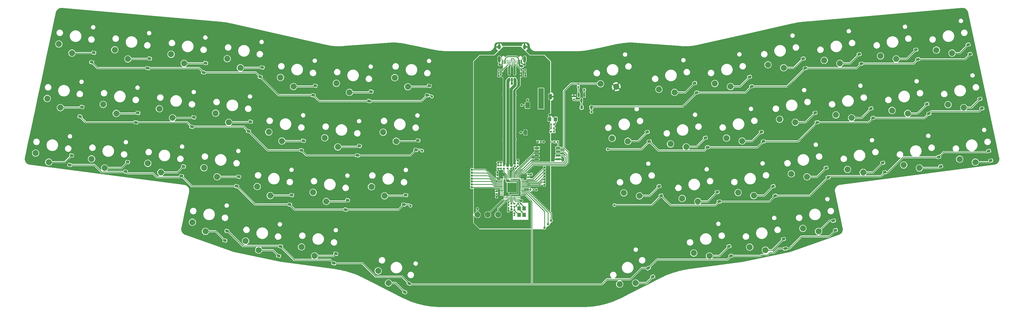
<source format=gbr>
%TF.GenerationSoftware,KiCad,Pcbnew,7.0.2*%
%TF.CreationDate,2024-09-14T12:23:29+10:00*%
%TF.ProjectId,keyboard,6b657962-6f61-4726-942e-6b696361645f,v1.0.0*%
%TF.SameCoordinates,Original*%
%TF.FileFunction,Copper,L2,Bot*%
%TF.FilePolarity,Positive*%
%FSLAX46Y46*%
G04 Gerber Fmt 4.6, Leading zero omitted, Abs format (unit mm)*
G04 Created by KiCad (PCBNEW 7.0.2) date 2024-09-14 12:23:29*
%MOMM*%
%LPD*%
G01*
G04 APERTURE LIST*
G04 Aperture macros list*
%AMRoundRect*
0 Rectangle with rounded corners*
0 $1 Rounding radius*
0 $2 $3 $4 $5 $6 $7 $8 $9 X,Y pos of 4 corners*
0 Add a 4 corners polygon primitive as box body*
4,1,4,$2,$3,$4,$5,$6,$7,$8,$9,$2,$3,0*
0 Add four circle primitives for the rounded corners*
1,1,$1+$1,$2,$3*
1,1,$1+$1,$4,$5*
1,1,$1+$1,$6,$7*
1,1,$1+$1,$8,$9*
0 Add four rect primitives between the rounded corners*
20,1,$1+$1,$2,$3,$4,$5,0*
20,1,$1+$1,$4,$5,$6,$7,0*
20,1,$1+$1,$6,$7,$8,$9,0*
20,1,$1+$1,$8,$9,$2,$3,0*%
G04 Aperture macros list end*
%TA.AperFunction,ComponentPad*%
%ADD10C,2.032000*%
%TD*%
%TA.AperFunction,ComponentPad*%
%ADD11C,0.600000*%
%TD*%
%TA.AperFunction,SMDPad,CuDef*%
%ADD12RoundRect,0.225000X-0.231980X0.370723X-0.436275X-0.030230X0.231980X-0.370723X0.436275X0.030230X0*%
%TD*%
%TA.AperFunction,SMDPad,CuDef*%
%ADD13RoundRect,0.135000X-0.135000X-0.185000X0.135000X-0.185000X0.135000X0.185000X-0.135000X0.185000X0*%
%TD*%
%TA.AperFunction,SMDPad,CuDef*%
%ADD14RoundRect,0.225000X0.413585X-0.142116X0.320025X0.298050X-0.413585X0.142116X-0.320025X-0.298050X0*%
%TD*%
%TA.AperFunction,SMDPad,CuDef*%
%ADD15RoundRect,0.140000X0.170000X-0.140000X0.170000X0.140000X-0.170000X0.140000X-0.170000X-0.140000X0*%
%TD*%
%TA.AperFunction,SMDPad,CuDef*%
%ADD16RoundRect,0.225000X-0.436275X0.030230X-0.231980X-0.370723X0.436275X-0.030230X0.231980X0.370723X0*%
%TD*%
%TA.AperFunction,SMDPad,CuDef*%
%ADD17R,0.250000X1.450000*%
%TD*%
%TA.AperFunction,SMDPad,CuDef*%
%ADD18R,0.300000X1.450000*%
%TD*%
%TA.AperFunction,ComponentPad*%
%ADD19RoundRect,0.500000X0.000000X-0.300000X0.000000X-0.300000X0.000000X0.300000X0.000000X0.300000X0*%
%TD*%
%TA.AperFunction,ComponentPad*%
%ADD20RoundRect,0.500000X0.000000X-0.600000X0.000000X-0.600000X0.000000X0.600000X0.000000X0.600000X0*%
%TD*%
%TA.AperFunction,SMDPad,CuDef*%
%ADD21RoundRect,0.225000X0.320025X-0.298050X0.413585X0.142116X-0.320025X0.298050X-0.413585X-0.142116X0*%
%TD*%
%TA.AperFunction,SMDPad,CuDef*%
%ADD22RoundRect,0.140000X0.140000X0.170000X-0.140000X0.170000X-0.140000X-0.170000X0.140000X-0.170000X0*%
%TD*%
%TA.AperFunction,SMDPad,CuDef*%
%ADD23RoundRect,0.150000X0.650000X0.150000X-0.650000X0.150000X-0.650000X-0.150000X0.650000X-0.150000X0*%
%TD*%
%TA.AperFunction,SMDPad,CuDef*%
%ADD24RoundRect,0.135000X-0.185000X0.135000X-0.185000X-0.135000X0.185000X-0.135000X0.185000X0.135000X0*%
%TD*%
%TA.AperFunction,SMDPad,CuDef*%
%ADD25RoundRect,0.050000X0.387500X0.050000X-0.387500X0.050000X-0.387500X-0.050000X0.387500X-0.050000X0*%
%TD*%
%TA.AperFunction,SMDPad,CuDef*%
%ADD26RoundRect,0.050000X0.050000X0.387500X-0.050000X0.387500X-0.050000X-0.387500X0.050000X-0.387500X0*%
%TD*%
%TA.AperFunction,SMDPad,CuDef*%
%ADD27R,3.200000X3.200000*%
%TD*%
%TA.AperFunction,SMDPad,CuDef*%
%ADD28RoundRect,0.225000X-0.320025X0.298050X-0.413585X-0.142116X0.320025X-0.298050X0.413585X0.142116X0*%
%TD*%
%TA.AperFunction,SMDPad,CuDef*%
%ADD29RoundRect,0.250000X0.325000X0.650000X-0.325000X0.650000X-0.325000X-0.650000X0.325000X-0.650000X0*%
%TD*%
%TA.AperFunction,SMDPad,CuDef*%
%ADD30RoundRect,0.250000X-0.325000X-0.450000X0.325000X-0.450000X0.325000X0.450000X-0.325000X0.450000X0*%
%TD*%
%TA.AperFunction,SMDPad,CuDef*%
%ADD31RoundRect,0.225000X-0.413585X0.142116X-0.320025X-0.298050X0.413585X-0.142116X0.320025X0.298050X0*%
%TD*%
%TA.AperFunction,SMDPad,CuDef*%
%ADD32RoundRect,0.140000X-0.170000X0.140000X-0.170000X-0.140000X0.170000X-0.140000X0.170000X0.140000X0*%
%TD*%
%TA.AperFunction,SMDPad,CuDef*%
%ADD33RoundRect,0.225000X0.225000X0.375000X-0.225000X0.375000X-0.225000X-0.375000X0.225000X-0.375000X0*%
%TD*%
%TA.AperFunction,SMDPad,CuDef*%
%ADD34C,2.000000*%
%TD*%
%TA.AperFunction,SMDPad,CuDef*%
%ADD35RoundRect,0.150000X-0.150000X0.587500X-0.150000X-0.587500X0.150000X-0.587500X0.150000X0.587500X0*%
%TD*%
%TA.AperFunction,SMDPad,CuDef*%
%ADD36RoundRect,0.135000X0.135000X0.185000X-0.135000X0.185000X-0.135000X-0.185000X0.135000X-0.185000X0*%
%TD*%
%TA.AperFunction,SMDPad,CuDef*%
%ADD37R,1.200000X1.400000*%
%TD*%
%TA.AperFunction,SMDPad,CuDef*%
%ADD38RoundRect,0.135000X0.185000X-0.135000X0.185000X0.135000X-0.185000X0.135000X-0.185000X-0.135000X0*%
%TD*%
%TA.AperFunction,SMDPad,CuDef*%
%ADD39RoundRect,0.250000X-0.325000X-0.650000X0.325000X-0.650000X0.325000X0.650000X-0.325000X0.650000X0*%
%TD*%
%TA.AperFunction,SMDPad,CuDef*%
%ADD40RoundRect,0.150000X-0.150000X0.512500X-0.150000X-0.512500X0.150000X-0.512500X0.150000X0.512500X0*%
%TD*%
%TA.AperFunction,SMDPad,CuDef*%
%ADD41R,1.500000X2.000000*%
%TD*%
%TA.AperFunction,SMDPad,CuDef*%
%ADD42R,3.800000X2.000000*%
%TD*%
%TA.AperFunction,SMDPad,CuDef*%
%ADD43RoundRect,0.140000X-0.140000X-0.170000X0.140000X-0.170000X0.140000X0.170000X-0.140000X0.170000X0*%
%TD*%
%TA.AperFunction,ViaPad*%
%ADD44C,0.800000*%
%TD*%
%TA.AperFunction,ViaPad*%
%ADD45C,0.600000*%
%TD*%
%TA.AperFunction,Conductor*%
%ADD46C,0.250000*%
%TD*%
%TA.AperFunction,Conductor*%
%ADD47C,0.320000*%
%TD*%
%TA.AperFunction,Conductor*%
%ADD48C,0.500000*%
%TD*%
%TA.AperFunction,Conductor*%
%ADD49C,0.700000*%
%TD*%
%TA.AperFunction,Conductor*%
%ADD50C,1.000000*%
%TD*%
G04 APERTURE END LIST*
D10*
%TO.P,SW41,1,1*%
%TO.N,Net-(D42-A)*%
X316604380Y-163755362D03*
%TO.P,SW41,2,2*%
%TO.N,/MCU/col10*%
X311277027Y-162740810D03*
%TD*%
%TO.P,SW38,1,1*%
%TO.N,Net-(D39-A)*%
X304753413Y-108000949D03*
%TO.P,SW38,2,2*%
%TO.N,/MCU/col10*%
X299426060Y-106986397D03*
%TD*%
%TO.P,SW47,1,1*%
%TO.N,Net-(D48-A)*%
X350863225Y-142160651D03*
%TO.P,SW47,2,2*%
%TO.N,/MCU/col12*%
X345535872Y-141146099D03*
%TD*%
%TO.P,SW50,1,1*%
%TO.N,Net-(D51-A)*%
X369863853Y-140166624D03*
%TO.P,SW50,2,2*%
%TO.N,/MCU/col13*%
X364536500Y-139152072D03*
%TD*%
%TO.P,SW49,1,1*%
%TO.N,Net-(D50-A)*%
X365913530Y-121581820D03*
%TO.P,SW49,2,2*%
%TO.N,/MCU/col13*%
X360586177Y-120567268D03*
%TD*%
%TO.P,SW26,1,1*%
%TO.N,Net-(D26-A)*%
X170488057Y-181365065D03*
%TO.P,SW26,2,2*%
%TO.N,/MCU/col6*%
X166986404Y-177223999D03*
%TD*%
D11*
%TO.P,,57,GND*%
%TO.N,GND*%
X213711078Y-148812500D03*
%TD*%
D10*
%TO.P,SW32,1,1*%
%TO.N,Net-(D33-A)*%
X275588404Y-153560276D03*
%TO.P,SW32,2,2*%
%TO.N,/MCU/col8*%
X270261051Y-152545724D03*
%TD*%
%TO.P,SW1,1,1*%
%TO.N,GND*%
X247855486Y-114472103D03*
%TO.P,SW1,2,2*%
%TO.N,/MCU/BOOT*%
X242528133Y-113457551D03*
%TD*%
D11*
%TO.P,,57,GND*%
%TO.N,GND*%
X212461078Y-148812500D03*
%TD*%
D10*
%TO.P,SW16,1,1*%
%TO.N,Net-(D16-A)*%
X134283452Y-132981444D03*
%TO.P,SW16,2,2*%
%TO.N,/MCU/col4*%
X129829329Y-129887775D03*
%TD*%
%TO.P,SW6,1,1*%
%TO.N,Net-(D6-A)*%
X78009260Y-123575847D03*
%TO.P,SW6,2,2*%
%TO.N,/MCU/col1*%
X73555137Y-120482178D03*
%TD*%
%TO.P,SW15,1,1*%
%TO.N,Net-(D15-A)*%
X138233774Y-114396640D03*
%TO.P,SW15,2,2*%
%TO.N,/MCU/col4*%
X133779651Y-111302971D03*
%TD*%
%TO.P,SW8,1,1*%
%TO.N,Net-(D8-A)*%
X101064166Y-106495996D03*
%TO.P,SW8,2,2*%
%TO.N,/MCU/col2*%
X96610043Y-103402327D03*
%TD*%
%TO.P,SW45,1,1*%
%TO.N,Net-(D46-A)*%
X342962580Y-104991043D03*
%TO.P,SW45,2,2*%
%TO.N,/MCU/col12*%
X337635227Y-103976491D03*
%TD*%
%TO.P,SW42,1,1*%
%TO.N,Net-(D43-A)*%
X323857997Y-106495996D03*
%TO.P,SW42,2,2*%
%TO.N,/MCU/col11*%
X318530644Y-105481444D03*
%TD*%
%TO.P,SW4,1,1*%
%TO.N,Net-(D4-A)*%
X55058310Y-140166624D03*
%TO.P,SW4,2,2*%
%TO.N,/MCU/col0*%
X50604187Y-137072955D03*
%TD*%
%TO.P,SW13,1,1*%
%TO.N,Net-(D13-A)*%
X112268105Y-145170558D03*
%TO.P,SW13,2,2*%
%TO.N,/MCU/col3*%
X107813982Y-142076889D03*
%TD*%
%TO.P,SW2,1,1*%
%TO.N,Net-(D2-A)*%
X62958954Y-102997016D03*
%TO.P,SW2,2,2*%
%TO.N,/MCU/col0*%
X58504831Y-99903347D03*
%TD*%
%TO.P,SW22,1,1*%
%TO.N,Net-(D22-A)*%
X145383436Y-172145080D03*
%TO.P,SW22,2,2*%
%TO.N,/MCU/col5*%
X140929313Y-169051411D03*
%TD*%
%TO.P,SW25,1,1*%
%TO.N,Net-(D25-A)*%
X169166033Y-151641712D03*
%TO.P,SW25,2,2*%
%TO.N,/MCU/col6*%
X164711910Y-148548043D03*
%TD*%
%TO.P,SW36,1,1*%
%TO.N,Net-(D37-A)*%
X294589032Y-151566249D03*
%TO.P,SW36,2,2*%
%TO.N,/MCU/col9*%
X289261679Y-150551697D03*
%TD*%
%TO.P,SW24,1,1*%
%TO.N,Net-(D24-A)*%
X173116355Y-133056908D03*
%TO.P,SW24,2,2*%
%TO.N,/MCU/col6*%
X168662232Y-129963239D03*
%TD*%
D11*
%TO.P,,57,GND*%
%TO.N,GND*%
X213711078Y-150062500D03*
%TD*%
D10*
%TO.P,SW20,1,1*%
%TO.N,Net-(D20-A)*%
X153284080Y-134975471D03*
%TO.P,SW20,2,2*%
%TO.N,/MCU/col5*%
X148829957Y-131881802D03*
%TD*%
%TO.P,SW11,1,1*%
%TO.N,Net-(D11-A)*%
X120168749Y-108000949D03*
%TO.P,SW11,2,2*%
%TO.N,/MCU/col3*%
X115714626Y-104907280D03*
%TD*%
%TO.P,SW46,1,1*%
%TO.N,Net-(D47-A)*%
X346912903Y-123575847D03*
%TO.P,SW46,2,2*%
%TO.N,/MCU/col12*%
X341585550Y-122561295D03*
%TD*%
%TO.P,SW14,1,1*%
%TO.N,Net-(D14-A)*%
X108317783Y-163755362D03*
%TO.P,SW14,2,2*%
%TO.N,/MCU/col3*%
X103863660Y-160661693D03*
%TD*%
D11*
%TO.P,,57,GND*%
%TO.N,GND*%
X212461078Y-147562500D03*
%TD*%
D10*
%TO.P,SW27,1,1*%
%TO.N,Net-(D28-A)*%
X251805808Y-133056908D03*
%TO.P,SW27,2,2*%
%TO.N,/MCU/col7*%
X246478455Y-132042356D03*
%TD*%
%TO.P,SW37,1,1*%
%TO.N,Net-(D38-A)*%
X298539354Y-170151053D03*
%TO.P,SW37,2,2*%
%TO.N,/MCU/col9*%
X293212001Y-169136501D03*
%TD*%
%TO.P,SW18,1,1*%
%TO.N,Net-(D18-A)*%
X126382808Y-170151053D03*
%TO.P,SW18,2,2*%
%TO.N,/MCU/col4*%
X121928685Y-167057384D03*
%TD*%
%TO.P,SW28,1,1*%
%TO.N,Net-(D29-A)*%
X255756130Y-151641712D03*
%TO.P,SW28,2,2*%
%TO.N,/MCU/col7*%
X250428777Y-150627160D03*
%TD*%
%TO.P,SW39,1,1*%
%TO.N,Net-(D40-A)*%
X308703735Y-126585753D03*
%TO.P,SW39,2,2*%
%TO.N,/MCU/col10*%
X303376382Y-125571201D03*
%TD*%
%TO.P,SW23,1,1*%
%TO.N,Net-(D23-A)*%
X177066677Y-114472103D03*
%TO.P,SW23,2,2*%
%TO.N,/MCU/col6*%
X172612554Y-111378434D03*
%TD*%
%TO.P,SW12,1,1*%
%TO.N,Net-(D12-A)*%
X116218427Y-126585753D03*
%TO.P,SW12,2,2*%
%TO.N,/MCU/col3*%
X111764304Y-123492084D03*
%TD*%
%TO.P,SW48,1,1*%
%TO.N,Net-(D49-A)*%
X361963208Y-102997016D03*
%TO.P,SW48,2,2*%
%TO.N,/MCU/col13*%
X356635855Y-101982464D03*
%TD*%
%TO.P,SW29,1,1*%
%TO.N,Net-(D30-A)*%
X254434105Y-181365065D03*
%TO.P,SW29,2,2*%
%TO.N,/MCU/col7*%
X249025692Y-181763904D03*
%TD*%
%TO.P,SW31,1,1*%
%TO.N,Net-(D32-A)*%
X271638082Y-134975471D03*
%TO.P,SW31,2,2*%
%TO.N,/MCU/col8*%
X266310729Y-133960919D03*
%TD*%
%TO.P,SW44,1,1*%
%TO.N,Net-(D45-A)*%
X331758641Y-143665604D03*
%TO.P,SW44,2,2*%
%TO.N,/MCU/col11*%
X326431288Y-142651052D03*
%TD*%
%TO.P,SW5,1,1*%
%TO.N,Net-(D5-A)*%
X81959582Y-104991043D03*
%TO.P,SW5,2,2*%
%TO.N,/MCU/col1*%
X77505459Y-101897374D03*
%TD*%
%TO.P,SW3,1,1*%
%TO.N,Net-(D3-A)*%
X59008632Y-121581820D03*
%TO.P,SW3,2,2*%
%TO.N,/MCU/col0*%
X54554509Y-118488151D03*
%TD*%
D11*
%TO.P,,57,GND*%
%TO.N,GND*%
X211211078Y-147562500D03*
%TD*%
%TO.P,,57,GND*%
%TO.N,GND*%
X211211078Y-148812500D03*
%TD*%
D10*
%TO.P,SW35,1,1*%
%TO.N,Net-(D36-A)*%
X290638710Y-132981444D03*
%TO.P,SW35,2,2*%
%TO.N,/MCU/col9*%
X285311357Y-131966892D03*
%TD*%
D11*
%TO.P,,57,GND*%
%TO.N,GND*%
X213711078Y-147562500D03*
%TD*%
D10*
%TO.P,SW43,1,1*%
%TO.N,Net-(D44-A)*%
X327808319Y-125080800D03*
%TO.P,SW43,2,2*%
%TO.N,/MCU/col11*%
X322480966Y-124066248D03*
%TD*%
%TO.P,SW7,1,1*%
%TO.N,Net-(D7-A)*%
X74058938Y-142160651D03*
%TO.P,SW7,2,2*%
%TO.N,/MCU/col1*%
X69604815Y-139066982D03*
%TD*%
%TO.P,SW40,1,1*%
%TO.N,Net-(D41-A)*%
X312654057Y-145170558D03*
%TO.P,SW40,2,2*%
%TO.N,/MCU/col10*%
X307326704Y-144156006D03*
%TD*%
%TO.P,SW21,1,1*%
%TO.N,Net-(D21-A)*%
X149333758Y-153560276D03*
%TO.P,SW21,2,2*%
%TO.N,/MCU/col5*%
X144879635Y-150466607D03*
%TD*%
D11*
%TO.P,,57,GND*%
%TO.N,GND*%
X212461078Y-150062500D03*
%TD*%
D10*
%TO.P,SW10,1,1*%
%TO.N,Net-(D10-A)*%
X93163521Y-143665604D03*
%TO.P,SW10,2,2*%
%TO.N,/MCU/col2*%
X88709398Y-140571935D03*
%TD*%
%TO.P,SW34,1,1*%
%TO.N,Net-(D35-A)*%
X286688388Y-114396640D03*
%TO.P,SW34,2,2*%
%TO.N,/MCU/col9*%
X281361035Y-113382088D03*
%TD*%
%TO.P,SW33,1,1*%
%TO.N,Net-(D34-A)*%
X279538727Y-172145080D03*
%TO.P,SW33,2,2*%
%TO.N,/MCU/col8*%
X274211374Y-171130528D03*
%TD*%
%TO.P,SW30,1,1*%
%TO.N,Net-(D31-A)*%
X267687760Y-116390667D03*
%TO.P,SW30,2,2*%
%TO.N,/MCU/col8*%
X262360407Y-115376115D03*
%TD*%
%TO.P,SW17,1,1*%
%TO.N,Net-(D17-A)*%
X130333130Y-151566249D03*
%TO.P,SW17,2,2*%
%TO.N,/MCU/col4*%
X125879007Y-148472580D03*
%TD*%
%TO.P,SW9,1,1*%
%TO.N,Net-(D9-A)*%
X97113844Y-125080800D03*
%TO.P,SW9,2,2*%
%TO.N,/MCU/col2*%
X92659721Y-121987131D03*
%TD*%
%TO.P,SW19,1,1*%
%TO.N,Net-(D19-A)*%
X157234402Y-116390667D03*
%TO.P,SW19,2,2*%
%TO.N,/MCU/col5*%
X152780279Y-113296998D03*
%TD*%
D11*
%TO.P,,57,GND*%
%TO.N,GND*%
X211211078Y-150062500D03*
%TD*%
D12*
%TO.P,D26,1,K*%
%TO.N,/MCU/row3*%
X177499084Y-181529839D03*
%TO.P,D26,2,A*%
%TO.N,Net-(D26-A)*%
X176000916Y-184470161D03*
%TD*%
D13*
%TO.P,R8,1*%
%TO.N,+3V3*%
X226951078Y-133250000D03*
%TO.P,R8,2*%
%TO.N,/MCU/BOOT*%
X227971078Y-133250000D03*
%TD*%
D14*
%TO.P,D38,1,K*%
%TO.N,/MCU/row3*%
X305343054Y-169613944D03*
%TO.P,D38,2,A*%
%TO.N,Net-(D38-A)*%
X304656946Y-166386056D03*
%TD*%
D15*
%TO.P,C10,1*%
%TO.N,+3V3*%
X213461078Y-141542500D03*
%TO.P,C10,2*%
%TO.N,GND*%
X213461078Y-140582500D03*
%TD*%
D16*
%TO.P,D30,1,K*%
%TO.N,/MCU/row3*%
X258750916Y-176279839D03*
%TO.P,D30,2,A*%
%TO.N,Net-(D30-A)*%
X260249084Y-179220161D03*
%TD*%
D17*
%TO.P,J1,A1,GND*%
%TO.N,GND*%
X209052159Y-106012500D03*
%TO.P,J1,A4,VBUS*%
%TO.N,VBUS*%
X209852159Y-106012500D03*
%TO.P,J1,A5,CC1*%
%TO.N,/connectors/CC1*%
X211177159Y-106012500D03*
%TO.P,J1,A6,D+*%
%TO.N,Net-(J1-D+-PadA6)*%
X212177159Y-106012500D03*
%TO.P,J1,A7,D-*%
%TO.N,Net-(J1-D--PadA7)*%
X212677159Y-106012500D03*
%TO.P,J1,A8,SBU1*%
%TO.N,unconnected-(J1-SBU1-PadA8)*%
X213677159Y-106012500D03*
%TO.P,J1,A9,VBUS*%
%TO.N,VBUS*%
X215002159Y-106012500D03*
%TO.P,J1,A12,GND*%
%TO.N,GND*%
X215802159Y-106012500D03*
D18*
%TO.P,J1,B1,GND*%
X215527159Y-106012500D03*
%TO.P,J1,B4,VBUS*%
%TO.N,VBUS*%
X214727159Y-106012500D03*
D17*
%TO.P,J1,B5,CC2*%
%TO.N,/connectors/CC2*%
X214177159Y-106012500D03*
%TO.P,J1,B6,D+*%
%TO.N,Net-(J1-D+-PadA6)*%
X213177159Y-106012500D03*
%TO.P,J1,B7,D-*%
%TO.N,Net-(J1-D--PadA7)*%
X211677159Y-106012500D03*
%TO.P,J1,B8,SBU2*%
%TO.N,unconnected-(J1-SBU2-PadB8)*%
X210677159Y-106012500D03*
D18*
%TO.P,J1,B9,VBUS*%
%TO.N,VBUS*%
X210127159Y-106012500D03*
%TO.P,J1,B12,GND*%
%TO.N,GND*%
X209327159Y-106012500D03*
D19*
%TO.P,J1,S1,SHIELD*%
X208107159Y-100912500D03*
D20*
X208107159Y-105092500D03*
D19*
X216747159Y-100912500D03*
D20*
X216747159Y-105092500D03*
%TD*%
D14*
%TO.P,D43,1,K*%
%TO.N,/MCU/row0*%
X331093054Y-106613944D03*
%TO.P,D43,2,A*%
%TO.N,Net-(D43-A)*%
X330406946Y-103386056D03*
%TD*%
D21*
%TO.P,D3,1,K*%
%TO.N,/MCU/row1*%
X65656946Y-124613944D03*
%TO.P,D3,2,A*%
%TO.N,Net-(D3-A)*%
X66343054Y-121386056D03*
%TD*%
D14*
%TO.P,D39,1,K*%
%TO.N,/MCU/row0*%
X312093054Y-108113944D03*
%TO.P,D39,2,A*%
%TO.N,Net-(D39-A)*%
X311406946Y-104886056D03*
%TD*%
D21*
%TO.P,D25,1,K*%
%TO.N,/MCU/row2*%
X175656946Y-154613944D03*
%TO.P,D25,2,A*%
%TO.N,Net-(D25-A)*%
X176343054Y-151386056D03*
%TD*%
D22*
%TO.P,C3,1*%
%TO.N,/MCU/XIN*%
X215441078Y-154312500D03*
%TO.P,C3,2*%
%TO.N,GND*%
X214481078Y-154312500D03*
%TD*%
D23*
%TO.P,U3,1,~{CS}*%
%TO.N,/MCU/BOOT*%
X228100000Y-135345000D03*
%TO.P,U3,2,DO(IO1)*%
%TO.N,/MCU/QSPI_SD1*%
X228100000Y-136615000D03*
%TO.P,U3,3,IO2*%
%TO.N,/MCU/QSPI_SD2*%
X228100000Y-137885000D03*
%TO.P,U3,4,GND*%
%TO.N,GND*%
X228100000Y-139155000D03*
%TO.P,U3,5,DI(IO0)*%
%TO.N,/MCU/QSPI_SD0*%
X220900000Y-139155000D03*
%TO.P,U3,6,CLK*%
%TO.N,/MCU/QSPI_SCLK*%
X220900000Y-137885000D03*
%TO.P,U3,7,IO3*%
%TO.N,/MCU/QSPI_SD3*%
X220900000Y-136615000D03*
%TO.P,U3,8,VCC*%
%TO.N,+3V3*%
X220900000Y-135345000D03*
%TD*%
D21*
%TO.P,D5,1,K*%
%TO.N,/MCU/row0*%
X88656946Y-108113944D03*
%TO.P,D5,2,A*%
%TO.N,Net-(D5-A)*%
X89343054Y-104886056D03*
%TD*%
D24*
%TO.P,R4,1*%
%TO.N,/connectors/CC2*%
X215711078Y-108802500D03*
%TO.P,R4,2*%
%TO.N,GND*%
X215711078Y-109822500D03*
%TD*%
D15*
%TO.P,C9,1*%
%TO.N,+3V3*%
X208711078Y-142292500D03*
%TO.P,C9,2*%
%TO.N,GND*%
X208711078Y-141332500D03*
%TD*%
D25*
%TO.P,U4,1,IOVDD*%
%TO.N,+3V3*%
X215898578Y-146212500D03*
%TO.P,U4,2,GPIO0*%
%TO.N,/MCU/col13*%
X215898578Y-146612500D03*
%TO.P,U4,3,GPIO1*%
%TO.N,/MCU/col12*%
X215898578Y-147012500D03*
%TO.P,U4,4,GPIO2*%
%TO.N,/MCU/col11*%
X215898578Y-147412500D03*
%TO.P,U4,5,GPIO3*%
%TO.N,/MCU/col10*%
X215898578Y-147812500D03*
%TO.P,U4,6,GPIO4*%
%TO.N,/MCU/col9*%
X215898578Y-148212500D03*
%TO.P,U4,7,GPIO5*%
%TO.N,/MCU/col8*%
X215898578Y-148612500D03*
%TO.P,U4,8,GPIO6*%
%TO.N,/MCU/col7*%
X215898578Y-149012500D03*
%TO.P,U4,9,GPIO7*%
%TO.N,unconnected-(U4-GPIO7-Pad9)*%
X215898578Y-149412500D03*
%TO.P,U4,10,IOVDD*%
%TO.N,+3V3*%
X215898578Y-149812500D03*
%TO.P,U4,11,GPIO8*%
%TO.N,/MCU/row0*%
X215898578Y-150212500D03*
%TO.P,U4,12,GPIO9*%
%TO.N,/MCU/row1*%
X215898578Y-150612500D03*
%TO.P,U4,13,GPIO10*%
%TO.N,/MCU/row2*%
X215898578Y-151012500D03*
%TO.P,U4,14,GPIO11*%
%TO.N,/MCU/row3*%
X215898578Y-151412500D03*
D26*
%TO.P,U4,15,GPIO12*%
%TO.N,unconnected-(U4-GPIO12-Pad15)*%
X215061078Y-152250000D03*
%TO.P,U4,16,GPIO13*%
%TO.N,unconnected-(U4-GPIO13-Pad16)*%
X214661078Y-152250000D03*
%TO.P,U4,17,GPIO14*%
%TO.N,unconnected-(U4-GPIO14-Pad17)*%
X214261078Y-152250000D03*
%TO.P,U4,18,GPIO15*%
%TO.N,unconnected-(U4-GPIO15-Pad18)*%
X213861078Y-152250000D03*
%TO.P,U4,19,TESTEN*%
%TO.N,GND*%
X213461078Y-152250000D03*
%TO.P,U4,20,XIN*%
%TO.N,/MCU/XIN*%
X213061078Y-152250000D03*
%TO.P,U4,21,XOUT*%
%TO.N,/MCU/XOUT*%
X212661078Y-152250000D03*
%TO.P,U4,22,IOVDD*%
%TO.N,+3V3*%
X212261078Y-152250000D03*
%TO.P,U4,23,DVDD*%
%TO.N,+1V1*%
X211861078Y-152250000D03*
%TO.P,U4,24,SWCLK*%
%TO.N,/MCU/SWCLK*%
X211461078Y-152250000D03*
%TO.P,U4,25,SWD*%
%TO.N,/MCU/SWDIO*%
X211061078Y-152250000D03*
%TO.P,U4,26,RUN*%
%TO.N,+3V3*%
X210661078Y-152250000D03*
%TO.P,U4,27,GPIO16*%
%TO.N,unconnected-(U4-GPIO16-Pad27)*%
X210261078Y-152250000D03*
%TO.P,U4,28,GPIO17*%
%TO.N,unconnected-(U4-GPIO17-Pad28)*%
X209861078Y-152250000D03*
D25*
%TO.P,U4,29,GPIO18*%
%TO.N,unconnected-(U4-GPIO18-Pad29)*%
X209023578Y-151412500D03*
%TO.P,U4,30,GPIO19*%
%TO.N,unconnected-(U4-GPIO19-Pad30)*%
X209023578Y-151012500D03*
%TO.P,U4,31,GPIO20*%
%TO.N,unconnected-(U4-GPIO20-Pad31)*%
X209023578Y-150612500D03*
%TO.P,U4,32,GPIO21*%
%TO.N,unconnected-(U4-GPIO21-Pad32)*%
X209023578Y-150212500D03*
%TO.P,U4,33,IOVDD*%
%TO.N,+3V3*%
X209023578Y-149812500D03*
%TO.P,U4,34,GPIO22*%
%TO.N,unconnected-(U4-GPIO22-Pad34)*%
X209023578Y-149412500D03*
%TO.P,U4,35,GPIO23*%
%TO.N,/MCU/col6*%
X209023578Y-149012500D03*
%TO.P,U4,36,GPIO24*%
%TO.N,/MCU/col5*%
X209023578Y-148612500D03*
%TO.P,U4,37,GPIO25*%
%TO.N,/MCU/col4*%
X209023578Y-148212500D03*
%TO.P,U4,38,GPIO26_ADC0*%
%TO.N,/MCU/col3*%
X209023578Y-147812500D03*
%TO.P,U4,39,GPIO27_ADC1*%
%TO.N,/MCU/col2*%
X209023578Y-147412500D03*
%TO.P,U4,40,GPIO28_ADC2*%
%TO.N,/MCU/col1*%
X209023578Y-147012500D03*
%TO.P,U4,41,GPIO29_ADC3*%
%TO.N,/MCU/col0*%
X209023578Y-146612500D03*
%TO.P,U4,42,IOVDD*%
%TO.N,+3V3*%
X209023578Y-146212500D03*
D26*
%TO.P,U4,43,ADC_AVDD*%
X209861078Y-145375000D03*
%TO.P,U4,44,VREG_IN*%
X210261078Y-145375000D03*
%TO.P,U4,45,VREG_VOUT*%
%TO.N,+1V1*%
X210661078Y-145375000D03*
%TO.P,U4,46,USB_DM*%
%TO.N,Net-(U4-USB_DM)*%
X211061078Y-145375000D03*
%TO.P,U4,47,USB_DP*%
%TO.N,Net-(U4-USB_DP)*%
X211461078Y-145375000D03*
%TO.P,U4,48,USB_VDD*%
%TO.N,+3V3*%
X211861078Y-145375000D03*
%TO.P,U4,49,IOVDD*%
X212261078Y-145375000D03*
%TO.P,U4,50,DVDD*%
%TO.N,+1V1*%
X212661078Y-145375000D03*
%TO.P,U4,51,QSPI_SD3*%
%TO.N,/MCU/QSPI_SD3*%
X213061078Y-145375000D03*
%TO.P,U4,52,QSPI_SCLK*%
%TO.N,/MCU/QSPI_SCLK*%
X213461078Y-145375000D03*
%TO.P,U4,53,QSPI_SD0*%
%TO.N,/MCU/QSPI_SD0*%
X213861078Y-145375000D03*
%TO.P,U4,54,QSPI_SD2*%
%TO.N,/MCU/QSPI_SD2*%
X214261078Y-145375000D03*
%TO.P,U4,55,QSPI_SD1*%
%TO.N,/MCU/QSPI_SD1*%
X214661078Y-145375000D03*
%TO.P,U4,56,QSPI_SS*%
%TO.N,/MCU/BOOT*%
X215061078Y-145375000D03*
D27*
%TO.P,U4,57,GND*%
%TO.N,GND*%
X212461078Y-148812500D03*
%TD*%
D14*
%TO.P,D34,1,K*%
%TO.N,/MCU/row3*%
X286843054Y-172113944D03*
%TO.P,D34,2,A*%
%TO.N,Net-(D34-A)*%
X286156946Y-168886056D03*
%TD*%
D28*
%TO.P,D14,1,K*%
%TO.N,/MCU/row3*%
X115593054Y-163636056D03*
%TO.P,D14,2,A*%
%TO.N,Net-(D14-A)*%
X114906946Y-166863944D03*
%TD*%
D14*
%TO.P,D42,1,K*%
%TO.N,/MCU/row3*%
X322343054Y-163363944D03*
%TO.P,D42,2,A*%
%TO.N,Net-(D42-A)*%
X321656946Y-160136056D03*
%TD*%
D24*
%TO.P,R13,1*%
%TO.N,/MCU/USB_D-*%
X210961078Y-141302500D03*
%TO.P,R13,2*%
%TO.N,Net-(U4-USB_DM)*%
X210961078Y-142322500D03*
%TD*%
D14*
%TO.P,D44,1,K*%
%TO.N,/MCU/row1*%
X335093054Y-125113944D03*
%TO.P,D44,2,A*%
%TO.N,Net-(D44-A)*%
X334406946Y-121886056D03*
%TD*%
D21*
%TO.P,D11,1,K*%
%TO.N,/MCU/row0*%
X126906946Y-111113944D03*
%TO.P,D11,2,A*%
%TO.N,Net-(D11-A)*%
X127593054Y-107886056D03*
%TD*%
D14*
%TO.P,D50,1,K*%
%TO.N,/MCU/row1*%
X372093054Y-121863944D03*
%TO.P,D50,2,A*%
%TO.N,Net-(D50-A)*%
X371406946Y-118636056D03*
%TD*%
D29*
%TO.P,C16,1*%
%TO.N,+3V3*%
X219936078Y-130062500D03*
%TO.P,C16,2*%
%TO.N,GND*%
X216986078Y-130062500D03*
%TD*%
D30*
%TO.P,D1,1,K*%
%TO.N,GND*%
X225186078Y-125562500D03*
%TO.P,D1,2,A*%
%TO.N,Net-(D1-A)*%
X227236078Y-125562500D03*
%TD*%
D15*
%TO.P,C12,1*%
%TO.N,+3V3*%
X207461078Y-145542500D03*
%TO.P,C12,2*%
%TO.N,GND*%
X207461078Y-144582500D03*
%TD*%
D24*
%TO.P,R12,1*%
%TO.N,/MCU/USB_D+*%
X212211078Y-141302500D03*
%TO.P,R12,2*%
%TO.N,Net-(U4-USB_DP)*%
X212211078Y-142322500D03*
%TD*%
D31*
%TO.P,D48,1,K*%
%TO.N,/MCU/row2*%
X357406946Y-138386056D03*
%TO.P,D48,2,A*%
%TO.N,Net-(D48-A)*%
X358093054Y-141613944D03*
%TD*%
D21*
%TO.P,D12,1,K*%
%TO.N,/MCU/row1*%
X122906946Y-129613944D03*
%TO.P,D12,2,A*%
%TO.N,Net-(D12-A)*%
X123593054Y-126386056D03*
%TD*%
%TO.P,D7,1,K*%
%TO.N,/MCU/row2*%
X81156946Y-143363944D03*
%TO.P,D7,2,A*%
%TO.N,Net-(D7-A)*%
X81843054Y-140136056D03*
%TD*%
%TO.P,D10,1,K*%
%TO.N,/MCU/row2*%
X100156946Y-144863944D03*
%TO.P,D10,2,A*%
%TO.N,Net-(D10-A)*%
X100843054Y-141636056D03*
%TD*%
%TO.P,D16,1,K*%
%TO.N,/MCU/row1*%
X140906946Y-136113944D03*
%TO.P,D16,2,A*%
%TO.N,Net-(D16-A)*%
X141593054Y-132886056D03*
%TD*%
%TO.P,D9,1,K*%
%TO.N,/MCU/row1*%
X103656946Y-128113944D03*
%TO.P,D9,2,A*%
%TO.N,Net-(D9-A)*%
X104343054Y-124886056D03*
%TD*%
D32*
%TO.P,C4,1*%
%TO.N,Net-(C4-Pad1)*%
X213211078Y-156582500D03*
%TO.P,C4,2*%
%TO.N,GND*%
X213211078Y-157542500D03*
%TD*%
D14*
%TO.P,D47,1,K*%
%TO.N,/MCU/row1*%
X354093054Y-123613944D03*
%TO.P,D47,2,A*%
%TO.N,Net-(D47-A)*%
X353406946Y-120386056D03*
%TD*%
D32*
%TO.P,C13,1*%
%TO.N,+3V3*%
X207211078Y-150082500D03*
%TO.P,C13,2*%
%TO.N,GND*%
X207211078Y-151042500D03*
%TD*%
D33*
%TO.P,D27,1,K*%
%TO.N,/MCU/row0*%
X239400000Y-121500000D03*
%TO.P,D27,2,A*%
%TO.N,/inputs/SS_OUT*%
X236100000Y-121500000D03*
%TD*%
D21*
%TO.P,D19,1,K*%
%TO.N,/MCU/row0*%
X163906946Y-119363944D03*
%TO.P,D19,2,A*%
%TO.N,Net-(D19-A)*%
X164593054Y-116136056D03*
%TD*%
D14*
%TO.P,D49,1,K*%
%TO.N,/MCU/row0*%
X368093054Y-103363944D03*
%TO.P,D49,2,A*%
%TO.N,Net-(D49-A)*%
X367406946Y-100136056D03*
%TD*%
D34*
%TO.P,TP2,1,1*%
%TO.N,/MCU/SWCLK*%
X207711078Y-158062500D03*
%TD*%
D21*
%TO.P,D15,1,K*%
%TO.N,/MCU/row0*%
X144906946Y-117363944D03*
%TO.P,D15,2,A*%
%TO.N,Net-(D15-A)*%
X145593054Y-114136056D03*
%TD*%
D14*
%TO.P,D35,1,K*%
%TO.N,/MCU/row0*%
X293843054Y-114363944D03*
%TO.P,D35,2,A*%
%TO.N,Net-(D35-A)*%
X293156946Y-111136056D03*
%TD*%
%TO.P,D32,1,K*%
%TO.N,/MCU/row1*%
X278843054Y-135113944D03*
%TO.P,D32,2,A*%
%TO.N,Net-(D32-A)*%
X278156946Y-131886056D03*
%TD*%
D31*
%TO.P,D51,1,K*%
%TO.N,/MCU/row2*%
X374406946Y-136386056D03*
%TO.P,D51,2,A*%
%TO.N,Net-(D51-A)*%
X375093054Y-139613944D03*
%TD*%
D14*
%TO.P,D31,1,K*%
%TO.N,/MCU/row0*%
X275186108Y-116477888D03*
%TO.P,D31,2,A*%
%TO.N,Net-(D31-A)*%
X274500000Y-113250000D03*
%TD*%
D15*
%TO.P,C7,1*%
%TO.N,+3V3*%
X217961078Y-145292500D03*
%TO.P,C7,2*%
%TO.N,GND*%
X217961078Y-144332500D03*
%TD*%
D35*
%TO.P,Q1,1,B*%
%TO.N,Net-(Q1-B)*%
X235100000Y-117250000D03*
%TO.P,Q1,2,E*%
%TO.N,/MCU/col7*%
X237000000Y-117250000D03*
%TO.P,Q1,3,C*%
%TO.N,/inputs/SS_OUT*%
X236050000Y-119125000D03*
%TD*%
D36*
%TO.P,R2,1*%
%TO.N,Net-(R1-Pad2)*%
X226721078Y-128562500D03*
%TO.P,R2,2*%
%TO.N,Net-(R2-Pad2)*%
X225701078Y-128562500D03*
%TD*%
D14*
%TO.P,D28,1,K*%
%TO.N,/MCU/row1*%
X259093054Y-133113944D03*
%TO.P,D28,2,A*%
%TO.N,Net-(D28-A)*%
X258406946Y-129886056D03*
%TD*%
%TO.P,D33,1,K*%
%TO.N,/MCU/row2*%
X282843054Y-153613944D03*
%TO.P,D33,2,A*%
%TO.N,Net-(D33-A)*%
X282156946Y-150386056D03*
%TD*%
D21*
%TO.P,D6,1,K*%
%TO.N,/MCU/row1*%
X84656946Y-126613944D03*
%TO.P,D6,2,A*%
%TO.N,Net-(D6-A)*%
X85343054Y-123386056D03*
%TD*%
D37*
%TO.P,Y1,1,1*%
%TO.N,/MCU/XIN*%
X216561078Y-155962500D03*
%TO.P,Y1,2,2*%
%TO.N,GND*%
X216561078Y-158162500D03*
%TO.P,Y1,3,3*%
%TO.N,Net-(C4-Pad1)*%
X214861078Y-158162500D03*
%TO.P,Y1,4,4*%
%TO.N,GND*%
X214861078Y-155962500D03*
%TD*%
D13*
%TO.P,R1,1*%
%TO.N,+3V3*%
X225701078Y-129812500D03*
%TO.P,R1,2*%
%TO.N,Net-(R1-Pad2)*%
X226721078Y-129812500D03*
%TD*%
D38*
%TO.P,R11,1*%
%TO.N,Net-(C4-Pad1)*%
X213211078Y-155322500D03*
%TO.P,R11,2*%
%TO.N,/MCU/XOUT*%
X213211078Y-154302500D03*
%TD*%
D15*
%TO.P,C2,1*%
%TO.N,+1V1*%
X214461078Y-141542500D03*
%TO.P,C2,2*%
%TO.N,GND*%
X214461078Y-140582500D03*
%TD*%
D14*
%TO.P,D41,1,K*%
%TO.N,/MCU/row2*%
X319843054Y-145363944D03*
%TO.P,D41,2,A*%
%TO.N,Net-(D41-A)*%
X319156946Y-142136056D03*
%TD*%
D32*
%TO.P,C6,1*%
%TO.N,+1V1*%
X211211078Y-154832500D03*
%TO.P,C6,2*%
%TO.N,GND*%
X211211078Y-155792500D03*
%TD*%
D14*
%TO.P,D40,1,K*%
%TO.N,/MCU/row1*%
X316093054Y-126613944D03*
%TO.P,D40,2,A*%
%TO.N,Net-(D40-A)*%
X315406946Y-123386056D03*
%TD*%
%TO.P,D29,1,K*%
%TO.N,/MCU/row2*%
X263093054Y-151613944D03*
%TO.P,D29,2,A*%
%TO.N,Net-(D29-A)*%
X262406946Y-148386056D03*
%TD*%
%TO.P,D37,1,K*%
%TO.N,/MCU/row2*%
X301843054Y-151613944D03*
%TO.P,D37,2,A*%
%TO.N,Net-(D37-A)*%
X301156946Y-148386056D03*
%TD*%
D21*
%TO.P,D13,1,K*%
%TO.N,/MCU/row2*%
X118906946Y-148363944D03*
%TO.P,D13,2,A*%
%TO.N,Net-(D13-A)*%
X119593054Y-145136056D03*
%TD*%
%TO.P,D21,1,K*%
%TO.N,/MCU/row2*%
X155906946Y-156363944D03*
%TO.P,D21,2,A*%
%TO.N,Net-(D21-A)*%
X156593054Y-153136056D03*
%TD*%
D32*
%TO.P,C15,1*%
%TO.N,+3V3*%
X212211078Y-154332500D03*
%TO.P,C15,2*%
%TO.N,GND*%
X212211078Y-155292500D03*
%TD*%
D24*
%TO.P,R5,1*%
%TO.N,/connectors/CC2*%
X216976078Y-108802500D03*
%TO.P,R5,2*%
%TO.N,GND*%
X216976078Y-109822500D03*
%TD*%
D21*
%TO.P,D2,1,K*%
%TO.N,/MCU/row0*%
X69656946Y-106113944D03*
%TO.P,D2,2,A*%
%TO.N,Net-(D2-A)*%
X70343054Y-102886056D03*
%TD*%
D39*
%TO.P,C1,1*%
%TO.N,VBUS*%
X222486078Y-117812500D03*
%TO.P,C1,2*%
%TO.N,GND*%
X225436078Y-117812500D03*
%TD*%
D34*
%TO.P,TP1,1,1*%
%TO.N,/MCU/SWDIO*%
X204211078Y-158062500D03*
%TD*%
D14*
%TO.P,D46,1,K*%
%TO.N,/MCU/row0*%
X350343054Y-105113944D03*
%TO.P,D46,2,A*%
%TO.N,Net-(D46-A)*%
X349656946Y-101886056D03*
%TD*%
D40*
%TO.P,U2,1,I/O1*%
%TO.N,Net-(J1-D--PadA7)*%
X211477156Y-109775000D03*
%TO.P,U2,2,GND*%
%TO.N,GND*%
X212427156Y-109775000D03*
%TO.P,U2,3,I/O2*%
%TO.N,Net-(J1-D+-PadA6)*%
X213377156Y-109775000D03*
%TO.P,U2,4,I/O2*%
%TO.N,/MCU/USB_D+*%
X213377156Y-112050000D03*
%TO.P,U2,5,VBUS*%
%TO.N,VBUS*%
X212427156Y-112050000D03*
%TO.P,U2,6,I/O1*%
%TO.N,/MCU/USB_D-*%
X211477156Y-112050000D03*
%TD*%
D15*
%TO.P,C8,1*%
%TO.N,+1V1*%
X209711078Y-142292500D03*
%TO.P,C8,2*%
%TO.N,GND*%
X209711078Y-141332500D03*
%TD*%
D41*
%TO.P,U1,1,GND*%
%TO.N,GND*%
X217700000Y-120850000D03*
%TO.P,U1,2,VO*%
%TO.N,+3V3*%
X220000000Y-120850000D03*
D42*
X220000000Y-127150000D03*
D41*
%TO.P,U1,3,VI*%
%TO.N,VBUS*%
X222300000Y-120850000D03*
%TD*%
D34*
%TO.P,TP3,1,1*%
%TO.N,GND*%
X200711078Y-158062500D03*
%TD*%
D43*
%TO.P,C14,1*%
%TO.N,+3V3*%
X218731078Y-149562500D03*
%TO.P,C14,2*%
%TO.N,GND*%
X219691078Y-149562500D03*
%TD*%
D21*
%TO.P,D20,1,K*%
%TO.N,/MCU/row1*%
X159906946Y-137863944D03*
%TO.P,D20,2,A*%
%TO.N,Net-(D20-A)*%
X160593054Y-134636056D03*
%TD*%
D13*
%TO.P,R3,1*%
%TO.N,Net-(R2-Pad2)*%
X225701078Y-127312500D03*
%TO.P,R3,2*%
%TO.N,Net-(D1-A)*%
X226721078Y-127312500D03*
%TD*%
D15*
%TO.P,C11,1*%
%TO.N,+3V3*%
X207711078Y-142292500D03*
%TO.P,C11,2*%
%TO.N,GND*%
X207711078Y-141332500D03*
%TD*%
D38*
%TO.P,R10,1*%
%TO.N,/inputs/SS_OUT*%
X233461078Y-118760000D03*
%TO.P,R10,2*%
%TO.N,GND*%
X233461078Y-117740000D03*
%TD*%
D14*
%TO.P,D45,1,K*%
%TO.N,/MCU/row2*%
X339093054Y-143613944D03*
%TO.P,D45,2,A*%
%TO.N,Net-(D45-A)*%
X338406946Y-140386056D03*
%TD*%
D21*
%TO.P,D17,1,K*%
%TO.N,/MCU/row2*%
X136906946Y-154613944D03*
%TO.P,D17,2,A*%
%TO.N,Net-(D17-A)*%
X137593054Y-151386056D03*
%TD*%
%TO.P,D23,1,K*%
%TO.N,/MCU/row0*%
X183656946Y-117363944D03*
%TO.P,D23,2,A*%
%TO.N,Net-(D23-A)*%
X184343054Y-114136056D03*
%TD*%
D43*
%TO.P,C5,1*%
%TO.N,+3V3*%
X221270000Y-133250000D03*
%TO.P,C5,2*%
%TO.N,GND*%
X222230000Y-133250000D03*
%TD*%
D24*
%TO.P,R9,1*%
%TO.N,/MCU/BOOT*%
X235000000Y-113552500D03*
%TO.P,R9,2*%
%TO.N,Net-(Q1-B)*%
X235000000Y-114572500D03*
%TD*%
D21*
%TO.P,D8,1,K*%
%TO.N,/MCU/row0*%
X107656946Y-109613944D03*
%TO.P,D8,2,A*%
%TO.N,Net-(D8-A)*%
X108343054Y-106386056D03*
%TD*%
D24*
%TO.P,R7,1*%
%TO.N,/connectors/CC1*%
X209211078Y-108802500D03*
%TO.P,R7,2*%
%TO.N,GND*%
X209211078Y-109822500D03*
%TD*%
D14*
%TO.P,D36,1,K*%
%TO.N,/MCU/row1*%
X297843054Y-133113944D03*
%TO.P,D36,2,A*%
%TO.N,Net-(D36-A)*%
X297156946Y-129886056D03*
%TD*%
D21*
%TO.P,D4,1,K*%
%TO.N,/MCU/row2*%
X62156946Y-141113944D03*
%TO.P,D4,2,A*%
%TO.N,Net-(D4-A)*%
X62843054Y-137886056D03*
%TD*%
D28*
%TO.P,D18,1,K*%
%TO.N,/MCU/row3*%
X133843054Y-168886056D03*
%TO.P,D18,2,A*%
%TO.N,Net-(D18-A)*%
X133156946Y-172113944D03*
%TD*%
D24*
%TO.P,R6,1*%
%TO.N,/connectors/CC1*%
X207961078Y-108802500D03*
%TO.P,R6,2*%
%TO.N,GND*%
X207961078Y-109822500D03*
%TD*%
D21*
%TO.P,D24,1,K*%
%TO.N,/MCU/row1*%
X179813892Y-135977888D03*
%TO.P,D24,2,A*%
%TO.N,Net-(D24-A)*%
X180500000Y-132750000D03*
%TD*%
%TO.P,D22,1,K*%
%TO.N,/MCU/row3*%
X151906946Y-174613944D03*
%TO.P,D22,2,A*%
%TO.N,Net-(D22-A)*%
X152593054Y-171386056D03*
%TD*%
D44*
%TO.N,VBUS*%
X222250000Y-115812500D03*
X215750000Y-107500000D03*
X212427156Y-113412500D03*
%TO.N,GND*%
X209211078Y-110812500D03*
X213461078Y-139562500D03*
X207711078Y-140312500D03*
D45*
X213961078Y-155062500D03*
D44*
X197461078Y-183812500D03*
X197461078Y-108812500D03*
X67461078Y-123812500D03*
X226961078Y-117812500D03*
X216716078Y-106912500D03*
X217750000Y-119000000D03*
X297461078Y-123812500D03*
X242461078Y-138812500D03*
X242461078Y-153812500D03*
X182461078Y-183812500D03*
X209711078Y-132312500D03*
X229750000Y-139250000D03*
X107461078Y-123812500D03*
X182461078Y-123812500D03*
X337461078Y-123812500D03*
X213461078Y-132312500D03*
X226211078Y-134312500D03*
X197461078Y-153812500D03*
X317461078Y-123812500D03*
X216966078Y-110712500D03*
X242461078Y-168812500D03*
X372461078Y-138812500D03*
X227461078Y-108812500D03*
X319961078Y-163812500D03*
X200711078Y-156062500D03*
X227461078Y-183812500D03*
X215711078Y-153312500D03*
X182461078Y-138812500D03*
X233461078Y-116812500D03*
D45*
X215711078Y-157062500D03*
D44*
X182461078Y-153812500D03*
X212461078Y-183812500D03*
X362461078Y-88812500D03*
X209711078Y-140312500D03*
X211211078Y-156812500D03*
X182461078Y-168812500D03*
X209711078Y-117312500D03*
X212211078Y-156312500D03*
X208711078Y-140312500D03*
X52461078Y-138812500D03*
X207961078Y-110812500D03*
X62461078Y-88812500D03*
X237461078Y-108812500D03*
X213461078Y-117312500D03*
X208216078Y-106912500D03*
X215750000Y-120750000D03*
X207211078Y-152062500D03*
X197461078Y-103812500D03*
D45*
X213211078Y-158312500D03*
D44*
X215711078Y-110712500D03*
X218961078Y-144312500D03*
X127461078Y-123812500D03*
X102461078Y-163812500D03*
X187461078Y-108812500D03*
X227461078Y-113812500D03*
X220711078Y-149562500D03*
X223211078Y-133250000D03*
X212461078Y-108312500D03*
X225211078Y-124062500D03*
X227461078Y-103812500D03*
X87461078Y-123812500D03*
X207461078Y-143562500D03*
X242461078Y-123812500D03*
X197461078Y-113812500D03*
X214461078Y-139562500D03*
X357461078Y-123812500D03*
X227461078Y-153812500D03*
X242461078Y-183812500D03*
X215461078Y-130062500D03*
%TO.N,+3V3*%
X203461078Y-150812500D03*
X201461078Y-140812500D03*
X203461078Y-140812500D03*
X202461078Y-150812500D03*
X201461078Y-150812500D03*
X202461078Y-140812500D03*
D45*
%TO.N,+1V1*%
X213711078Y-142312500D03*
X211211078Y-146562500D03*
X211861078Y-150912500D03*
X211259190Y-153871120D03*
D44*
%TO.N,/MCU/row0*%
X185211078Y-117812500D03*
X239461078Y-123062500D03*
X225711078Y-160062500D03*
%TO.N,/MCU/row1*%
X224711078Y-161312500D03*
X181961078Y-136312500D03*
X244961078Y-135812500D03*
%TO.N,/MCU/row2*%
X247211078Y-154812500D03*
X177961078Y-155062500D03*
X223461078Y-162562500D03*
%TO.N,/MCU/col0*%
X198750000Y-142750000D03*
%TO.N,/MCU/col1*%
X198750000Y-143750000D03*
%TO.N,/MCU/col2*%
X198750000Y-144750000D03*
%TO.N,/MCU/col3*%
X198750000Y-145750000D03*
%TO.N,/MCU/col4*%
X198750000Y-146750000D03*
%TO.N,/MCU/col5*%
X198750000Y-147750000D03*
%TO.N,/MCU/col6*%
X198750000Y-148750000D03*
%TO.N,/MCU/col7*%
X223500000Y-148000000D03*
X237000000Y-115500000D03*
%TO.N,/MCU/col8*%
X223500000Y-147000000D03*
%TO.N,/MCU/col9*%
X223500000Y-146000000D03*
%TO.N,/MCU/col10*%
X223500000Y-145000000D03*
%TO.N,/MCU/col11*%
X223500000Y-144000000D03*
%TO.N,/MCU/col12*%
X223500000Y-143000000D03*
%TO.N,/MCU/col13*%
X223500000Y-142000000D03*
%TD*%
D46*
%TO.N,GND*%
X208107159Y-106803581D02*
X208216078Y-106912500D01*
X208107159Y-105092500D02*
X208107159Y-106803581D01*
X216747159Y-106881419D02*
X216716078Y-106912500D01*
X216747159Y-105092500D02*
X216747159Y-106881419D01*
D47*
%TO.N,VBUS*%
X210127159Y-106012500D02*
X210127159Y-104992500D01*
X210127159Y-104992500D02*
X210869659Y-104250000D01*
X213984659Y-104250000D02*
X214727159Y-104992500D01*
D48*
X214927159Y-107187500D02*
X214927159Y-106012500D01*
X215239659Y-107500000D02*
X214927159Y-107187500D01*
D47*
X214727159Y-104992500D02*
X214727159Y-106012500D01*
D48*
X212427156Y-113412500D02*
X212427156Y-112050000D01*
D47*
X210869659Y-104250000D02*
X213984659Y-104250000D01*
D48*
X215750000Y-107500000D02*
X215239659Y-107500000D01*
D46*
%TO.N,GND*%
X209211078Y-110812500D02*
X209211078Y-109822500D01*
X209327159Y-106446419D02*
X209327159Y-106012500D01*
X225186078Y-125562500D02*
X225186078Y-124087500D01*
X214861078Y-156212500D02*
X215711078Y-157062500D01*
X217600000Y-120750000D02*
X217700000Y-120850000D01*
X217961078Y-144332500D02*
X218941078Y-144332500D01*
X216986078Y-130062500D02*
X215461078Y-130062500D01*
X213461078Y-140582500D02*
X213461078Y-139562500D01*
X213461078Y-152718835D02*
X213461078Y-152250000D01*
X219691078Y-149562500D02*
X220711078Y-149562500D01*
X216561078Y-157912500D02*
X215711078Y-157062500D01*
X213804743Y-153062500D02*
X213461078Y-152718835D01*
X214861078Y-154692500D02*
X214481078Y-154312500D01*
X217700000Y-119050000D02*
X217750000Y-119000000D01*
X207211078Y-152062500D02*
X207211078Y-151042500D01*
X216561078Y-158162500D02*
X216561078Y-157912500D01*
X200711078Y-156062500D02*
X200711078Y-158062500D01*
X214861078Y-155962500D02*
X214861078Y-156212500D01*
X208711078Y-141332500D02*
X208711078Y-140312500D01*
X214481078Y-154312500D02*
X214441078Y-154312500D01*
X215711078Y-110712500D02*
X215711078Y-109822500D01*
X218941078Y-144332500D02*
X218961078Y-144312500D01*
X215527159Y-106128581D02*
X215527159Y-106012500D01*
X215750000Y-120750000D02*
X217600000Y-120750000D01*
X216716078Y-106912500D02*
X216311078Y-106912500D01*
X216966078Y-110712500D02*
X216966078Y-109832500D01*
X213211078Y-157542500D02*
X213211078Y-158312500D01*
X215711078Y-153312500D02*
X215461078Y-153062500D01*
X217700000Y-120850000D02*
X217700000Y-119050000D01*
X212211078Y-155292500D02*
X212211078Y-156312500D01*
X207711078Y-141332500D02*
X207711078Y-140312500D01*
X214441078Y-154312500D02*
X213961078Y-154792500D01*
X207461078Y-144582500D02*
X207461078Y-143562500D01*
X216311078Y-106912500D02*
X215527159Y-106128581D01*
X208216078Y-106912500D02*
X208861078Y-106912500D01*
X214461078Y-140582500D02*
X214461078Y-139562500D01*
X208861078Y-106912500D02*
X209327159Y-106446419D01*
X222230000Y-133250000D02*
X223211078Y-133250000D01*
X213961078Y-154792500D02*
X213961078Y-155062500D01*
X209711078Y-141332500D02*
X209711078Y-140312500D01*
X207961078Y-110812500D02*
X207961078Y-109822500D01*
X215461078Y-153062500D02*
X213804743Y-153062500D01*
X214861078Y-155962500D02*
X214861078Y-154692500D01*
X216966078Y-109832500D02*
X216976078Y-109822500D01*
X225186078Y-124087500D02*
X225211078Y-124062500D01*
X211211078Y-155792500D02*
X211211078Y-156812500D01*
%TO.N,+3V3*%
X226951078Y-133250000D02*
X225273578Y-133250000D01*
X212261078Y-144761078D02*
X212250000Y-144750000D01*
X215898578Y-149812500D02*
X216711078Y-149812500D01*
X208131078Y-146212500D02*
X207461078Y-145542500D01*
X216961078Y-149562500D02*
X218731078Y-149562500D01*
X212261078Y-154282500D02*
X212211078Y-154332500D01*
X212961078Y-141812500D02*
X213231078Y-141542500D01*
X220900000Y-133620000D02*
X221270000Y-133250000D01*
X212261078Y-152250000D02*
X212261078Y-154282500D01*
X212261078Y-152250000D02*
X212261078Y-151512500D01*
X207211078Y-150082500D02*
X207481078Y-149812500D01*
X216311078Y-146212500D02*
X217231078Y-145292500D01*
X225701078Y-129812500D02*
X224211078Y-129812500D01*
X213231078Y-141542500D02*
X213461078Y-141542500D01*
X212250000Y-144750000D02*
X212250000Y-143273578D01*
X212086078Y-144750000D02*
X211861078Y-144975000D01*
X216711078Y-149812500D02*
X216961078Y-149562500D01*
X212261078Y-151512500D02*
X212461078Y-151312500D01*
X212250000Y-144750000D02*
X212086078Y-144750000D01*
X212961078Y-142562500D02*
X212961078Y-141812500D01*
X220900000Y-135345000D02*
X220900000Y-133620000D01*
X215898578Y-146212500D02*
X216311078Y-146212500D01*
X217231078Y-145292500D02*
X217961078Y-145292500D01*
X209861078Y-144962500D02*
X207711078Y-142812500D01*
X209861078Y-145375000D02*
X209861078Y-144962500D01*
X207481078Y-149812500D02*
X209023578Y-149812500D01*
X211861078Y-144975000D02*
X211861078Y-145375000D01*
X212250000Y-143273578D02*
X212961078Y-142562500D01*
X209023578Y-146212500D02*
X208131078Y-146212500D01*
X207711078Y-142812500D02*
X207711078Y-142292500D01*
X212261078Y-145375000D02*
X212261078Y-144761078D01*
X210261078Y-144737500D02*
X208711078Y-143187500D01*
X210261078Y-145375000D02*
X210261078Y-144737500D01*
X208711078Y-143187500D02*
X208711078Y-142292500D01*
%TO.N,/MCU/XIN*%
X214691078Y-153562500D02*
X213682910Y-153562500D01*
X215441078Y-154312500D02*
X214691078Y-153562500D01*
X213061078Y-152940668D02*
X213061078Y-152250000D01*
X213682910Y-153562500D02*
X213061078Y-152940668D01*
X216561078Y-155432500D02*
X215441078Y-154312500D01*
X216561078Y-155962500D02*
X216561078Y-155432500D01*
%TO.N,+1V1*%
X210661078Y-145375000D02*
X210661078Y-146262500D01*
X212661078Y-145375000D02*
X212661078Y-143631201D01*
X210661078Y-146262500D02*
X210711078Y-146312500D01*
X213341078Y-142951201D02*
X213341078Y-142682500D01*
X211861078Y-153269232D02*
X211861078Y-152250000D01*
X214461078Y-141562500D02*
X214461078Y-141542500D01*
X211211078Y-154832500D02*
X211211078Y-153919232D01*
X211259190Y-153871120D02*
X211861078Y-153269232D01*
X213341078Y-142682500D02*
X214461078Y-141562500D01*
X210661078Y-144512500D02*
X209711078Y-143562500D01*
X210661078Y-145375000D02*
X210661078Y-144512500D01*
X211211078Y-153919232D02*
X211259190Y-153871120D01*
X209711078Y-143562500D02*
X209711078Y-142292500D01*
X212661078Y-143631201D02*
X213341078Y-142951201D01*
%TO.N,Net-(D1-A)*%
X226721078Y-127302500D02*
X227236078Y-126787500D01*
X226721078Y-127312500D02*
X226721078Y-127302500D01*
X227236078Y-126787500D02*
X227236078Y-125562500D01*
%TO.N,/MCU/row0*%
X239677982Y-121222018D02*
X270441978Y-121222018D01*
X144906946Y-117363944D02*
X146906946Y-119363944D01*
X181656946Y-119363944D02*
X183656946Y-117363944D01*
X133156946Y-117363944D02*
X144906946Y-117363944D01*
X366343054Y-105113944D02*
X350343054Y-105113944D01*
X125406946Y-109613944D02*
X126906946Y-111113944D01*
X305843054Y-114363944D02*
X312093054Y-108113944D01*
X331093054Y-106613944D02*
X348843054Y-106613944D01*
X163906946Y-119363944D02*
X181656946Y-119363944D01*
X348843054Y-106613944D02*
X350343054Y-105113944D01*
X126906946Y-111113944D02*
X133156946Y-117363944D01*
X106156946Y-108113944D02*
X107656946Y-109613944D01*
X225711078Y-160062500D02*
X225711078Y-157562500D01*
X218361078Y-150212500D02*
X215898578Y-150212500D01*
X69656946Y-106113944D02*
X71656946Y-108113944D01*
X291729110Y-116477888D02*
X293843054Y-114363944D01*
X329593054Y-108113944D02*
X331093054Y-106613944D01*
X183656946Y-117363944D02*
X184762522Y-117363944D01*
X239400000Y-123001422D02*
X239461078Y-123062500D01*
X107656946Y-109613944D02*
X125406946Y-109613944D01*
X239400000Y-121500000D02*
X239677982Y-121222018D01*
X368093054Y-103363944D02*
X366343054Y-105113944D01*
X71656946Y-108113944D02*
X88656946Y-108113944D01*
X146906946Y-119363944D02*
X163906946Y-119363944D01*
X239400000Y-121500000D02*
X239400000Y-123001422D01*
X275186108Y-116477888D02*
X291729110Y-116477888D01*
X293843054Y-114363944D02*
X305843054Y-114363944D01*
X184762522Y-117363944D02*
X185211078Y-117812500D01*
X88656946Y-108113944D02*
X106156946Y-108113944D01*
X270441978Y-121222018D02*
X275186108Y-116477888D01*
X312093054Y-108113944D02*
X329593054Y-108113944D01*
X225711078Y-157562500D02*
X218361078Y-150212500D01*
%TO.N,/MCU/row1*%
X121406946Y-128113944D02*
X122906946Y-129613944D01*
X277710527Y-136246471D02*
X278843054Y-135113944D01*
X181626466Y-135977888D02*
X181961078Y-136312500D01*
X84656946Y-126613944D02*
X102156946Y-126613944D01*
X335093054Y-125113944D02*
X352593054Y-125113944D01*
X295843054Y-135113944D02*
X297843054Y-133113944D01*
X354854178Y-122852820D02*
X354093054Y-123613944D01*
X262225581Y-136246471D02*
X277710527Y-136246471D01*
X65656946Y-124613944D02*
X67656946Y-126613944D01*
X224711078Y-157312500D02*
X218011078Y-150612500D01*
X352593054Y-125113944D02*
X354093054Y-123613944D01*
X122906946Y-129613944D02*
X129406946Y-136113944D01*
X316093054Y-126613944D02*
X333593054Y-126613944D01*
X224711078Y-161312500D02*
X224711078Y-157312500D01*
X260961078Y-134981968D02*
X262225581Y-136246471D01*
X259093054Y-133113944D02*
X256394498Y-135812500D01*
X256394498Y-135812500D02*
X244961078Y-135812500D01*
X372093054Y-121863944D02*
X371104178Y-122852820D01*
X103656946Y-128113944D02*
X121406946Y-128113944D01*
X129406946Y-136113944D02*
X140906946Y-136113944D01*
X179813892Y-135977888D02*
X181626466Y-135977888D01*
X309593054Y-133113944D02*
X316093054Y-126613944D01*
X371104178Y-122852820D02*
X354854178Y-122852820D01*
X260961078Y-134981968D02*
X259093054Y-133113944D01*
X102156946Y-126613944D02*
X103656946Y-128113944D01*
X278843054Y-135113944D02*
X295843054Y-135113944D01*
X218011078Y-150612500D02*
X215898578Y-150612500D01*
X177927836Y-137863944D02*
X179813892Y-135977888D01*
X333593054Y-126613944D02*
X335093054Y-125113944D01*
X67656946Y-126613944D02*
X84656946Y-126613944D01*
X140906946Y-136113944D02*
X142656946Y-137863944D01*
X142656946Y-137863944D02*
X159906946Y-137863944D01*
X159906946Y-137863944D02*
X177927836Y-137863944D01*
X297843054Y-133113944D02*
X309593054Y-133113944D01*
%TO.N,/MCU/row2*%
X264211078Y-152812500D02*
X264211078Y-152731968D01*
X73000000Y-143500000D02*
X81020890Y-143500000D01*
X100156946Y-144863944D02*
X103656946Y-148363944D01*
X340136056Y-143613944D02*
X339093054Y-143613944D01*
X264211078Y-152731968D02*
X263093054Y-151613944D01*
X339093054Y-143613944D02*
X337770394Y-144936604D01*
X266310386Y-154831276D02*
X264291610Y-152812500D01*
X81793002Y-144000000D02*
X90500000Y-144000000D01*
X81020890Y-143500000D02*
X81156946Y-143363944D01*
X177512522Y-154613944D02*
X177961078Y-155062500D01*
X319843054Y-145363944D02*
X313593054Y-151613944D01*
X247211078Y-154812500D02*
X259894498Y-154812500D01*
X90500000Y-144000000D02*
X91750000Y-145250000D01*
X282843054Y-153613944D02*
X281625722Y-154831276D01*
X70613944Y-141113944D02*
X73000000Y-143500000D01*
X313593054Y-151613944D02*
X301843054Y-151613944D01*
X359028035Y-136764967D02*
X357406946Y-138386056D01*
X136906946Y-154613944D02*
X138656946Y-156363944D01*
X138656946Y-156363944D02*
X155906946Y-156363944D01*
X281625722Y-154831276D02*
X266310386Y-154831276D01*
X357406946Y-138386056D02*
X357313922Y-138479080D01*
X374406946Y-136386056D02*
X374028035Y-136764967D01*
X91750000Y-145250000D02*
X99770890Y-145250000D01*
X223461078Y-162562500D02*
X223461078Y-156937500D01*
X345270920Y-138479080D02*
X340136056Y-143613944D01*
X173906946Y-156363944D02*
X175656946Y-154613944D01*
X264291610Y-152812500D02*
X264211078Y-152812500D01*
X337770394Y-144936604D02*
X320270394Y-144936604D01*
X118906946Y-148363944D02*
X125156946Y-154613944D01*
X223461078Y-156937500D02*
X217536078Y-151012500D01*
X81156946Y-143363944D02*
X81793002Y-144000000D01*
X217536078Y-151012500D02*
X215898578Y-151012500D01*
X175656946Y-154613944D02*
X177512522Y-154613944D01*
X259894498Y-154812500D02*
X263093054Y-151613944D01*
X155906946Y-156363944D02*
X173906946Y-156363944D01*
X301843054Y-151613944D02*
X299843054Y-153613944D01*
X357313922Y-138479080D02*
X345270920Y-138479080D01*
X374028035Y-136764967D02*
X359028035Y-136764967D01*
X299843054Y-153613944D02*
X282843054Y-153613944D01*
X125156946Y-154613944D02*
X136906946Y-154613944D01*
X62156946Y-141113944D02*
X70613944Y-141113944D01*
X103656946Y-148363944D02*
X118906946Y-148363944D01*
X99770890Y-145250000D02*
X100156946Y-144863944D01*
X320270394Y-144936604D02*
X319843054Y-145363944D01*
%TO.N,Net-(D3-A)*%
X66147290Y-121581820D02*
X66343054Y-121386056D01*
X59008632Y-121581820D02*
X66147290Y-121581820D01*
%TO.N,Net-(D4-A)*%
X55058310Y-140166624D02*
X60562486Y-140166624D01*
X60562486Y-140166624D02*
X62843054Y-137886056D01*
%TO.N,Net-(D5-A)*%
X89238067Y-104991043D02*
X89343054Y-104886056D01*
X81959582Y-104991043D02*
X89238067Y-104991043D01*
%TO.N,Net-(D6-A)*%
X78009260Y-123575847D02*
X85153263Y-123575847D01*
X85153263Y-123575847D02*
X85343054Y-123386056D01*
%TO.N,Net-(D7-A)*%
X79818459Y-142160651D02*
X81843054Y-140136056D01*
X74058938Y-142160651D02*
X79818459Y-142160651D01*
%TO.N,Net-(D8-A)*%
X108233114Y-106495996D02*
X108343054Y-106386056D01*
X101064166Y-106495996D02*
X108233114Y-106495996D01*
%TO.N,Net-(D9-A)*%
X104148310Y-125080800D02*
X104343054Y-124886056D01*
X97113844Y-125080800D02*
X104148310Y-125080800D01*
%TO.N,Net-(D10-A)*%
X98813506Y-143665604D02*
X100843054Y-141636056D01*
X93163521Y-143665604D02*
X98813506Y-143665604D01*
%TO.N,Net-(D11-A)*%
X120168749Y-108000949D02*
X127478161Y-108000949D01*
X127478161Y-108000949D02*
X127593054Y-107886056D01*
%TO.N,Net-(D12-A)*%
X116218427Y-126585753D02*
X123393357Y-126585753D01*
X123393357Y-126585753D02*
X123593054Y-126386056D01*
%TO.N,/MCU/row3*%
X242961078Y-181812500D02*
X219211078Y-181812500D01*
X256493739Y-176279839D02*
X252711078Y-180062500D01*
X244711078Y-180062500D02*
X242961078Y-181812500D01*
X217061078Y-151412500D02*
X219211078Y-153562500D01*
X138456998Y-173500000D02*
X150793002Y-173500000D01*
X306636056Y-169613944D02*
X310750000Y-165500000D01*
X296886056Y-172113944D02*
X297250000Y-171750000D01*
X285540918Y-173416080D02*
X286843054Y-172113944D01*
X301500000Y-171000000D02*
X302886056Y-169613944D01*
X177781745Y-181812500D02*
X177499084Y-181529839D01*
X261614675Y-173416080D02*
X285540918Y-173416080D01*
X219211078Y-181812500D02*
X177781745Y-181812500D01*
X258750916Y-176279839D02*
X256493739Y-176279839D01*
X297250000Y-171750000D02*
X299250000Y-171750000D01*
X175219245Y-179250000D02*
X177499084Y-181529839D01*
X310750000Y-165500000D02*
X320206998Y-165500000D01*
X161613944Y-174613944D02*
X166250000Y-179250000D01*
X286843054Y-172113944D02*
X296886056Y-172113944D01*
X151906946Y-174613944D02*
X161613944Y-174613944D01*
X219211078Y-153562500D02*
X219211078Y-181812500D01*
X133706998Y-168750000D02*
X133843054Y-168886056D01*
X258750916Y-176279839D02*
X261614675Y-173416080D01*
X133843054Y-168886056D02*
X138456998Y-173500000D01*
X299250000Y-171750000D02*
X300000000Y-171000000D01*
X115886056Y-163636056D02*
X121000000Y-168750000D01*
X252711078Y-180062500D02*
X244711078Y-180062500D01*
X320206998Y-165500000D02*
X322343054Y-163363944D01*
X121000000Y-168750000D02*
X133706998Y-168750000D01*
X115593054Y-163636056D02*
X115886056Y-163636056D01*
X300000000Y-171000000D02*
X301500000Y-171000000D01*
X302886056Y-169613944D02*
X305343054Y-169613944D01*
X305343054Y-169613944D02*
X306636056Y-169613944D01*
X166250000Y-179250000D02*
X175219245Y-179250000D01*
X150793002Y-173500000D02*
X151906946Y-174613944D01*
X215898578Y-151412500D02*
X217061078Y-151412500D01*
%TO.N,Net-(D13-A)*%
X119558552Y-145170558D02*
X119593054Y-145136056D01*
X112268105Y-145170558D02*
X119558552Y-145170558D01*
%TO.N,Net-(D14-A)*%
X108317783Y-163755362D02*
X111798364Y-163755362D01*
X111798364Y-163755362D02*
X114906946Y-166863944D01*
%TO.N,Net-(D15-A)*%
X145332470Y-114396640D02*
X145593054Y-114136056D01*
X138233774Y-114396640D02*
X145332470Y-114396640D01*
%TO.N,Net-(D16-A)*%
X134283452Y-132981444D02*
X141497666Y-132981444D01*
X141497666Y-132981444D02*
X141593054Y-132886056D01*
%TO.N,Net-(D17-A)*%
X137412861Y-151566249D02*
X137593054Y-151386056D01*
X130333130Y-151566249D02*
X137412861Y-151566249D01*
%TO.N,Net-(D18-A)*%
X126382808Y-170151053D02*
X131194055Y-170151053D01*
X131194055Y-170151053D02*
X133156946Y-172113944D01*
%TO.N,Net-(D19-A)*%
X157234402Y-116390667D02*
X164338443Y-116390667D01*
X164338443Y-116390667D02*
X164593054Y-116136056D01*
%TO.N,Net-(D20-A)*%
X153284080Y-134975471D02*
X160253639Y-134975471D01*
X160253639Y-134975471D02*
X160593054Y-134636056D01*
%TO.N,Net-(D21-A)*%
X156168834Y-153560276D02*
X156593054Y-153136056D01*
X149333758Y-153560276D02*
X156168834Y-153560276D01*
%TO.N,Net-(D22-A)*%
X151834030Y-172145080D02*
X152593054Y-171386056D01*
X145383436Y-172145080D02*
X151834030Y-172145080D01*
%TO.N,Net-(D23-A)*%
X184007007Y-114472103D02*
X184343054Y-114136056D01*
X177066677Y-114472103D02*
X184007007Y-114472103D01*
%TO.N,Net-(D24-A)*%
X180193092Y-133056908D02*
X180500000Y-132750000D01*
X173116355Y-133056908D02*
X180193092Y-133056908D01*
%TO.N,Net-(D25-A)*%
X169166033Y-151641712D02*
X176087398Y-151641712D01*
X176087398Y-151641712D02*
X176343054Y-151386056D01*
%TO.N,Net-(D26-A)*%
X170488057Y-181365065D02*
X172895820Y-181365065D01*
X172895820Y-181365065D02*
X176000916Y-184470161D01*
%TO.N,Net-(D28-A)*%
X255236094Y-133056908D02*
X258406946Y-129886056D01*
X251805808Y-133056908D02*
X255236094Y-133056908D01*
%TO.N,Net-(D29-A)*%
X259151290Y-151641712D02*
X262406946Y-148386056D01*
X255756130Y-151641712D02*
X259151290Y-151641712D01*
%TO.N,Net-(D30-A)*%
X258104180Y-181365065D02*
X260249084Y-179220161D01*
X254434105Y-181365065D02*
X258104180Y-181365065D01*
%TO.N,Net-(D31-A)*%
X267687760Y-116390667D02*
X271359333Y-116390667D01*
X271359333Y-116390667D02*
X274500000Y-113250000D01*
%TO.N,Net-(D32-A)*%
X271638082Y-134975471D02*
X275067531Y-134975471D01*
X275067531Y-134975471D02*
X278156946Y-131886056D01*
%TO.N,Net-(D33-A)*%
X278982726Y-153560276D02*
X282156946Y-150386056D01*
X275588404Y-153560276D02*
X278982726Y-153560276D01*
%TO.N,Net-(D34-A)*%
X282897922Y-172145080D02*
X286156946Y-168886056D01*
X279538727Y-172145080D02*
X282897922Y-172145080D01*
%TO.N,Net-(D35-A)*%
X289896362Y-114396640D02*
X293156946Y-111136056D01*
X286688388Y-114396640D02*
X289896362Y-114396640D01*
%TO.N,Net-(D36-A)*%
X290638710Y-132981444D02*
X294061558Y-132981444D01*
X294061558Y-132981444D02*
X297156946Y-129886056D01*
%TO.N,Net-(D37-A)*%
X294589032Y-151566249D02*
X297976753Y-151566249D01*
X297976753Y-151566249D02*
X301156946Y-148386056D01*
%TO.N,Net-(D38-A)*%
X300891949Y-170151053D02*
X304656946Y-166386056D01*
X298539354Y-170151053D02*
X300891949Y-170151053D01*
%TO.N,Net-(D39-A)*%
X308292053Y-108000949D02*
X311406946Y-104886056D01*
X304753413Y-108000949D02*
X308292053Y-108000949D01*
%TO.N,Net-(D40-A)*%
X312207249Y-126585753D02*
X315406946Y-123386056D01*
X308703735Y-126585753D02*
X312207249Y-126585753D01*
%TO.N,Net-(D41-A)*%
X312654057Y-145170558D02*
X316122444Y-145170558D01*
X316122444Y-145170558D02*
X319156946Y-142136056D01*
%TO.N,Net-(D42-A)*%
X320223686Y-160136056D02*
X321656946Y-160136056D01*
X316604380Y-163755362D02*
X320223686Y-160136056D01*
%TO.N,/connectors/CC1*%
X211177159Y-106836419D02*
X211177159Y-106012500D01*
X209211078Y-108802500D02*
X211177159Y-106836419D01*
X207961078Y-108802500D02*
X209211078Y-108802500D01*
%TO.N,Net-(J1-D+-PadA6)*%
X212177159Y-106012500D02*
X212177159Y-105012500D01*
X212277159Y-104912500D02*
X212966078Y-104912500D01*
X212177159Y-105012500D02*
X212277159Y-104912500D01*
X212966078Y-104912500D02*
X213177159Y-105123581D01*
D49*
X213177159Y-107604318D02*
X213377156Y-107804315D01*
X213377156Y-107804315D02*
X213377156Y-109775000D01*
D46*
X213177159Y-106012500D02*
X213177159Y-107604318D01*
X213177159Y-105123581D02*
X213177159Y-106012500D01*
%TO.N,Net-(J1-D--PadA7)*%
X211677159Y-107012500D02*
X211727159Y-107062500D01*
X211677159Y-106012500D02*
X211677159Y-107012500D01*
X211727159Y-107062500D02*
X212627159Y-107062500D01*
X212627159Y-107062500D02*
X212677159Y-107012500D01*
X212677159Y-107012500D02*
X212677159Y-106012500D01*
D49*
X211677159Y-107572841D02*
X211477156Y-107772844D01*
X211477156Y-107772844D02*
X211477156Y-109775000D01*
D46*
X211677159Y-106012500D02*
X211677159Y-107572841D01*
%TO.N,/connectors/CC2*%
X215711078Y-108802500D02*
X214177159Y-107268581D01*
X214177159Y-107268581D02*
X214177159Y-106012500D01*
X216976078Y-108802500D02*
X215711078Y-108802500D01*
%TO.N,Net-(D49-A)*%
X361963208Y-102997016D02*
X364545986Y-102997016D01*
X364545986Y-102997016D02*
X367406946Y-100136056D01*
%TO.N,Net-(Q1-B)*%
X235000000Y-114572500D02*
X235000000Y-117150000D01*
X235000000Y-117150000D02*
X235100000Y-117250000D01*
%TO.N,/MCU/col0*%
X209023578Y-146612500D02*
X207362500Y-146612500D01*
X203500000Y-142750000D02*
X198750000Y-142750000D01*
X207362500Y-146612500D02*
X203500000Y-142750000D01*
%TO.N,Net-(R1-Pad2)*%
X226721078Y-129812500D02*
X226721078Y-128562500D01*
%TO.N,Net-(R2-Pad2)*%
X225701078Y-128562500D02*
X225701078Y-127312500D01*
%TO.N,/MCU/BOOT*%
X217000000Y-144000000D02*
X219750000Y-141250000D01*
X215061078Y-145375000D02*
X215061078Y-144688922D01*
X231500000Y-136750000D02*
X230095000Y-135345000D01*
X219750000Y-141250000D02*
X230500000Y-141250000D01*
X228100000Y-133378922D02*
X227971078Y-133250000D01*
X215061078Y-144688922D02*
X215750000Y-144000000D01*
X230095000Y-115905000D02*
X232542449Y-113457551D01*
X232542449Y-113457551D02*
X242528133Y-113457551D01*
X230095000Y-135345000D02*
X228100000Y-135345000D01*
X230095000Y-135345000D02*
X230095000Y-115905000D01*
X231500000Y-140250000D02*
X231500000Y-136750000D01*
X230500000Y-141250000D02*
X231500000Y-140250000D01*
X228100000Y-135345000D02*
X228100000Y-133378922D01*
X215750000Y-144000000D02*
X217000000Y-144000000D01*
%TO.N,/MCU/XOUT*%
X213211078Y-154302500D02*
X212661078Y-153752500D01*
X212661078Y-153752500D02*
X212661078Y-152250000D01*
%TO.N,Net-(D43-A)*%
X323857997Y-106495996D02*
X327297006Y-106495996D01*
X327297006Y-106495996D02*
X330406946Y-103386056D01*
%TO.N,Net-(D44-A)*%
X331212202Y-125080800D02*
X334406946Y-121886056D01*
X327808319Y-125080800D02*
X331212202Y-125080800D01*
D50*
%TO.N,/MCU/USB_D+*%
X213527156Y-112150000D02*
X213427156Y-112050000D01*
X212161078Y-140772499D02*
X212161078Y-115312500D01*
X212211078Y-140822499D02*
X212161078Y-140772499D01*
X212161078Y-115312500D02*
X213527156Y-113946422D01*
X213527156Y-113946422D02*
X213527156Y-112150000D01*
X212211078Y-141302500D02*
X212211078Y-140822499D01*
D46*
%TO.N,Net-(U4-USB_DP)*%
X211461078Y-143072500D02*
X212211078Y-142322500D01*
X211461078Y-145375000D02*
X211461078Y-143072500D01*
D50*
%TO.N,/MCU/USB_D-*%
X210961078Y-140822499D02*
X211011078Y-140772499D01*
X210961078Y-141302500D02*
X210961078Y-140822499D01*
X211011078Y-112466078D02*
X211427156Y-112050000D01*
X211011078Y-140772499D02*
X211011078Y-112466078D01*
D46*
%TO.N,Net-(U4-USB_DM)*%
X211061078Y-145375000D02*
X211061078Y-142422500D01*
X211061078Y-142422500D02*
X210961078Y-142322500D01*
%TO.N,/MCU/col1*%
X209023578Y-147012500D02*
X207225098Y-147012500D01*
X204025098Y-143812500D02*
X198812500Y-143812500D01*
X198812500Y-143812500D02*
X198750000Y-143750000D01*
X207225098Y-147012500D02*
X204025098Y-143812500D01*
%TO.N,/MCU/col2*%
X209023578Y-147412500D02*
X207087696Y-147412500D01*
X204425196Y-144750000D02*
X198750000Y-144750000D01*
X207087696Y-147412500D02*
X204425196Y-144750000D01*
%TO.N,/MCU/col3*%
X206950294Y-147812500D02*
X204887794Y-145750000D01*
X209023578Y-147812500D02*
X206950294Y-147812500D01*
X204887794Y-145750000D02*
X198750000Y-145750000D01*
%TO.N,/MCU/col4*%
X206812892Y-148212500D02*
X205350392Y-146750000D01*
X209023578Y-148212500D02*
X206812892Y-148212500D01*
X205350392Y-146750000D02*
X198750000Y-146750000D01*
%TO.N,/MCU/col5*%
X206612500Y-148612500D02*
X205750000Y-147750000D01*
X205750000Y-147750000D02*
X198750000Y-147750000D01*
X209023578Y-148612500D02*
X206612500Y-148612500D01*
%TO.N,/MCU/col6*%
X206475098Y-149012500D02*
X206212598Y-148750000D01*
X209023578Y-149012500D02*
X206475098Y-149012500D01*
X206212598Y-148750000D02*
X198750000Y-148750000D01*
%TO.N,/MCU/col7*%
X218694412Y-148280000D02*
X221793690Y-148280000D01*
X221793690Y-148280000D02*
X222073690Y-148000000D01*
X217961912Y-149012500D02*
X218694412Y-148280000D01*
X237000000Y-115500000D02*
X237000000Y-117250000D01*
X222073690Y-148000000D02*
X223500000Y-148000000D01*
X215898578Y-149012500D02*
X217961912Y-149012500D01*
%TO.N,/MCU/col8*%
X222536288Y-147000000D02*
X223500000Y-147000000D01*
X221636288Y-147900000D02*
X222536288Y-147000000D01*
X215898578Y-148612500D02*
X217824510Y-148612500D01*
X217824510Y-148612500D02*
X218537010Y-147900000D01*
X218537010Y-147900000D02*
X221636288Y-147900000D01*
%TO.N,/MCU/col9*%
X215898578Y-148212500D02*
X217687108Y-148212500D01*
X218379608Y-147520000D02*
X221478886Y-147520000D01*
X222998886Y-146000000D02*
X223500000Y-146000000D01*
X217687108Y-148212500D02*
X218379608Y-147520000D01*
X221478886Y-147520000D02*
X222998886Y-146000000D01*
%TO.N,/MCU/col10*%
X217549706Y-147812500D02*
X218222206Y-147140000D01*
X215898578Y-147812500D02*
X217549706Y-147812500D01*
X223461484Y-145000000D02*
X223500000Y-145000000D01*
X221321484Y-147140000D02*
X223461484Y-145000000D01*
X218222206Y-147140000D02*
X221321484Y-147140000D01*
%TO.N,/MCU/col11*%
X217412304Y-147412500D02*
X218064804Y-146760000D01*
X215898578Y-147412500D02*
X217412304Y-147412500D01*
X220740000Y-146760000D02*
X223500000Y-144000000D01*
X218064804Y-146760000D02*
X220740000Y-146760000D01*
%TO.N,/MCU/col12*%
X220120000Y-146380000D02*
X223500000Y-143000000D01*
X217274902Y-147012500D02*
X217907402Y-146380000D01*
X215898578Y-147012500D02*
X217274902Y-147012500D01*
X217907402Y-146380000D02*
X220120000Y-146380000D01*
%TO.N,/MCU/col13*%
X219500000Y-146000000D02*
X223500000Y-142000000D01*
X215898578Y-146612500D02*
X217137500Y-146612500D01*
X217137500Y-146612500D02*
X217750000Y-146000000D01*
X217750000Y-146000000D02*
X219500000Y-146000000D01*
%TO.N,/MCU/SWDIO*%
X210750000Y-153062500D02*
X209211078Y-153062500D01*
X211061078Y-152751422D02*
X210750000Y-153062500D01*
X211061078Y-152250000D02*
X211061078Y-152751422D01*
X209211078Y-153062500D02*
X204211078Y-158062500D01*
%TO.N,/MCU/SWCLK*%
X207711078Y-155944412D02*
X207711078Y-158062500D01*
X211461078Y-152250000D02*
X211461078Y-152888824D01*
X211461078Y-152888824D02*
X210907401Y-153442500D01*
X210212990Y-153442500D02*
X207711078Y-155944412D01*
X210907401Y-153442500D02*
X210212990Y-153442500D01*
%TO.N,/MCU/QSPI_SD1*%
X230115000Y-136615000D02*
X228100000Y-136615000D01*
X219437500Y-140750000D02*
X230250000Y-140750000D01*
X214661078Y-144482623D02*
X215643701Y-143500000D01*
X215643701Y-143500000D02*
X216687500Y-143500000D01*
X231000000Y-140000000D02*
X231000000Y-137500000D01*
X230250000Y-140750000D02*
X231000000Y-140000000D01*
X214661078Y-145375000D02*
X214661078Y-144482623D01*
X231000000Y-137500000D02*
X230115000Y-136615000D01*
X216687500Y-143500000D02*
X219437500Y-140750000D01*
%TO.N,/MCU/QSPI_SD2*%
X230000000Y-140250000D02*
X230500000Y-139750000D01*
X214261078Y-145375000D02*
X214261078Y-144345221D01*
X229885000Y-137885000D02*
X228100000Y-137885000D01*
X230500000Y-139750000D02*
X230500000Y-138500000D01*
X214261078Y-144345221D02*
X215606299Y-143000000D01*
X230500000Y-138500000D02*
X229885000Y-137885000D01*
X216390625Y-143000000D02*
X219140625Y-140250000D01*
X219140625Y-140250000D02*
X230000000Y-140250000D01*
X215606299Y-143000000D02*
X216390625Y-143000000D01*
%TO.N,/MCU/QSPI_SD0*%
X215880000Y-142620000D02*
X219345000Y-139155000D01*
X213861078Y-145375000D02*
X213861078Y-144207820D01*
X215448898Y-142620000D02*
X215880000Y-142620000D01*
X213861078Y-144207820D02*
X215448898Y-142620000D01*
X219345000Y-139155000D02*
X220900000Y-139155000D01*
%TO.N,/MCU/QSPI_SCLK*%
X219646496Y-137885000D02*
X213461078Y-144070418D01*
X213461078Y-144070418D02*
X213461078Y-145375000D01*
X220900000Y-137885000D02*
X219646496Y-137885000D01*
%TO.N,/MCU/QSPI_SD3*%
X213061078Y-143933016D02*
X220379094Y-136615000D01*
X220379094Y-136615000D02*
X220900000Y-136615000D01*
X213061078Y-145375000D02*
X213061078Y-143933016D01*
%TO.N,Net-(D50-A)*%
X368461182Y-121581820D02*
X371406946Y-118636056D01*
X365913530Y-121581820D02*
X368461182Y-121581820D01*
%TO.N,Net-(D51-A)*%
X374540374Y-140166624D02*
X375093054Y-139613944D01*
X369863853Y-140166624D02*
X374540374Y-140166624D01*
%TO.N,Net-(D2-A)*%
X70232094Y-102997016D02*
X70343054Y-102886056D01*
X62958954Y-102997016D02*
X70232094Y-102997016D01*
%TO.N,/inputs/SS_OUT*%
X236100000Y-119175000D02*
X236050000Y-119125000D01*
X233863578Y-119162500D02*
X236012500Y-119162500D01*
X236100000Y-121500000D02*
X236100000Y-119175000D01*
X233461078Y-118760000D02*
X233863578Y-119162500D01*
X236012500Y-119162500D02*
X236050000Y-119125000D01*
%TO.N,Net-(D45-A)*%
X335127398Y-143665604D02*
X338406946Y-140386056D01*
X331758641Y-143665604D02*
X335127398Y-143665604D01*
%TO.N,Net-(D46-A)*%
X342962580Y-104991043D02*
X346551959Y-104991043D01*
X346551959Y-104991043D02*
X349656946Y-101886056D01*
%TO.N,Net-(D47-A)*%
X350217155Y-123575847D02*
X353406946Y-120386056D01*
X346912903Y-123575847D02*
X350217155Y-123575847D01*
%TO.N,Net-(D48-A)*%
X357546347Y-142160651D02*
X358093054Y-141613944D01*
X350863225Y-142160651D02*
X357546347Y-142160651D01*
%TO.N,Net-(C4-Pad1)*%
X213211078Y-156582500D02*
X213211078Y-155322500D01*
X213231078Y-156582500D02*
X213211078Y-156582500D01*
X214811078Y-158162500D02*
X213231078Y-156582500D01*
X214861078Y-158162500D02*
X214811078Y-158162500D01*
%TD*%
%TA.AperFunction,Conductor*%
%TO.N,GND*%
G36*
X59520717Y-87594047D02*
G01*
X59563199Y-87594956D01*
X59589428Y-87595518D01*
X59597681Y-87595970D01*
X59648278Y-87600440D01*
X59648641Y-87600423D01*
X113014362Y-92268129D01*
X113151844Y-92282020D01*
X113162486Y-92283096D01*
X113916129Y-92361888D01*
X113918986Y-92362221D01*
X114274387Y-92407908D01*
X114840490Y-92486531D01*
X115219226Y-92545679D01*
X115782349Y-92643408D01*
X116134798Y-92708267D01*
X116137484Y-92708794D01*
X116881008Y-92863911D01*
X117022911Y-92894017D01*
X145042118Y-99236084D01*
X149197786Y-100176709D01*
X149197789Y-100176708D01*
X149223139Y-100182446D01*
X149223196Y-100182446D01*
X149556612Y-100257907D01*
X149558689Y-100258377D01*
X149560953Y-100258824D01*
X150057143Y-100351962D01*
X150073242Y-100354985D01*
X150085235Y-100357422D01*
X150086088Y-100357397D01*
X150286230Y-100394974D01*
X150286246Y-100394976D01*
X150288495Y-100395335D01*
X151018326Y-100504559D01*
X151020597Y-100504835D01*
X151753977Y-100586982D01*
X151756250Y-100587172D01*
X152492173Y-100642131D01*
X152494488Y-100642240D01*
X153231903Y-100669929D01*
X153234185Y-100669951D01*
X153972156Y-100670338D01*
X153974459Y-100670276D01*
X154170459Y-100663105D01*
X154175597Y-100662918D01*
X154176229Y-100663079D01*
X154186773Y-100662527D01*
X154711918Y-100643359D01*
X154714202Y-100643212D01*
X155018455Y-100620806D01*
X155027237Y-100620160D01*
X155027719Y-100620264D01*
X155064308Y-100617477D01*
X155064864Y-100617509D01*
X155080504Y-100616245D01*
X155081566Y-100616163D01*
X170702066Y-99466557D01*
X170702080Y-99466556D01*
X170702584Y-99466519D01*
X170850509Y-99458634D01*
X171567619Y-99422836D01*
X171572071Y-99422697D01*
X171917394Y-99418261D01*
X172449407Y-99416804D01*
X172453092Y-99416850D01*
X172831717Y-99427292D01*
X173334000Y-99449615D01*
X173336665Y-99449765D01*
X173721070Y-99475939D01*
X173723766Y-99476155D01*
X174224475Y-99522129D01*
X174601050Y-99563110D01*
X174604635Y-99563556D01*
X175131474Y-99637107D01*
X175473063Y-99688319D01*
X175477475Y-99689064D01*
X176185502Y-99822196D01*
X176326885Y-99849274D01*
X176329355Y-99849773D01*
X176386900Y-99862011D01*
X176386946Y-99862012D01*
X178950390Y-100406890D01*
X185007921Y-101694459D01*
X185007985Y-101694464D01*
X185365305Y-101770416D01*
X185433051Y-101784816D01*
X185434875Y-101785161D01*
X186316304Y-101945104D01*
X186318143Y-101945395D01*
X187203957Y-102078897D01*
X187205799Y-102079132D01*
X188095216Y-102186076D01*
X188097068Y-102186257D01*
X188989282Y-102266544D01*
X188991126Y-102266668D01*
X189885354Y-102320230D01*
X189887193Y-102320298D01*
X190782632Y-102347085D01*
X190784503Y-102347099D01*
X191206706Y-102347085D01*
X191206710Y-102347086D01*
X204429965Y-102347086D01*
X204434691Y-102348473D01*
X204449669Y-102347402D01*
X204458522Y-102347086D01*
X204475589Y-102347086D01*
X204475636Y-102347079D01*
X204592199Y-102347077D01*
X204738329Y-102327833D01*
X204738968Y-102327932D01*
X204743259Y-102327184D01*
X204752860Y-102325919D01*
X204760175Y-102325177D01*
X204829929Y-102320184D01*
X204845884Y-102313823D01*
X204848163Y-102313369D01*
X204852191Y-102312839D01*
X205013615Y-102269581D01*
X205014531Y-102269602D01*
X205019700Y-102267950D01*
X205043641Y-102261534D01*
X205049366Y-102260145D01*
X205100069Y-102249113D01*
X205111363Y-102242750D01*
X205105489Y-102244961D01*
X205274390Y-102174995D01*
X205275959Y-102174827D01*
X205283444Y-102171245D01*
X205336530Y-102149255D01*
X205340581Y-102147662D01*
X205352163Y-102143341D01*
X205357707Y-102138860D01*
X205518515Y-102046015D01*
X205520793Y-102045462D01*
X205530055Y-102039353D01*
X205574864Y-102013482D01*
X205578086Y-102011009D01*
X205581461Y-102008755D01*
X205578785Y-102010672D01*
X205589454Y-102003723D01*
X205594395Y-101998494D01*
X205742199Y-101885078D01*
X205745137Y-101883943D01*
X205755330Y-101875002D01*
X205782909Y-101853841D01*
X205796000Y-101840749D01*
X205806202Y-101831910D01*
X205809687Y-101827062D01*
X205941562Y-101695187D01*
X205945030Y-101693294D01*
X205955247Y-101681502D01*
X205968338Y-101668412D01*
X205989504Y-101640828D01*
X205997348Y-101631884D01*
X205999571Y-101627708D01*
X206112992Y-101479897D01*
X206116829Y-101477096D01*
X206125182Y-101464270D01*
X206123252Y-101466965D01*
X206125508Y-101463587D01*
X206127979Y-101460368D01*
X206153837Y-101415580D01*
X206159279Y-101407330D01*
X206160504Y-101404034D01*
X206253358Y-101243212D01*
X206257102Y-101239641D01*
X206262158Y-101226088D01*
X206263775Y-101221981D01*
X206285736Y-101168965D01*
X206288972Y-101162201D01*
X206289492Y-101159898D01*
X206359454Y-100991003D01*
X206357201Y-100996994D01*
X206362891Y-100988895D01*
X206374652Y-100934840D01*
X206376037Y-100929127D01*
X206382447Y-100905208D01*
X206383958Y-100900484D01*
X206384078Y-100899123D01*
X206427338Y-100737696D01*
X206427869Y-100733657D01*
X206428321Y-100731390D01*
X206434371Y-100719823D01*
X206439677Y-100645677D01*
X206440422Y-100638339D01*
X206441680Y-100628785D01*
X206442377Y-100624787D01*
X206442333Y-100623829D01*
X206461046Y-100481731D01*
X206461046Y-100481726D01*
X206461576Y-100477704D01*
X206461580Y-100351975D01*
X206462050Y-100341220D01*
X206465547Y-100301211D01*
X206466152Y-100295070D01*
X206477994Y-100174766D01*
X206481614Y-100154871D01*
X206498908Y-100090313D01*
X206500009Y-100086458D01*
X206527758Y-99994963D01*
X206534026Y-99978580D01*
X206564713Y-99912765D01*
X206567698Y-99906795D01*
X206610095Y-99827468D01*
X206617860Y-99814828D01*
X206660651Y-99753713D01*
X206666338Y-99746216D01*
X206722294Y-99678031D01*
X206730416Y-99669071D01*
X206783563Y-99615923D01*
X206792530Y-99607795D01*
X206860727Y-99551829D01*
X206868191Y-99546166D01*
X206929324Y-99503361D01*
X206941958Y-99495602D01*
X207021272Y-99453210D01*
X207027297Y-99450198D01*
X207093068Y-99419531D01*
X207109462Y-99413259D01*
X207201005Y-99385494D01*
X207204751Y-99384425D01*
X207269364Y-99367115D01*
X207289275Y-99363494D01*
X207416065Y-99351016D01*
X207455671Y-99347553D01*
X207466424Y-99347086D01*
X212460982Y-99347086D01*
X217455659Y-99347086D01*
X217466469Y-99347557D01*
X217508002Y-99351194D01*
X217632467Y-99363420D01*
X217652418Y-99367050D01*
X217719426Y-99385010D01*
X217723304Y-99386117D01*
X217812203Y-99413090D01*
X217828588Y-99419360D01*
X217896038Y-99450817D01*
X217902022Y-99453809D01*
X217933916Y-99470859D01*
X217979642Y-99495303D01*
X217992306Y-99503082D01*
X218054652Y-99546742D01*
X218062180Y-99552454D01*
X218129023Y-99607316D01*
X218138029Y-99615479D01*
X218145153Y-99622604D01*
X218192164Y-99669618D01*
X218200329Y-99678627D01*
X218235682Y-99721706D01*
X218255181Y-99745467D01*
X218260901Y-99753007D01*
X218304554Y-99815353D01*
X218312331Y-99828014D01*
X218353800Y-99905600D01*
X218356824Y-99911648D01*
X218388257Y-99979059D01*
X218394535Y-99995467D01*
X218421504Y-100084374D01*
X218422616Y-100088269D01*
X218440457Y-100154852D01*
X218440573Y-100155282D01*
X218444201Y-100175221D01*
X218456006Y-100295070D01*
X218456546Y-100301235D01*
X218460045Y-100341227D01*
X218460514Y-100351993D01*
X218460514Y-100477709D01*
X218461042Y-100481723D01*
X218461043Y-100481731D01*
X218479753Y-100623852D01*
X218479653Y-100624493D01*
X218480409Y-100628831D01*
X218481647Y-100638232D01*
X218482394Y-100645605D01*
X218487366Y-100715362D01*
X218493759Y-100731403D01*
X218494213Y-100733689D01*
X218494743Y-100737711D01*
X218495789Y-100741617D01*
X218495792Y-100741629D01*
X218538001Y-100899152D01*
X218537979Y-100900074D01*
X218539638Y-100905265D01*
X218546021Y-100929085D01*
X218547413Y-100934823D01*
X218558444Y-100985532D01*
X218564784Y-100996775D01*
X218562617Y-100991020D01*
X218585809Y-101047011D01*
X218632581Y-101159926D01*
X218632750Y-101161500D01*
X218636344Y-101169012D01*
X218658284Y-101221981D01*
X218659904Y-101226096D01*
X218664233Y-101237701D01*
X218668715Y-101243245D01*
X218761567Y-101404066D01*
X218762121Y-101406350D01*
X218768253Y-101415647D01*
X218792071Y-101456901D01*
X218792080Y-101456915D01*
X218794100Y-101460413D01*
X218796563Y-101463623D01*
X218798826Y-101467009D01*
X218796903Y-101464326D01*
X218803853Y-101474999D01*
X218809087Y-101479944D01*
X218829517Y-101506568D01*
X218922511Y-101627757D01*
X218923647Y-101630696D01*
X218932593Y-101640896D01*
X218951232Y-101665185D01*
X218953748Y-101668464D01*
X218956622Y-101671338D01*
X218956623Y-101671339D01*
X218966822Y-101681538D01*
X218975677Y-101691756D01*
X218980527Y-101695242D01*
X219112408Y-101827120D01*
X219114304Y-101830592D01*
X219126113Y-101840824D01*
X219139186Y-101853897D01*
X219142407Y-101856369D01*
X219142418Y-101856378D01*
X219166750Y-101875047D01*
X219175706Y-101882901D01*
X219179889Y-101885128D01*
X219327709Y-101998549D01*
X219330511Y-102002386D01*
X219343313Y-102010721D01*
X219340646Y-102008810D01*
X219344022Y-102011065D01*
X219347243Y-102013537D01*
X219350761Y-102015568D01*
X219350764Y-102015570D01*
X219392011Y-102039383D01*
X219400284Y-102044839D01*
X219403586Y-102046064D01*
X219547734Y-102129284D01*
X219564411Y-102138912D01*
X219567985Y-102142660D01*
X219581590Y-102147734D01*
X219585634Y-102149324D01*
X219638661Y-102171287D01*
X219645423Y-102174523D01*
X219647722Y-102175040D01*
X219816633Y-102244999D01*
X219810673Y-102242757D01*
X219818763Y-102248443D01*
X219872820Y-102260200D01*
X219878530Y-102261584D01*
X219902421Y-102267985D01*
X219907164Y-102269501D01*
X219908522Y-102269619D01*
X220069955Y-102312870D01*
X220073995Y-102313401D01*
X220076254Y-102313851D01*
X220087827Y-102319903D01*
X220161986Y-102325205D01*
X220169318Y-102325948D01*
X220170362Y-102326085D01*
X220178871Y-102327205D01*
X220182879Y-102327904D01*
X220183839Y-102327859D01*
X220329958Y-102347091D01*
X220461081Y-102347086D01*
X220461581Y-102347086D01*
X220463662Y-102347086D01*
X220472504Y-102347402D01*
X220485852Y-102348356D01*
X220492831Y-102347086D01*
X233715565Y-102347086D01*
X233715612Y-102347076D01*
X234139531Y-102347077D01*
X234141401Y-102347036D01*
X235036809Y-102320225D01*
X235038642Y-102320129D01*
X235932882Y-102266543D01*
X235934740Y-102266390D01*
X236340357Y-102229878D01*
X301556714Y-102229878D01*
X301576767Y-102510241D01*
X301636514Y-102784894D01*
X301734741Y-103048253D01*
X301869447Y-103294949D01*
X301947719Y-103399507D01*
X302037893Y-103519966D01*
X302236646Y-103718719D01*
X302355228Y-103807488D01*
X302461662Y-103887164D01*
X302708358Y-104021870D01*
X302796004Y-104054560D01*
X302971716Y-104120097D01*
X303246371Y-104179845D01*
X303456559Y-104194878D01*
X303458774Y-104194878D01*
X303594694Y-104194878D01*
X303596909Y-104194878D01*
X303807097Y-104179845D01*
X304081752Y-104120097D01*
X304345109Y-104021870D01*
X304591807Y-103887163D01*
X304816822Y-103718719D01*
X305015575Y-103519966D01*
X305184019Y-103294951D01*
X305318726Y-103048253D01*
X305416953Y-102784896D01*
X305476701Y-102510241D01*
X305496753Y-102229878D01*
X305476701Y-101949515D01*
X305416953Y-101674860D01*
X305353989Y-101506046D01*
X305318726Y-101411502D01*
X305184020Y-101164806D01*
X305098713Y-101050850D01*
X305085889Y-101033719D01*
X307801389Y-101033719D01*
X307807832Y-101168966D01*
X307811398Y-101243824D01*
X307833444Y-101334699D01*
X307860988Y-101448235D01*
X307887628Y-101506568D01*
X307948368Y-101639572D01*
X308052043Y-101785161D01*
X308070377Y-101810908D01*
X308222609Y-101956061D01*
X308222611Y-101956062D01*
X308222612Y-101956063D01*
X308399555Y-102069778D01*
X308399560Y-102069780D01*
X308594834Y-102147957D01*
X308715816Y-102171274D01*
X308801374Y-102187764D01*
X308801375Y-102187764D01*
X308956060Y-102187764D01*
X308959014Y-102187764D01*
X308961965Y-102187482D01*
X308961969Y-102187482D01*
X309027976Y-102181179D01*
X309115935Y-102172780D01*
X309317757Y-102113520D01*
X309504716Y-102017135D01*
X309670056Y-101887111D01*
X309731853Y-101815794D01*
X316146349Y-101815794D01*
X316148282Y-101856378D01*
X316156358Y-102025899D01*
X316176621Y-102109424D01*
X316205948Y-102230310D01*
X316252686Y-102332652D01*
X316293328Y-102421647D01*
X316400854Y-102572644D01*
X316415337Y-102592983D01*
X316567569Y-102738136D01*
X316567571Y-102738137D01*
X316567572Y-102738138D01*
X316744515Y-102851853D01*
X316744520Y-102851855D01*
X316939794Y-102930032D01*
X317072839Y-102955674D01*
X317146334Y-102969839D01*
X317146335Y-102969839D01*
X317301020Y-102969839D01*
X317303974Y-102969839D01*
X317306925Y-102969557D01*
X317306929Y-102969557D01*
X317363345Y-102964169D01*
X317460895Y-102954855D01*
X317662717Y-102895595D01*
X317849676Y-102799210D01*
X318015016Y-102669186D01*
X318152761Y-102510220D01*
X318257932Y-102328058D01*
X318326728Y-102129285D01*
X318356663Y-101921084D01*
X318346654Y-101710980D01*
X318297064Y-101506568D01*
X318209685Y-101315234D01*
X318209684Y-101315233D01*
X318209683Y-101315230D01*
X318116926Y-101184972D01*
X318087675Y-101143895D01*
X317935443Y-100998742D01*
X317935440Y-100998740D01*
X317935439Y-100998739D01*
X317758496Y-100885024D01*
X317603830Y-100823105D01*
X317563218Y-100806846D01*
X317563217Y-100806845D01*
X317563215Y-100806845D01*
X317356678Y-100767039D01*
X317356677Y-100767039D01*
X317199038Y-100767039D01*
X317196108Y-100767318D01*
X317196082Y-100767320D01*
X317042119Y-100782022D01*
X316840292Y-100841283D01*
X316653338Y-100937666D01*
X316487997Y-101067691D01*
X316350249Y-101226659D01*
X316245080Y-101408818D01*
X316176283Y-101607593D01*
X316146349Y-101815791D01*
X316146349Y-101815794D01*
X309731853Y-101815794D01*
X309807801Y-101728145D01*
X309912972Y-101545983D01*
X309981768Y-101347210D01*
X310011703Y-101139009D01*
X310001694Y-100928905D01*
X309952209Y-100724925D01*
X320661298Y-100724925D01*
X320681351Y-101005288D01*
X320741098Y-101279941D01*
X320839325Y-101543300D01*
X320974031Y-101789996D01*
X321001776Y-101827059D01*
X321142477Y-102015013D01*
X321341230Y-102213766D01*
X321483540Y-102320298D01*
X321566246Y-102382211D01*
X321812942Y-102516917D01*
X321944621Y-102566030D01*
X322076300Y-102615144D01*
X322350955Y-102674892D01*
X322561143Y-102689925D01*
X322563358Y-102689925D01*
X322699278Y-102689925D01*
X322701493Y-102689925D01*
X322911681Y-102674892D01*
X323186336Y-102615144D01*
X323449693Y-102516917D01*
X323696391Y-102382210D01*
X323921406Y-102213766D01*
X324120159Y-102015013D01*
X324288603Y-101789998D01*
X324423310Y-101543300D01*
X324521537Y-101279943D01*
X324581285Y-101005288D01*
X324601337Y-100724925D01*
X324581285Y-100444562D01*
X324521537Y-100169907D01*
X324452557Y-99984964D01*
X324423310Y-99906549D01*
X324288604Y-99659853D01*
X324229497Y-99580896D01*
X324190473Y-99528766D01*
X326905973Y-99528766D01*
X326907609Y-99563099D01*
X326915982Y-99738871D01*
X326936071Y-99821677D01*
X326965572Y-99943282D01*
X326992212Y-100001615D01*
X327052952Y-100134619D01*
X327127736Y-100239637D01*
X327174961Y-100305955D01*
X327327193Y-100451108D01*
X327327195Y-100451109D01*
X327327196Y-100451110D01*
X327504139Y-100564825D01*
X327504144Y-100564827D01*
X327699418Y-100643004D01*
X327828214Y-100667827D01*
X327905958Y-100682811D01*
X327905959Y-100682811D01*
X328060644Y-100682811D01*
X328063598Y-100682811D01*
X328066549Y-100682529D01*
X328066553Y-100682529D01*
X328143912Y-100675142D01*
X328220519Y-100667827D01*
X328422341Y-100608567D01*
X328609300Y-100512182D01*
X328774640Y-100382158D01*
X328836437Y-100310841D01*
X335250932Y-100310841D01*
X335253035Y-100354976D01*
X335260941Y-100520946D01*
X335281818Y-100607000D01*
X335310531Y-100725357D01*
X335347745Y-100806845D01*
X335397911Y-100916694D01*
X335493444Y-101050850D01*
X335519920Y-101088030D01*
X335672152Y-101233183D01*
X335672154Y-101233184D01*
X335672155Y-101233185D01*
X335849098Y-101346900D01*
X335849103Y-101346902D01*
X336044377Y-101425079D01*
X336173173Y-101449902D01*
X336250917Y-101464886D01*
X336250918Y-101464886D01*
X336405603Y-101464886D01*
X336408557Y-101464886D01*
X336411508Y-101464604D01*
X336411512Y-101464604D01*
X336492620Y-101456859D01*
X336565478Y-101449902D01*
X336767300Y-101390642D01*
X336954259Y-101294257D01*
X337119599Y-101164233D01*
X337257344Y-101005267D01*
X337362515Y-100823105D01*
X337431311Y-100624332D01*
X337461246Y-100416131D01*
X337451237Y-100206027D01*
X337401647Y-100001615D01*
X337314268Y-99810281D01*
X337314267Y-99810280D01*
X337314266Y-99810277D01*
X337220824Y-99679057D01*
X337192258Y-99638942D01*
X337040026Y-99493789D01*
X337040023Y-99493787D01*
X337040022Y-99493786D01*
X336863079Y-99380071D01*
X336714441Y-99320565D01*
X336667801Y-99301893D01*
X336667800Y-99301892D01*
X336667798Y-99301892D01*
X336461261Y-99262086D01*
X336461260Y-99262086D01*
X336303621Y-99262086D01*
X336300691Y-99262365D01*
X336300665Y-99262367D01*
X336146702Y-99277069D01*
X335944875Y-99336330D01*
X335757921Y-99432713D01*
X335592580Y-99562738D01*
X335454832Y-99721706D01*
X335349663Y-99903865D01*
X335280866Y-100102640D01*
X335251253Y-100308605D01*
X335250932Y-100310841D01*
X328836437Y-100310841D01*
X328912385Y-100223192D01*
X329017556Y-100041030D01*
X329086352Y-99842257D01*
X329116287Y-99634056D01*
X329106278Y-99423952D01*
X329056793Y-99219972D01*
X339765881Y-99219972D01*
X339785934Y-99500335D01*
X339845681Y-99774988D01*
X339943908Y-100038347D01*
X340078614Y-100285043D01*
X340138836Y-100365490D01*
X340247060Y-100510060D01*
X340445813Y-100708813D01*
X340576769Y-100806845D01*
X340670829Y-100877258D01*
X340917525Y-101011964D01*
X341021781Y-101050849D01*
X341180883Y-101110191D01*
X341455538Y-101169939D01*
X341665726Y-101184972D01*
X341667941Y-101184972D01*
X341803861Y-101184972D01*
X341806076Y-101184972D01*
X342016264Y-101169939D01*
X342290919Y-101110191D01*
X342554276Y-101011964D01*
X342800974Y-100877257D01*
X343025989Y-100708813D01*
X343224742Y-100510060D01*
X343393186Y-100285045D01*
X343527893Y-100038347D01*
X343626120Y-99774990D01*
X343685868Y-99500335D01*
X343705920Y-99219972D01*
X343685868Y-98939609D01*
X343626120Y-98664954D01*
X343550108Y-98461157D01*
X343527893Y-98401596D01*
X343393187Y-98154900D01*
X343335202Y-98077442D01*
X343295054Y-98023810D01*
X346010556Y-98023810D01*
X346020565Y-98233918D01*
X346040675Y-98316811D01*
X346070155Y-98438329D01*
X346098942Y-98501363D01*
X346157535Y-98629666D01*
X346247387Y-98755844D01*
X346279544Y-98801002D01*
X346431776Y-98946155D01*
X346431778Y-98946156D01*
X346431779Y-98946157D01*
X346608722Y-99059872D01*
X346608727Y-99059874D01*
X346804001Y-99138051D01*
X346932797Y-99162874D01*
X347010541Y-99177858D01*
X347010542Y-99177858D01*
X347165227Y-99177858D01*
X347168181Y-99177858D01*
X347171132Y-99177576D01*
X347171136Y-99177576D01*
X347227552Y-99172188D01*
X347325102Y-99162874D01*
X347526924Y-99103614D01*
X347713883Y-99007229D01*
X347879223Y-98877205D01*
X348016968Y-98718239D01*
X348122139Y-98536077D01*
X348190935Y-98337304D01*
X348193881Y-98316811D01*
X354251560Y-98316811D01*
X354261569Y-98526919D01*
X354274352Y-98579609D01*
X354311159Y-98731330D01*
X354324218Y-98759925D01*
X354398539Y-98922667D01*
X354473691Y-99028202D01*
X354520548Y-99094003D01*
X354672780Y-99239156D01*
X354672782Y-99239157D01*
X354672783Y-99239158D01*
X354849726Y-99352873D01*
X354849731Y-99352875D01*
X355045005Y-99431052D01*
X355162448Y-99453687D01*
X355251545Y-99470859D01*
X355251546Y-99470859D01*
X355406231Y-99470859D01*
X355409185Y-99470859D01*
X355412136Y-99470577D01*
X355412140Y-99470577D01*
X355468556Y-99465189D01*
X355566106Y-99455875D01*
X355767928Y-99396615D01*
X355954887Y-99300230D01*
X356120227Y-99170206D01*
X356257972Y-99011240D01*
X356363143Y-98829078D01*
X356431939Y-98630305D01*
X356461874Y-98422104D01*
X356451865Y-98212000D01*
X356402275Y-98007588D01*
X356314896Y-97816254D01*
X356314895Y-97816253D01*
X356314894Y-97816250D01*
X356206267Y-97663706D01*
X356192886Y-97644915D01*
X356040654Y-97499762D01*
X356040651Y-97499760D01*
X356040650Y-97499759D01*
X355863707Y-97386044D01*
X355715136Y-97326565D01*
X355668429Y-97307866D01*
X355668428Y-97307865D01*
X355668426Y-97307865D01*
X355461889Y-97268059D01*
X355461888Y-97268059D01*
X355304249Y-97268059D01*
X355301319Y-97268338D01*
X355301293Y-97268340D01*
X355147330Y-97283042D01*
X354945503Y-97342303D01*
X354758549Y-97438686D01*
X354593208Y-97568711D01*
X354455460Y-97727679D01*
X354350291Y-97909838D01*
X354281494Y-98108613D01*
X354251560Y-98316811D01*
X348193881Y-98316811D01*
X348220870Y-98129103D01*
X348210861Y-97918999D01*
X348161271Y-97714587D01*
X348073892Y-97523253D01*
X348073891Y-97523252D01*
X348073890Y-97523249D01*
X347951883Y-97351916D01*
X347951882Y-97351914D01*
X347819769Y-97225944D01*
X358766509Y-97225944D01*
X358786562Y-97506308D01*
X358846309Y-97780961D01*
X358944536Y-98044320D01*
X359079242Y-98291016D01*
X359107941Y-98329353D01*
X359247688Y-98516033D01*
X359446441Y-98714786D01*
X359615202Y-98841118D01*
X359671457Y-98883231D01*
X359918153Y-99017937D01*
X360049832Y-99067050D01*
X360181511Y-99116164D01*
X360456166Y-99175912D01*
X360666354Y-99190945D01*
X360668569Y-99190945D01*
X360804489Y-99190945D01*
X360806704Y-99190945D01*
X361016892Y-99175912D01*
X361291547Y-99116164D01*
X361554904Y-99017937D01*
X361801602Y-98883230D01*
X362026617Y-98714786D01*
X362225370Y-98516033D01*
X362393814Y-98291018D01*
X362528521Y-98044320D01*
X362626748Y-97780963D01*
X362686496Y-97506308D01*
X362706548Y-97225945D01*
X362686496Y-96945582D01*
X362626748Y-96670927D01*
X362548507Y-96461154D01*
X362528521Y-96407569D01*
X362393815Y-96160873D01*
X362323290Y-96066663D01*
X362295684Y-96029786D01*
X365011184Y-96029786D01*
X365021193Y-96239890D01*
X365070783Y-96444302D01*
X365115423Y-96542050D01*
X365158163Y-96635639D01*
X365231733Y-96738952D01*
X365280172Y-96806975D01*
X365432404Y-96952128D01*
X365432406Y-96952129D01*
X365432407Y-96952130D01*
X365609350Y-97065845D01*
X365609355Y-97065847D01*
X365804629Y-97144024D01*
X365922529Y-97166747D01*
X366011169Y-97183831D01*
X366011170Y-97183831D01*
X366165855Y-97183831D01*
X366168809Y-97183831D01*
X366171760Y-97183549D01*
X366171764Y-97183549D01*
X366228180Y-97178161D01*
X366325730Y-97168847D01*
X366527552Y-97109587D01*
X366714511Y-97013202D01*
X366879851Y-96883178D01*
X367017596Y-96724212D01*
X367122767Y-96542050D01*
X367191563Y-96343277D01*
X367221498Y-96135076D01*
X367211489Y-95924972D01*
X367161899Y-95720560D01*
X367074520Y-95529226D01*
X367074519Y-95529225D01*
X367074518Y-95529222D01*
X366952511Y-95357889D01*
X366952510Y-95357887D01*
X366800278Y-95212734D01*
X366800275Y-95212732D01*
X366800274Y-95212731D01*
X366623331Y-95099016D01*
X366476975Y-95040423D01*
X366428053Y-95020838D01*
X366428052Y-95020837D01*
X366428050Y-95020837D01*
X366221513Y-94981031D01*
X366221512Y-94981031D01*
X366063873Y-94981031D01*
X366060943Y-94981310D01*
X366060917Y-94981312D01*
X365906954Y-94996014D01*
X365705127Y-95055275D01*
X365518173Y-95151658D01*
X365352832Y-95281683D01*
X365215084Y-95440651D01*
X365109915Y-95622810D01*
X365041118Y-95821585D01*
X365011184Y-96029783D01*
X365011184Y-96029786D01*
X362295684Y-96029786D01*
X362225370Y-95935857D01*
X362026617Y-95737104D01*
X361872649Y-95621845D01*
X361801600Y-95568658D01*
X361554904Y-95433952D01*
X361291545Y-95335725D01*
X361016892Y-95275978D01*
X360808914Y-95261103D01*
X360808912Y-95261102D01*
X360806704Y-95260945D01*
X360666354Y-95260945D01*
X360664146Y-95261102D01*
X360664143Y-95261103D01*
X360456165Y-95275978D01*
X360181512Y-95335725D01*
X359918153Y-95433952D01*
X359671457Y-95568658D01*
X359446438Y-95737106D01*
X359247690Y-95935854D01*
X359079242Y-96160873D01*
X358944536Y-96407569D01*
X358846309Y-96670928D01*
X358786562Y-96945581D01*
X358766509Y-97225944D01*
X347819769Y-97225944D01*
X347799650Y-97206761D01*
X347799647Y-97206759D01*
X347799646Y-97206758D01*
X347622703Y-97093043D01*
X347467718Y-97030996D01*
X347427425Y-97014865D01*
X347427424Y-97014864D01*
X347427422Y-97014864D01*
X347220885Y-96975058D01*
X347220884Y-96975058D01*
X347063245Y-96975058D01*
X347060315Y-96975337D01*
X347060289Y-96975339D01*
X346906326Y-96990041D01*
X346704499Y-97049302D01*
X346517545Y-97145685D01*
X346352204Y-97275710D01*
X346214456Y-97434678D01*
X346109287Y-97616837D01*
X346040490Y-97815612D01*
X346010556Y-98023810D01*
X343295054Y-98023810D01*
X343224742Y-97929884D01*
X343025989Y-97731131D01*
X342913481Y-97646908D01*
X342800972Y-97562685D01*
X342554276Y-97427979D01*
X342290917Y-97329752D01*
X342016264Y-97270005D01*
X341808286Y-97255130D01*
X341808284Y-97255129D01*
X341806076Y-97254972D01*
X341665726Y-97254972D01*
X341663518Y-97255129D01*
X341663515Y-97255130D01*
X341455537Y-97270005D01*
X341180884Y-97329752D01*
X340917525Y-97427979D01*
X340670829Y-97562685D01*
X340445810Y-97731133D01*
X340247062Y-97929881D01*
X340078614Y-98154900D01*
X339943908Y-98401596D01*
X339845681Y-98664955D01*
X339785934Y-98939608D01*
X339765881Y-99219972D01*
X329056793Y-99219972D01*
X329056688Y-99219540D01*
X328969309Y-99028206D01*
X328969308Y-99028205D01*
X328969307Y-99028202D01*
X328884813Y-98909548D01*
X328847299Y-98856867D01*
X328695067Y-98711714D01*
X328695064Y-98711712D01*
X328695063Y-98711711D01*
X328518120Y-98597996D01*
X328340579Y-98526919D01*
X328322842Y-98519818D01*
X328322841Y-98519817D01*
X328322839Y-98519817D01*
X328116302Y-98480011D01*
X328116301Y-98480011D01*
X327958662Y-98480011D01*
X327955732Y-98480290D01*
X327955706Y-98480292D01*
X327801743Y-98494994D01*
X327599916Y-98554255D01*
X327412962Y-98650638D01*
X327247621Y-98780663D01*
X327109873Y-98939631D01*
X327004704Y-99121790D01*
X326935907Y-99320565D01*
X326905973Y-99528763D01*
X326905973Y-99528766D01*
X324190473Y-99528766D01*
X324120159Y-99434837D01*
X323921406Y-99236084D01*
X323768727Y-99121790D01*
X323696389Y-99067638D01*
X323449693Y-98932932D01*
X323186334Y-98834705D01*
X322911681Y-98774958D01*
X322703703Y-98760083D01*
X322703701Y-98760082D01*
X322701493Y-98759925D01*
X322561143Y-98759925D01*
X322558935Y-98760082D01*
X322558932Y-98760083D01*
X322350954Y-98774958D01*
X322076301Y-98834705D01*
X321812942Y-98932932D01*
X321566246Y-99067638D01*
X321341227Y-99236086D01*
X321142479Y-99434834D01*
X320974031Y-99659853D01*
X320839325Y-99906549D01*
X320741098Y-100169908D01*
X320681351Y-100444561D01*
X320661298Y-100724925D01*
X309952209Y-100724925D01*
X309952104Y-100724493D01*
X309864725Y-100533159D01*
X309864724Y-100533158D01*
X309864723Y-100533155D01*
X309766048Y-100394587D01*
X309742715Y-100361820D01*
X309590483Y-100216667D01*
X309590480Y-100216665D01*
X309590479Y-100216664D01*
X309413536Y-100102949D01*
X309252169Y-100038347D01*
X309218258Y-100024771D01*
X309218257Y-100024770D01*
X309218255Y-100024770D01*
X309011718Y-99984964D01*
X309011717Y-99984964D01*
X308854078Y-99984964D01*
X308851148Y-99985243D01*
X308851122Y-99985245D01*
X308697159Y-99999947D01*
X308495332Y-100059208D01*
X308308378Y-100155591D01*
X308143037Y-100285616D01*
X308005289Y-100444584D01*
X307900120Y-100626743D01*
X307831323Y-100825518D01*
X307801389Y-101033716D01*
X307801389Y-101033719D01*
X305085889Y-101033719D01*
X305015575Y-100939790D01*
X304816822Y-100741037D01*
X304686500Y-100643479D01*
X304591805Y-100572591D01*
X304345109Y-100437885D01*
X304081750Y-100339658D01*
X303807097Y-100279911D01*
X303599119Y-100265036D01*
X303599117Y-100265035D01*
X303596909Y-100264878D01*
X303456559Y-100264878D01*
X303454351Y-100265035D01*
X303454348Y-100265036D01*
X303246370Y-100279911D01*
X302971717Y-100339658D01*
X302708358Y-100437885D01*
X302461662Y-100572591D01*
X302236643Y-100741039D01*
X302037895Y-100939787D01*
X301869447Y-101164806D01*
X301734741Y-101411502D01*
X301636514Y-101674861D01*
X301576767Y-101949514D01*
X301556714Y-102229878D01*
X236340357Y-102229878D01*
X236826948Y-102186077D01*
X236828786Y-102185870D01*
X237718206Y-102078900D01*
X237720040Y-102078637D01*
X238605860Y-101945108D01*
X238607681Y-101944791D01*
X239489113Y-101784821D01*
X239490929Y-101784449D01*
X239893308Y-101698907D01*
X239897241Y-101698071D01*
X239897248Y-101698071D01*
X242115066Y-101226659D01*
X248592337Y-99849872D01*
X248594692Y-99849396D01*
X248739600Y-99821643D01*
X249444457Y-99689107D01*
X249448875Y-99688361D01*
X249791592Y-99636979D01*
X250317270Y-99563590D01*
X250320847Y-99563146D01*
X250698195Y-99522079D01*
X251198027Y-99476184D01*
X251200684Y-99475972D01*
X251585830Y-99449746D01*
X251588587Y-99449591D01*
X252089915Y-99427310D01*
X252469414Y-99416844D01*
X252473024Y-99416798D01*
X253003891Y-99418251D01*
X253350283Y-99422699D01*
X253354760Y-99422840D01*
X254071080Y-99458604D01*
X254218420Y-99466458D01*
X254220884Y-99466613D01*
X269789760Y-100612422D01*
X269789809Y-100612440D01*
X269841115Y-100616214D01*
X269841115Y-100616216D01*
X270210244Y-100643374D01*
X270210248Y-100643374D01*
X270212539Y-100643479D01*
X270717328Y-100661869D01*
X270733394Y-100662455D01*
X270745726Y-100663089D01*
X270746573Y-100662936D01*
X270950006Y-100670356D01*
X270952290Y-100670376D01*
X271690260Y-100669947D01*
X271692565Y-100669882D01*
X272429991Y-100642150D01*
X272432258Y-100642001D01*
X273168188Y-100587001D01*
X273170484Y-100586765D01*
X273903839Y-100504577D01*
X273906118Y-100504258D01*
X274635936Y-100394990D01*
X274638200Y-100394587D01*
X274836014Y-100357425D01*
X274836656Y-100357489D01*
X274846933Y-100355390D01*
X275363477Y-100258390D01*
X275365705Y-100257907D01*
X275694199Y-100183537D01*
X275710174Y-100179921D01*
X275710183Y-100179921D01*
X275724375Y-100176708D01*
X275724377Y-100176709D01*
X289405511Y-97080018D01*
X307009827Y-97080018D01*
X307028133Y-97183831D01*
X307040103Y-97251713D01*
X307109156Y-97411797D01*
X307213267Y-97551642D01*
X307346821Y-97663708D01*
X307502620Y-97741953D01*
X307672264Y-97782159D01*
X307672266Y-97782159D01*
X307799272Y-97782159D01*
X307802871Y-97782159D01*
X307932599Y-97766996D01*
X308096428Y-97707367D01*
X308242089Y-97611564D01*
X308361731Y-97484752D01*
X308448902Y-97333766D01*
X308498904Y-97166747D01*
X308509042Y-96992699D01*
X308478767Y-96821005D01*
X308409714Y-96660921D01*
X308305603Y-96521076D01*
X308172049Y-96409010D01*
X308016250Y-96330765D01*
X307846606Y-96290559D01*
X307715999Y-96290559D01*
X307712432Y-96290975D01*
X307712430Y-96290976D01*
X307586268Y-96305722D01*
X307422440Y-96365351D01*
X307276781Y-96461153D01*
X307157139Y-96587965D01*
X307069968Y-96738950D01*
X307019966Y-96905972D01*
X307009827Y-97080018D01*
X289405511Y-97080018D01*
X296054371Y-95575065D01*
X326114411Y-95575065D01*
X326122831Y-95622812D01*
X326144687Y-95746760D01*
X326213740Y-95906844D01*
X326317851Y-96046689D01*
X326451405Y-96158755D01*
X326607204Y-96237000D01*
X326776848Y-96277206D01*
X326776850Y-96277206D01*
X326903856Y-96277206D01*
X326907455Y-96277206D01*
X327037183Y-96262043D01*
X327201012Y-96202414D01*
X327346673Y-96106611D01*
X327466315Y-95979799D01*
X327553486Y-95828813D01*
X327603488Y-95661794D01*
X327613626Y-95487746D01*
X327583351Y-95316052D01*
X327514298Y-95155968D01*
X327410187Y-95016123D01*
X327386223Y-94996015D01*
X327311912Y-94933660D01*
X327276633Y-94904057D01*
X327120834Y-94825812D01*
X326951190Y-94785606D01*
X326820583Y-94785606D01*
X326817016Y-94786022D01*
X326817014Y-94786023D01*
X326690852Y-94800769D01*
X326527024Y-94860398D01*
X326381365Y-94956200D01*
X326261723Y-95083012D01*
X326174552Y-95233997D01*
X326124550Y-95401019D01*
X326114411Y-95575065D01*
X296054371Y-95575065D01*
X302703231Y-94070112D01*
X345218994Y-94070112D01*
X345234287Y-94156839D01*
X345249270Y-94241807D01*
X345318323Y-94401891D01*
X345422434Y-94541736D01*
X345555988Y-94653802D01*
X345711787Y-94732047D01*
X345881431Y-94772253D01*
X345881433Y-94772253D01*
X346008439Y-94772253D01*
X346012038Y-94772253D01*
X346141766Y-94757090D01*
X346305595Y-94697461D01*
X346451256Y-94601658D01*
X346570898Y-94474846D01*
X346658069Y-94323860D01*
X346708071Y-94156841D01*
X346718209Y-93982793D01*
X346687934Y-93811099D01*
X346618881Y-93651015D01*
X346514770Y-93511170D01*
X346498395Y-93497430D01*
X346381217Y-93399105D01*
X346381216Y-93399104D01*
X346225417Y-93320859D01*
X346055773Y-93280653D01*
X345925166Y-93280653D01*
X345921599Y-93281069D01*
X345921597Y-93281070D01*
X345795435Y-93295816D01*
X345631607Y-93355445D01*
X345485948Y-93451247D01*
X345366306Y-93578059D01*
X345279135Y-93729044D01*
X345229133Y-93896066D01*
X345218994Y-94070112D01*
X302703231Y-94070112D01*
X307897341Y-92894438D01*
X308026004Y-92867131D01*
X308042828Y-92863561D01*
X308784667Y-92708797D01*
X308787343Y-92708273D01*
X309139838Y-92643404D01*
X309702864Y-92545689D01*
X310081754Y-92486516D01*
X310647795Y-92407902D01*
X311003200Y-92362214D01*
X311005972Y-92361891D01*
X311761228Y-92282934D01*
X311905704Y-92268324D01*
X314103560Y-92076085D01*
X364219622Y-92076085D01*
X364234915Y-92162812D01*
X364249898Y-92247780D01*
X364318951Y-92407864D01*
X364423062Y-92547709D01*
X364556616Y-92659775D01*
X364712415Y-92738020D01*
X364882059Y-92778226D01*
X364882061Y-92778226D01*
X365009067Y-92778226D01*
X365012666Y-92778226D01*
X365142394Y-92763063D01*
X365306223Y-92703434D01*
X365451884Y-92607631D01*
X365571526Y-92480819D01*
X365658697Y-92329833D01*
X365708699Y-92162814D01*
X365718837Y-91988766D01*
X365688562Y-91817072D01*
X365619509Y-91656988D01*
X365515398Y-91517143D01*
X365381844Y-91405077D01*
X365226045Y-91326832D01*
X365056401Y-91286626D01*
X364925794Y-91286626D01*
X364922227Y-91287042D01*
X364922225Y-91287043D01*
X364796063Y-91301789D01*
X364632235Y-91361418D01*
X364486576Y-91457220D01*
X364366934Y-91584032D01*
X364279763Y-91735017D01*
X364229761Y-91902039D01*
X364219622Y-92076085D01*
X314103560Y-92076085D01*
X365007350Y-87623704D01*
X365300479Y-87598065D01*
X365300594Y-87598080D01*
X365324210Y-87595993D01*
X365332456Y-87595540D01*
X365403223Y-87594024D01*
X365593656Y-87591214D01*
X365609094Y-87591952D01*
X365720010Y-87604233D01*
X365869044Y-87623722D01*
X365882618Y-87626277D01*
X365997862Y-87654720D01*
X366001771Y-87655754D01*
X366137264Y-87693967D01*
X366148843Y-87697859D01*
X366262353Y-87742364D01*
X366267565Y-87744549D01*
X366393312Y-87800667D01*
X366402783Y-87805390D01*
X366510623Y-87865055D01*
X366516941Y-87868799D01*
X366579762Y-87908590D01*
X366632261Y-87941843D01*
X366639667Y-87946919D01*
X366739062Y-88020468D01*
X366746076Y-88026062D01*
X366849654Y-88114997D01*
X366855075Y-88119938D01*
X366943653Y-88205614D01*
X366950957Y-88213310D01*
X367041378Y-88317145D01*
X367045031Y-88321541D01*
X367120725Y-88417013D01*
X367127848Y-88426970D01*
X367204002Y-88545367D01*
X367206153Y-88548835D01*
X367267014Y-88650673D01*
X367273454Y-88662962D01*
X367335659Y-88799777D01*
X367379824Y-88902240D01*
X367385039Y-88916783D01*
X367438693Y-89102068D01*
X367457188Y-89167547D01*
X367459144Y-89175462D01*
X367463186Y-89194474D01*
X376805809Y-133148060D01*
X377968447Y-138617843D01*
X377970910Y-138629428D01*
X377972302Y-138637178D01*
X377985572Y-138727466D01*
X378007670Y-138883495D01*
X378008872Y-138898518D01*
X378011091Y-139014896D01*
X378011517Y-139148206D01*
X378010798Y-139161930D01*
X377997888Y-139281205D01*
X377997492Y-139284462D01*
X377980389Y-139411071D01*
X377978105Y-139423308D01*
X377949792Y-139541718D01*
X377948643Y-139546160D01*
X377914833Y-139667515D01*
X377911364Y-139678102D01*
X377867977Y-139792818D01*
X377865759Y-139798286D01*
X377815996Y-139913040D01*
X377811731Y-139921896D01*
X377753958Y-140030610D01*
X377750390Y-140036876D01*
X377685569Y-140143407D01*
X377680892Y-140150531D01*
X377609762Y-140251149D01*
X377604608Y-140257932D01*
X377525789Y-140354592D01*
X377521072Y-140360045D01*
X377437878Y-140450749D01*
X377430951Y-140457725D01*
X377339351Y-140542933D01*
X377334937Y-140546847D01*
X377241263Y-140626017D01*
X377232440Y-140632819D01*
X377129333Y-140705160D01*
X377125528Y-140707726D01*
X377023343Y-140773917D01*
X377012568Y-140780152D01*
X376898883Y-140838525D01*
X376895946Y-140839984D01*
X376787846Y-140891924D01*
X376775133Y-140897186D01*
X376649292Y-140941261D01*
X376576097Y-140965602D01*
X376539089Y-140977909D01*
X376538851Y-140977988D01*
X376524305Y-140981860D01*
X376371123Y-141012822D01*
X376309783Y-141024883D01*
X376280129Y-141030714D01*
X376272371Y-141031985D01*
X323928501Y-147910187D01*
X323928219Y-147910143D01*
X323905833Y-147913097D01*
X323901915Y-147912487D01*
X323889901Y-147914912D01*
X323881596Y-147916297D01*
X323755624Y-147932924D01*
X323755617Y-147932925D01*
X323751748Y-147933436D01*
X323747975Y-147934429D01*
X323747963Y-147934432D01*
X323614330Y-147969626D01*
X323613789Y-147969610D01*
X323610096Y-147970741D01*
X323603077Y-147972589D01*
X323596041Y-147974225D01*
X323525378Y-147988488D01*
X323509586Y-147997212D01*
X323505947Y-147998171D01*
X323502304Y-147999644D01*
X323502291Y-147999649D01*
X323359128Y-148057565D01*
X323358170Y-148057659D01*
X323352679Y-148060174D01*
X323334749Y-148067427D01*
X323329232Y-148069508D01*
X323275527Y-148088314D01*
X323264223Y-148096687D01*
X323270315Y-148093494D01*
X323120495Y-148177555D01*
X323118889Y-148177923D01*
X323111071Y-148182842D01*
X323072552Y-148204455D01*
X323068509Y-148206627D01*
X323045691Y-148218341D01*
X323039529Y-148224630D01*
X322900669Y-148327633D01*
X322898410Y-148328463D01*
X322889019Y-148336274D01*
X322847642Y-148366966D01*
X322847625Y-148366979D01*
X322844491Y-148369305D01*
X322841722Y-148371963D01*
X322832990Y-148378695D01*
X322832700Y-148378898D01*
X322827994Y-148385145D01*
X322702932Y-148505232D01*
X322700110Y-148506699D01*
X322690107Y-148517548D01*
X322663978Y-148542637D01*
X322663973Y-148542642D01*
X322661147Y-148545356D01*
X322658685Y-148548407D01*
X322658674Y-148548420D01*
X322654009Y-148554203D01*
X322643015Y-148565999D01*
X322639507Y-148572181D01*
X322530517Y-148707293D01*
X322527204Y-148709590D01*
X322526985Y-148709951D01*
X322517569Y-148723345D01*
X322504031Y-148740127D01*
X322504018Y-148740145D01*
X322501558Y-148743195D01*
X322499501Y-148746535D01*
X322499491Y-148746550D01*
X322488181Y-148764919D01*
X322479607Y-148776979D01*
X322477372Y-148782474D01*
X322386359Y-148930293D01*
X322382733Y-148933559D01*
X322382414Y-148934296D01*
X322374247Y-148949963D01*
X322370364Y-148956270D01*
X322370347Y-148956300D01*
X322368291Y-148959641D01*
X322366668Y-148963225D01*
X322366669Y-148963225D01*
X322351732Y-148996228D01*
X322345615Y-149007812D01*
X322344405Y-149012418D01*
X322272921Y-149170368D01*
X322269221Y-149174667D01*
X322268507Y-149177231D01*
X322265074Y-149187706D01*
X322263488Y-149191213D01*
X322262337Y-149194957D01*
X322262332Y-149194972D01*
X322247204Y-149244212D01*
X322243398Y-149254522D01*
X322242943Y-149258080D01*
X322192166Y-149423343D01*
X322188637Y-149428684D01*
X322184856Y-149456699D01*
X322184159Y-149461227D01*
X322176638Y-149504729D01*
X322174790Y-149512941D01*
X322174796Y-149515387D01*
X322145532Y-149684654D01*
X322146574Y-149677290D01*
X322142375Y-149687348D01*
X322142575Y-149748196D01*
X322142454Y-149754096D01*
X322141597Y-149773426D01*
X322141102Y-149778961D01*
X322141289Y-149780370D01*
X322136511Y-149888173D01*
X322134277Y-149938587D01*
X322134585Y-149942317D01*
X322130989Y-149955492D01*
X322141758Y-150031493D01*
X322142561Y-150038655D01*
X322143164Y-150045936D01*
X322143318Y-150049530D01*
X322143526Y-150050306D01*
X322154925Y-150188000D01*
X322154926Y-150188012D01*
X322155249Y-150191904D01*
X322156059Y-150195725D01*
X322156060Y-150195732D01*
X322178887Y-150303418D01*
X322178895Y-150303496D01*
X322182226Y-150319166D01*
X322183710Y-150327551D01*
X322184552Y-150333496D01*
X322186038Y-150337103D01*
X324345778Y-160497875D01*
X324793811Y-162605705D01*
X324794693Y-162609852D01*
X324794694Y-162609869D01*
X324796662Y-162619122D01*
X324798089Y-162627109D01*
X324808221Y-162696964D01*
X324822584Y-162800876D01*
X324834127Y-162884378D01*
X324835284Y-162899728D01*
X324836731Y-163010010D01*
X324835754Y-163160033D01*
X324834898Y-163173778D01*
X324821086Y-163290490D01*
X324820543Y-163294511D01*
X324799494Y-163433299D01*
X324797081Y-163445227D01*
X324767352Y-163562288D01*
X324765828Y-163567761D01*
X324725994Y-163699076D01*
X324722505Y-163709031D01*
X324677224Y-163822526D01*
X324674318Y-163829228D01*
X324616557Y-163952388D01*
X324612479Y-163960328D01*
X324552571Y-164067294D01*
X324547932Y-164074919D01*
X324473098Y-164188512D01*
X324468901Y-164194492D01*
X324395781Y-164292402D01*
X324389116Y-164300577D01*
X324297955Y-164403153D01*
X324294085Y-164407311D01*
X324209818Y-164493805D01*
X324200908Y-164502095D01*
X324093548Y-164592570D01*
X324090402Y-164595135D01*
X323998118Y-164667875D01*
X323986829Y-164675796D01*
X323859415Y-164755013D01*
X323764648Y-164811383D01*
X323750962Y-164818410D01*
X323573706Y-164895924D01*
X323513270Y-164921882D01*
X323505730Y-164924832D01*
X322493664Y-165283142D01*
X320507538Y-165986304D01*
X320437772Y-165990121D01*
X320377018Y-165955615D01*
X320344564Y-165893740D01*
X320350714Y-165824142D01*
X320393515Y-165768916D01*
X320404152Y-165762027D01*
X320419453Y-165753194D01*
X320443746Y-165724241D01*
X320451034Y-165716288D01*
X322057121Y-164110202D01*
X322118442Y-164076719D01*
X322118784Y-164076645D01*
X322877862Y-163915300D01*
X322972042Y-163879148D01*
X323076789Y-163794325D01*
X323150199Y-163681284D01*
X323185084Y-163551092D01*
X323179804Y-163450350D01*
X323072318Y-162944671D01*
X323036166Y-162850492D01*
X322951344Y-162745744D01*
X322838303Y-162672335D01*
X322838302Y-162672334D01*
X322838301Y-162672334D01*
X322708111Y-162637449D01*
X322607367Y-162642730D01*
X321808245Y-162812587D01*
X321714066Y-162848739D01*
X321609319Y-162933562D01*
X321535908Y-163046604D01*
X321501023Y-163176796D01*
X321506304Y-163277540D01*
X321573438Y-163593379D01*
X321568122Y-163663046D01*
X321539829Y-163706841D01*
X320108491Y-165138181D01*
X320047168Y-165171666D01*
X320020810Y-165174500D01*
X316950156Y-165174500D01*
X316883117Y-165154815D01*
X316837362Y-165102011D01*
X316827418Y-165032853D01*
X316856443Y-164969297D01*
X316915221Y-164931523D01*
X316918062Y-164930725D01*
X316939357Y-164925019D01*
X317022037Y-164902865D01*
X317214954Y-164812906D01*
X317389318Y-164690815D01*
X317539833Y-164540300D01*
X317661924Y-164365936D01*
X317751883Y-164173019D01*
X317806975Y-163967412D01*
X317825527Y-163755362D01*
X317806975Y-163543312D01*
X317751883Y-163337705D01*
X317702865Y-163232586D01*
X317692373Y-163163509D01*
X317720893Y-163099725D01*
X317727553Y-163092513D01*
X320322192Y-160497875D01*
X320383516Y-160464390D01*
X320409874Y-160461556D01*
X320807337Y-160461556D01*
X320874376Y-160481241D01*
X320920131Y-160534045D01*
X320924154Y-160546229D01*
X320924185Y-160546218D01*
X320927681Y-160555326D01*
X320927682Y-160555329D01*
X320963834Y-160649508D01*
X321048656Y-160754256D01*
X321161697Y-160827665D01*
X321214367Y-160841778D01*
X321291888Y-160862550D01*
X321291888Y-160862549D01*
X321291889Y-160862550D01*
X321392631Y-160857270D01*
X322191754Y-160687412D01*
X322285934Y-160651260D01*
X322390681Y-160566437D01*
X322464091Y-160453396D01*
X322498976Y-160323204D01*
X322493696Y-160222462D01*
X322386210Y-159716783D01*
X322350058Y-159622604D01*
X322265236Y-159517856D01*
X322152195Y-159444447D01*
X322152194Y-159444446D01*
X322152193Y-159444446D01*
X322022003Y-159409561D01*
X321921259Y-159414842D01*
X321122137Y-159584699D01*
X321027958Y-159620851D01*
X320923208Y-159705676D01*
X320891767Y-159754092D01*
X320838746Y-159799595D01*
X320787773Y-159810556D01*
X320243314Y-159810556D01*
X320232506Y-159810084D01*
X320194878Y-159806791D01*
X320158390Y-159816568D01*
X320147834Y-159818908D01*
X320109585Y-159825653D01*
X320084879Y-159835887D01*
X320053066Y-159858162D01*
X320043950Y-159863970D01*
X320011231Y-159882861D01*
X319986948Y-159911800D01*
X319979642Y-159919772D01*
X317267240Y-162632174D01*
X317205917Y-162665659D01*
X317136225Y-162660675D01*
X317127155Y-162656876D01*
X317085493Y-162637449D01*
X317022037Y-162607859D01*
X316871520Y-162567528D01*
X316816427Y-162552766D01*
X316604379Y-162534214D01*
X316392332Y-162552766D01*
X316186721Y-162607859D01*
X315993806Y-162697818D01*
X315819441Y-162819909D01*
X315668927Y-162970423D01*
X315546836Y-163144788D01*
X315456877Y-163337703D01*
X315401784Y-163543314D01*
X315383232Y-163755361D01*
X315401784Y-163967409D01*
X315456877Y-164173020D01*
X315487368Y-164238407D01*
X315546836Y-164365936D01*
X315668927Y-164540300D01*
X315819442Y-164690815D01*
X315993806Y-164812906D01*
X316186723Y-164902865D01*
X316264996Y-164923838D01*
X316290698Y-164930725D01*
X316350358Y-164967090D01*
X316380887Y-165029937D01*
X316372592Y-165099313D01*
X316328107Y-165153191D01*
X316261555Y-165174465D01*
X316258604Y-165174500D01*
X310769616Y-165174500D01*
X310758808Y-165174028D01*
X310721193Y-165170736D01*
X310684716Y-165180510D01*
X310674162Y-165182849D01*
X310635905Y-165189595D01*
X310611190Y-165199834D01*
X310579377Y-165222108D01*
X310570261Y-165227915D01*
X310537545Y-165246804D01*
X310513262Y-165275743D01*
X310505956Y-165283715D01*
X306537549Y-169252125D01*
X306476226Y-169285610D01*
X306449868Y-169288444D01*
X306192663Y-169288444D01*
X306125624Y-169268759D01*
X306079869Y-169215955D01*
X306075845Y-169203770D01*
X306075815Y-169203782D01*
X306061938Y-169167631D01*
X306036166Y-169100492D01*
X305951344Y-168995744D01*
X305838303Y-168922335D01*
X305838302Y-168922334D01*
X305838301Y-168922334D01*
X305708111Y-168887449D01*
X305607367Y-168892730D01*
X304808245Y-169062587D01*
X304714066Y-169098739D01*
X304609316Y-169183564D01*
X304577875Y-169231980D01*
X304524854Y-169277483D01*
X304473881Y-169288444D01*
X302905675Y-169288444D01*
X302894868Y-169287972D01*
X302892354Y-169287752D01*
X302857247Y-169284680D01*
X302820766Y-169294455D01*
X302810211Y-169296796D01*
X302798870Y-169298795D01*
X302773011Y-169303356D01*
X302773009Y-169303356D01*
X302771953Y-169303543D01*
X302747248Y-169313776D01*
X302715434Y-169336051D01*
X302706317Y-169341859D01*
X302673601Y-169360748D01*
X302649318Y-169389687D01*
X302642012Y-169397659D01*
X301401493Y-170638181D01*
X301340170Y-170671666D01*
X301313812Y-170674500D01*
X301105159Y-170674500D01*
X301038120Y-170654815D01*
X300992365Y-170602011D01*
X300982421Y-170532853D01*
X301011446Y-170469297D01*
X301034032Y-170448928D01*
X301062564Y-170428948D01*
X301071671Y-170423144D01*
X301104404Y-170404247D01*
X301128697Y-170375294D01*
X301135985Y-170367341D01*
X304371012Y-167132314D01*
X304432333Y-167098831D01*
X304432671Y-167098758D01*
X305191754Y-166937412D01*
X305285934Y-166901260D01*
X305390681Y-166816437D01*
X305464091Y-166703396D01*
X305498976Y-166573204D01*
X305493696Y-166472462D01*
X305386210Y-165966783D01*
X305350058Y-165872604D01*
X305265236Y-165767856D01*
X305152195Y-165694447D01*
X305152194Y-165694446D01*
X305152193Y-165694446D01*
X305022003Y-165659561D01*
X304921259Y-165664842D01*
X304122137Y-165834699D01*
X304027958Y-165870851D01*
X303923211Y-165955674D01*
X303849800Y-166068716D01*
X303814915Y-166198907D01*
X303820196Y-166299651D01*
X303887330Y-166615491D01*
X303882014Y-166685158D01*
X303853721Y-166728953D01*
X300793442Y-169789234D01*
X300732119Y-169822719D01*
X300705761Y-169825553D01*
X299806699Y-169825553D01*
X299739660Y-169805868D01*
X299693905Y-169753064D01*
X299686925Y-169733648D01*
X299686858Y-169733399D01*
X299653557Y-169661985D01*
X299596898Y-169540480D01*
X299474807Y-169366115D01*
X299324292Y-169215600D01*
X299149928Y-169093509D01*
X299055667Y-169049554D01*
X298957012Y-169003550D01*
X298751401Y-168948457D01*
X298539353Y-168929905D01*
X298327306Y-168948457D01*
X298121695Y-169003550D01*
X297928780Y-169093509D01*
X297754415Y-169215600D01*
X297603901Y-169366114D01*
X297481810Y-169540479D01*
X297391851Y-169733394D01*
X297336758Y-169939005D01*
X297318206Y-170151053D01*
X297336758Y-170363100D01*
X297391851Y-170568711D01*
X297434216Y-170659561D01*
X297481810Y-170761627D01*
X297603901Y-170935991D01*
X297754416Y-171086506D01*
X297914969Y-171198926D01*
X297958592Y-171253502D01*
X297965785Y-171323001D01*
X297934263Y-171385355D01*
X297874033Y-171420769D01*
X297843844Y-171424500D01*
X297269629Y-171424500D01*
X297258821Y-171424028D01*
X297221193Y-171420735D01*
X297184703Y-171430513D01*
X297174144Y-171432854D01*
X297135899Y-171439597D01*
X297111194Y-171449830D01*
X297079380Y-171472106D01*
X297070264Y-171477914D01*
X297037545Y-171496805D01*
X297013262Y-171525744D01*
X297005956Y-171533716D01*
X296787547Y-171752126D01*
X296726227Y-171785610D01*
X296699868Y-171788444D01*
X287692663Y-171788444D01*
X287625624Y-171768759D01*
X287579869Y-171715955D01*
X287575845Y-171703770D01*
X287575815Y-171703782D01*
X287568054Y-171683563D01*
X287536166Y-171600492D01*
X287451344Y-171495744D01*
X287338303Y-171422335D01*
X287338302Y-171422334D01*
X287338301Y-171422334D01*
X287208111Y-171387449D01*
X287107367Y-171392730D01*
X286308245Y-171562587D01*
X286214066Y-171598739D01*
X286109319Y-171683562D01*
X286035908Y-171796604D01*
X286001023Y-171926796D01*
X286006304Y-172027540D01*
X286073438Y-172343379D01*
X286068122Y-172413046D01*
X286039829Y-172456841D01*
X285442411Y-173054261D01*
X285381088Y-173087746D01*
X285354730Y-173090580D01*
X280599955Y-173090580D01*
X280532916Y-173070895D01*
X280487161Y-173018091D01*
X280477217Y-172948933D01*
X280498380Y-172895457D01*
X280523064Y-172860204D01*
X280596271Y-172755654D01*
X280686230Y-172562737D01*
X280686298Y-172562485D01*
X280686507Y-172562140D01*
X280690815Y-172552904D01*
X280691845Y-172553384D01*
X280722663Y-172502825D01*
X280785511Y-172472297D01*
X280806072Y-172470580D01*
X282878295Y-172470580D01*
X282889102Y-172471051D01*
X282926729Y-172474344D01*
X282963246Y-172464558D01*
X282973752Y-172462229D01*
X283010967Y-172455668D01*
X283010969Y-172455666D01*
X283012034Y-172455479D01*
X283036721Y-172445253D01*
X283037604Y-172444634D01*
X283037606Y-172444634D01*
X283068547Y-172422967D01*
X283077644Y-172417171D01*
X283110377Y-172398274D01*
X283134670Y-172369321D01*
X283141958Y-172361368D01*
X285871012Y-169632314D01*
X285932333Y-169598831D01*
X285932671Y-169598758D01*
X286691754Y-169437412D01*
X286785934Y-169401260D01*
X286890681Y-169316437D01*
X286964091Y-169203396D01*
X286982016Y-169136500D01*
X291990853Y-169136500D01*
X292009405Y-169348548D01*
X292064498Y-169554159D01*
X292095495Y-169620631D01*
X292154457Y-169747075D01*
X292276548Y-169921439D01*
X292427063Y-170071954D01*
X292601427Y-170194045D01*
X292794344Y-170284004D01*
X292999951Y-170339096D01*
X293212001Y-170357648D01*
X293424051Y-170339096D01*
X293629658Y-170284004D01*
X293822575Y-170194045D01*
X293996939Y-170071954D01*
X294147454Y-169921439D01*
X294269545Y-169747075D01*
X294359504Y-169554158D01*
X294414596Y-169348551D01*
X294433148Y-169136501D01*
X294414596Y-168924451D01*
X294359504Y-168718844D01*
X294269545Y-168525928D01*
X294147454Y-168351563D01*
X293996939Y-168201048D01*
X293822575Y-168078957D01*
X293640100Y-167993867D01*
X293629659Y-167988998D01*
X293424048Y-167933905D01*
X293212000Y-167915353D01*
X292999953Y-167933905D01*
X292794342Y-167988998D01*
X292601427Y-168078957D01*
X292427062Y-168201048D01*
X292276548Y-168351562D01*
X292154457Y-168525927D01*
X292064498Y-168718842D01*
X292009405Y-168924453D01*
X291990853Y-169136500D01*
X286982016Y-169136500D01*
X286998976Y-169073204D01*
X286993696Y-168972462D01*
X286886210Y-168466783D01*
X286850058Y-168372604D01*
X286765236Y-168267856D01*
X286652195Y-168194447D01*
X286652194Y-168194446D01*
X286652193Y-168194446D01*
X286522003Y-168159561D01*
X286421259Y-168164842D01*
X285622137Y-168334699D01*
X285527958Y-168370851D01*
X285423211Y-168455674D01*
X285349800Y-168568716D01*
X285314915Y-168698907D01*
X285320196Y-168799651D01*
X285363536Y-169003550D01*
X285377551Y-169069487D01*
X285387330Y-169115491D01*
X285382014Y-169185158D01*
X285353721Y-169228953D01*
X282799415Y-171783261D01*
X282738092Y-171816746D01*
X282711734Y-171819580D01*
X280806072Y-171819580D01*
X280739033Y-171799895D01*
X280693278Y-171747091D01*
X280686298Y-171727675D01*
X280686231Y-171727426D01*
X280686229Y-171727421D01*
X280596271Y-171534507D01*
X280474180Y-171360142D01*
X280323665Y-171209627D01*
X280149301Y-171087536D01*
X280060353Y-171046058D01*
X279956385Y-170997577D01*
X279750774Y-170942484D01*
X279538727Y-170923932D01*
X279326679Y-170942484D01*
X279121068Y-170997577D01*
X278928153Y-171087536D01*
X278753788Y-171209627D01*
X278603274Y-171360141D01*
X278481183Y-171534506D01*
X278391224Y-171727421D01*
X278336131Y-171933032D01*
X278317579Y-172145079D01*
X278336131Y-172357127D01*
X278391224Y-172562738D01*
X278481183Y-172755654D01*
X278579074Y-172895457D01*
X278601401Y-172961663D01*
X278584391Y-173029430D01*
X278533443Y-173077243D01*
X278477499Y-173090580D01*
X261634303Y-173090580D01*
X261623495Y-173090108D01*
X261585867Y-173086815D01*
X261549379Y-173096592D01*
X261538823Y-173098932D01*
X261500574Y-173105677D01*
X261475868Y-173115911D01*
X261444055Y-173138186D01*
X261434939Y-173143994D01*
X261402220Y-173162885D01*
X261377937Y-173191824D01*
X261370631Y-173199796D01*
X259123131Y-175447297D01*
X259061808Y-175480782D01*
X259035450Y-175483616D01*
X258915503Y-175483616D01*
X258887937Y-175492573D01*
X258819560Y-175514790D01*
X258441457Y-175707443D01*
X258091630Y-175885689D01*
X258091627Y-175885690D01*
X258091627Y-175885691D01*
X258029737Y-175930657D01*
X257963931Y-175954137D01*
X257956852Y-175954339D01*
X256513355Y-175954339D01*
X256502547Y-175953867D01*
X256464932Y-175950575D01*
X256428455Y-175960349D01*
X256417901Y-175962688D01*
X256379644Y-175969434D01*
X256354929Y-175979673D01*
X256323116Y-176001947D01*
X256314000Y-176007754D01*
X256281284Y-176026643D01*
X256257001Y-176055582D01*
X256249695Y-176063554D01*
X252612571Y-179700681D01*
X252551248Y-179734166D01*
X252524890Y-179737000D01*
X247555681Y-179737000D01*
X247488642Y-179717315D01*
X247442887Y-179664511D01*
X247432943Y-179595353D01*
X247461968Y-179531797D01*
X247479030Y-179515529D01*
X247618535Y-179405822D01*
X247756280Y-179246856D01*
X247861451Y-179064694D01*
X247930247Y-178865921D01*
X247960182Y-178657720D01*
X247950173Y-178447616D01*
X247900583Y-178243204D01*
X247813204Y-178051870D01*
X247813203Y-178051869D01*
X247813202Y-178051866D01*
X247731863Y-177937643D01*
X247691194Y-177880531D01*
X247538962Y-177735378D01*
X247538959Y-177735376D01*
X247538958Y-177735375D01*
X247362015Y-177621660D01*
X247215659Y-177563067D01*
X247166737Y-177543482D01*
X247166736Y-177543481D01*
X247166734Y-177543481D01*
X246960197Y-177503675D01*
X246960196Y-177503675D01*
X246802557Y-177503675D01*
X246799627Y-177503954D01*
X246799601Y-177503956D01*
X246645638Y-177518658D01*
X246443811Y-177577919D01*
X246256857Y-177674302D01*
X246091516Y-177804327D01*
X245953768Y-177963295D01*
X245848599Y-178145454D01*
X245779802Y-178344229D01*
X245749868Y-178552427D01*
X245759877Y-178762535D01*
X245766693Y-178790631D01*
X245809467Y-178966946D01*
X245819624Y-178989187D01*
X245896847Y-179158283D01*
X245967374Y-179257323D01*
X246018856Y-179329619D01*
X246171088Y-179474772D01*
X246223857Y-179508684D01*
X246269612Y-179561488D01*
X246279556Y-179630647D01*
X246250531Y-179694203D01*
X246191753Y-179731977D01*
X246156818Y-179737000D01*
X244730706Y-179737000D01*
X244719898Y-179736528D01*
X244682270Y-179733235D01*
X244645782Y-179743012D01*
X244635226Y-179745352D01*
X244596977Y-179752097D01*
X244572271Y-179762331D01*
X244540458Y-179784606D01*
X244531342Y-179790414D01*
X244498623Y-179809305D01*
X244474340Y-179838244D01*
X244467034Y-179846216D01*
X242862571Y-181450681D01*
X242801248Y-181484166D01*
X242774890Y-181487000D01*
X219660578Y-181487000D01*
X219593539Y-181467315D01*
X219547784Y-181414511D01*
X219536578Y-181363000D01*
X219536578Y-176108127D01*
X249785541Y-176108127D01*
X249805594Y-176388490D01*
X249865341Y-176663143D01*
X249963568Y-176926502D01*
X250098274Y-177173198D01*
X250182497Y-177285707D01*
X250266720Y-177398215D01*
X250465473Y-177596968D01*
X250568782Y-177674304D01*
X250690489Y-177765413D01*
X250937185Y-177900119D01*
X251068864Y-177949232D01*
X251200543Y-177998346D01*
X251475198Y-178058094D01*
X251685386Y-178073127D01*
X251687601Y-178073127D01*
X251823521Y-178073127D01*
X251825736Y-178073127D01*
X252035924Y-178058094D01*
X252310579Y-177998346D01*
X252573936Y-177900119D01*
X252820634Y-177765412D01*
X253045649Y-177596968D01*
X253244402Y-177398215D01*
X253412846Y-177173200D01*
X253547553Y-176926502D01*
X253645780Y-176663145D01*
X253705528Y-176388490D01*
X253725580Y-176108127D01*
X253705528Y-175827764D01*
X253645780Y-175553109D01*
X253596666Y-175421430D01*
X253547553Y-175289751D01*
X253412847Y-175043055D01*
X253362473Y-174975763D01*
X253244402Y-174818039D01*
X253045649Y-174619286D01*
X252913521Y-174520376D01*
X252820632Y-174450840D01*
X252573936Y-174316134D01*
X252310577Y-174217907D01*
X252035924Y-174158160D01*
X251827946Y-174143285D01*
X251827944Y-174143284D01*
X251825736Y-174143127D01*
X251685386Y-174143127D01*
X251683178Y-174143284D01*
X251683175Y-174143285D01*
X251475197Y-174158160D01*
X251200544Y-174217907D01*
X250937185Y-174316134D01*
X250690489Y-174450840D01*
X250465470Y-174619288D01*
X250266722Y-174818036D01*
X250098274Y-175043055D01*
X249963568Y-175289751D01*
X249865341Y-175553110D01*
X249805594Y-175827763D01*
X249785541Y-176108127D01*
X219536578Y-176108127D01*
X219536578Y-173558534D01*
X255550940Y-173558534D01*
X255557115Y-173688158D01*
X255560949Y-173768639D01*
X255579519Y-173845185D01*
X255610539Y-173973050D01*
X255652404Y-174064722D01*
X255697919Y-174164387D01*
X255797013Y-174303543D01*
X255819928Y-174335723D01*
X255972160Y-174480876D01*
X255972162Y-174480877D01*
X255972163Y-174480878D01*
X256149106Y-174594593D01*
X256149111Y-174594595D01*
X256344385Y-174672772D01*
X256444514Y-174692070D01*
X256550925Y-174712579D01*
X256550926Y-174712579D01*
X256705611Y-174712579D01*
X256708565Y-174712579D01*
X256711516Y-174712297D01*
X256711520Y-174712297D01*
X256767936Y-174706909D01*
X256865486Y-174697595D01*
X257067308Y-174638335D01*
X257254267Y-174541950D01*
X257419607Y-174411926D01*
X257557352Y-174252960D01*
X257662523Y-174070798D01*
X257731319Y-173872025D01*
X257761254Y-173663824D01*
X257751245Y-173453720D01*
X257701655Y-173249308D01*
X257614276Y-173057974D01*
X257614275Y-173057973D01*
X257614274Y-173057970D01*
X257492267Y-172886637D01*
X257492266Y-172886635D01*
X257340034Y-172741482D01*
X257340031Y-172741480D01*
X257340030Y-172741479D01*
X257163087Y-172627764D01*
X257016731Y-172569171D01*
X256967809Y-172549586D01*
X256967808Y-172549585D01*
X256967806Y-172549585D01*
X256761269Y-172509779D01*
X256761268Y-172509779D01*
X256603629Y-172509779D01*
X256600699Y-172510058D01*
X256600673Y-172510060D01*
X256446710Y-172524762D01*
X256244883Y-172584023D01*
X256057929Y-172680406D01*
X255892588Y-172810431D01*
X255754840Y-172969399D01*
X255649671Y-173151558D01*
X255580874Y-173350333D01*
X255550940Y-173558531D01*
X255550940Y-173558534D01*
X219536578Y-173558534D01*
X219536578Y-171130528D01*
X272990226Y-171130528D01*
X273008778Y-171342575D01*
X273063871Y-171548186D01*
X273087445Y-171598739D01*
X273153830Y-171741102D01*
X273275921Y-171915466D01*
X273426436Y-172065981D01*
X273600800Y-172188072D01*
X273793717Y-172278031D01*
X273999324Y-172333123D01*
X274140690Y-172345491D01*
X274211373Y-172351675D01*
X274211373Y-172351674D01*
X274211374Y-172351675D01*
X274423424Y-172333123D01*
X274629031Y-172278031D01*
X274821948Y-172188072D01*
X274996312Y-172065981D01*
X275146827Y-171915466D01*
X275268918Y-171741102D01*
X275358877Y-171548185D01*
X275413969Y-171342578D01*
X275432521Y-171130528D01*
X275413969Y-170918478D01*
X275358877Y-170712871D01*
X275268918Y-170519955D01*
X275146827Y-170345590D01*
X274996312Y-170195075D01*
X274821948Y-170072984D01*
X274717129Y-170024106D01*
X274629032Y-169983025D01*
X274423421Y-169927932D01*
X274211373Y-169909380D01*
X273999326Y-169927932D01*
X273793715Y-169983025D01*
X273600800Y-170072984D01*
X273426435Y-170195075D01*
X273275921Y-170345589D01*
X273153830Y-170519954D01*
X273063871Y-170712869D01*
X273008778Y-170918480D01*
X272990226Y-171130528D01*
X219536578Y-171130528D01*
X219536578Y-170039728D01*
X253750247Y-170039728D01*
X253765540Y-170126455D01*
X253780523Y-170211423D01*
X253849576Y-170371507D01*
X253953687Y-170511352D01*
X254087241Y-170623418D01*
X254243040Y-170701663D01*
X254412684Y-170741869D01*
X254412686Y-170741869D01*
X254539692Y-170741869D01*
X254543291Y-170741869D01*
X254673019Y-170726706D01*
X254836848Y-170667077D01*
X254982509Y-170571274D01*
X255102151Y-170444462D01*
X255189322Y-170293476D01*
X255239324Y-170126457D01*
X255249462Y-169952409D01*
X255219187Y-169780715D01*
X255150134Y-169620631D01*
X255046023Y-169480786D01*
X254912469Y-169368720D01*
X254756670Y-169290475D01*
X254587026Y-169250269D01*
X254456419Y-169250269D01*
X254452852Y-169250685D01*
X254452850Y-169250686D01*
X254326688Y-169265432D01*
X254162860Y-169325061D01*
X254017201Y-169420863D01*
X253897559Y-169547675D01*
X253810388Y-169698660D01*
X253799990Y-169733394D01*
X253769167Y-169836352D01*
X253760386Y-169865682D01*
X253750247Y-170039728D01*
X219536578Y-170039728D01*
X219536578Y-167464878D01*
X271827079Y-167464878D01*
X271837088Y-167674982D01*
X271886678Y-167879394D01*
X271911572Y-167933905D01*
X271974058Y-168070731D01*
X272069591Y-168204887D01*
X272096067Y-168242067D01*
X272248299Y-168387220D01*
X272248301Y-168387221D01*
X272248302Y-168387222D01*
X272425245Y-168500937D01*
X272425250Y-168500939D01*
X272620524Y-168579116D01*
X272749320Y-168603939D01*
X272827064Y-168618923D01*
X272827065Y-168618923D01*
X272981750Y-168618923D01*
X272984704Y-168618923D01*
X272987655Y-168618641D01*
X272987659Y-168618641D01*
X273044075Y-168613253D01*
X273141625Y-168603939D01*
X273343447Y-168544679D01*
X273530406Y-168448294D01*
X273695746Y-168318270D01*
X273833491Y-168159304D01*
X273938662Y-167977142D01*
X274007458Y-167778369D01*
X274037393Y-167570168D01*
X274027384Y-167360064D01*
X273977794Y-167155652D01*
X273890415Y-166964318D01*
X273890414Y-166964317D01*
X273890413Y-166964314D01*
X273768406Y-166792981D01*
X273768405Y-166792979D01*
X273616173Y-166647826D01*
X273616170Y-166647824D01*
X273616169Y-166647823D01*
X273439226Y-166534108D01*
X273285237Y-166472460D01*
X273243948Y-166455930D01*
X273243947Y-166455929D01*
X273243945Y-166455929D01*
X273037408Y-166416123D01*
X273037407Y-166416123D01*
X272879768Y-166416123D01*
X272876838Y-166416402D01*
X272876812Y-166416404D01*
X272722849Y-166431106D01*
X272521022Y-166490367D01*
X272334068Y-166586750D01*
X272168727Y-166716775D01*
X272030979Y-166875743D01*
X271925810Y-167057902D01*
X271857013Y-167256677D01*
X271827079Y-167464875D01*
X271827079Y-167464878D01*
X219536578Y-167464878D01*
X219536578Y-166374009D01*
X276342028Y-166374009D01*
X276362081Y-166654372D01*
X276421828Y-166929025D01*
X276520055Y-167192384D01*
X276654761Y-167439080D01*
X276738984Y-167551589D01*
X276823207Y-167664097D01*
X277021960Y-167862850D01*
X277116880Y-167933906D01*
X277246976Y-168031295D01*
X277493672Y-168166001D01*
X277597930Y-168204887D01*
X277757030Y-168264228D01*
X278031685Y-168323976D01*
X278241873Y-168339009D01*
X278244088Y-168339009D01*
X278380008Y-168339009D01*
X278382223Y-168339009D01*
X278592411Y-168323976D01*
X278867066Y-168264228D01*
X279130423Y-168166001D01*
X279377121Y-168031294D01*
X279602136Y-167862850D01*
X279800889Y-167664097D01*
X279969333Y-167439082D01*
X280104040Y-167192384D01*
X280202267Y-166929027D01*
X280262015Y-166654372D01*
X280282067Y-166374009D01*
X280262015Y-166093646D01*
X280202267Y-165818991D01*
X280146722Y-165670070D01*
X280104040Y-165555633D01*
X279969334Y-165308937D01*
X279887660Y-165199834D01*
X279871203Y-165177850D01*
X282586703Y-165177850D01*
X282591564Y-165279883D01*
X282596712Y-165387955D01*
X282616822Y-165470848D01*
X282642366Y-165576143D01*
X282646302Y-165592365D01*
X282733682Y-165783703D01*
X282842622Y-165936686D01*
X282855691Y-165955039D01*
X283007923Y-166100192D01*
X283007925Y-166100193D01*
X283007926Y-166100194D01*
X283184869Y-166213909D01*
X283184874Y-166213911D01*
X283380148Y-166292088D01*
X283508944Y-166316911D01*
X283586688Y-166331895D01*
X283586689Y-166331895D01*
X283741374Y-166331895D01*
X283744328Y-166331895D01*
X283747279Y-166331613D01*
X283747283Y-166331613D01*
X283803699Y-166326225D01*
X283901249Y-166316911D01*
X284103071Y-166257651D01*
X284290030Y-166161266D01*
X284455370Y-166031242D01*
X284593115Y-165872276D01*
X284698286Y-165690114D01*
X284767082Y-165491341D01*
X284770028Y-165470848D01*
X290827706Y-165470848D01*
X290837715Y-165680956D01*
X290855240Y-165753194D01*
X290887305Y-165885367D01*
X290924486Y-165966783D01*
X290974685Y-166076704D01*
X291061707Y-166198908D01*
X291096694Y-166248040D01*
X291248926Y-166393193D01*
X291248928Y-166393194D01*
X291248929Y-166393195D01*
X291425872Y-166506910D01*
X291425877Y-166506912D01*
X291621151Y-166585089D01*
X291749947Y-166609912D01*
X291827691Y-166624896D01*
X291827692Y-166624896D01*
X291982377Y-166624896D01*
X291985331Y-166624896D01*
X291988282Y-166624614D01*
X291988286Y-166624614D01*
X292044702Y-166619226D01*
X292142252Y-166609912D01*
X292344074Y-166550652D01*
X292531033Y-166454267D01*
X292696373Y-166324243D01*
X292834118Y-166165277D01*
X292939289Y-165983115D01*
X293008085Y-165784342D01*
X293038020Y-165576141D01*
X293028011Y-165366037D01*
X292978421Y-165161625D01*
X292891042Y-164970291D01*
X292891041Y-164970290D01*
X292891040Y-164970287D01*
X292784361Y-164820479D01*
X292769032Y-164798952D01*
X292616800Y-164653799D01*
X292616797Y-164653797D01*
X292616796Y-164653796D01*
X292439853Y-164540081D01*
X292293497Y-164481488D01*
X292244575Y-164461903D01*
X292244574Y-164461902D01*
X292244572Y-164461902D01*
X292038035Y-164422096D01*
X292038034Y-164422096D01*
X291880395Y-164422096D01*
X291877465Y-164422375D01*
X291877439Y-164422377D01*
X291723476Y-164437079D01*
X291521649Y-164496340D01*
X291334695Y-164592723D01*
X291169354Y-164722748D01*
X291031606Y-164881716D01*
X290926437Y-165063875D01*
X290857640Y-165262650D01*
X290827706Y-165470848D01*
X284770028Y-165470848D01*
X284797017Y-165283140D01*
X284787008Y-165073036D01*
X284737418Y-164868624D01*
X284650039Y-164677290D01*
X284650038Y-164677289D01*
X284650037Y-164677286D01*
X284552332Y-164540080D01*
X284528029Y-164505951D01*
X284395916Y-164379981D01*
X295342655Y-164379981D01*
X295362708Y-164660345D01*
X295422455Y-164934998D01*
X295520682Y-165198357D01*
X295655388Y-165445053D01*
X295690038Y-165491340D01*
X295823834Y-165670070D01*
X296022587Y-165868823D01*
X296153449Y-165966785D01*
X296247603Y-166037268D01*
X296494299Y-166171974D01*
X296625978Y-166221087D01*
X296757657Y-166270201D01*
X297032312Y-166329949D01*
X297242500Y-166344982D01*
X297244715Y-166344982D01*
X297380635Y-166344982D01*
X297382850Y-166344982D01*
X297593038Y-166329949D01*
X297867693Y-166270201D01*
X298131050Y-166171974D01*
X298377748Y-166037267D01*
X298602763Y-165868823D01*
X298801516Y-165670070D01*
X298969960Y-165445055D01*
X299104667Y-165198357D01*
X299202894Y-164935000D01*
X299262642Y-164660345D01*
X299282694Y-164379982D01*
X299262642Y-164099619D01*
X299202894Y-163824964D01*
X299127883Y-163623851D01*
X299104667Y-163561606D01*
X298969961Y-163314910D01*
X298896504Y-163216783D01*
X298871830Y-163183823D01*
X301587330Y-163183823D01*
X301592411Y-163290490D01*
X301597339Y-163393928D01*
X301612351Y-163455808D01*
X301646929Y-163598339D01*
X301669835Y-163648496D01*
X301734309Y-163789676D01*
X301831595Y-163926293D01*
X301856318Y-163961012D01*
X302008550Y-164106165D01*
X302008552Y-164106166D01*
X302008553Y-164106167D01*
X302185496Y-164219882D01*
X302185501Y-164219884D01*
X302380775Y-164298061D01*
X302509571Y-164322884D01*
X302587315Y-164337868D01*
X302587316Y-164337868D01*
X302742001Y-164337868D01*
X302744955Y-164337868D01*
X302747906Y-164337586D01*
X302747910Y-164337586D01*
X302804326Y-164332198D01*
X302901876Y-164322884D01*
X303103698Y-164263624D01*
X303290657Y-164167239D01*
X303455997Y-164037215D01*
X303593742Y-163878249D01*
X303698913Y-163696087D01*
X303767709Y-163497314D01*
X303797644Y-163289113D01*
X303787635Y-163079009D01*
X303738045Y-162874597D01*
X303676947Y-162740810D01*
X310055879Y-162740810D01*
X310074431Y-162952857D01*
X310129524Y-163158468D01*
X310156717Y-163216783D01*
X310219483Y-163351384D01*
X310341574Y-163525748D01*
X310492089Y-163676263D01*
X310666453Y-163798354D01*
X310859370Y-163888313D01*
X311064977Y-163943405D01*
X311277027Y-163961957D01*
X311489077Y-163943405D01*
X311694684Y-163888313D01*
X311887601Y-163798354D01*
X312061965Y-163676263D01*
X312212480Y-163525748D01*
X312334571Y-163351384D01*
X312424530Y-163158467D01*
X312479622Y-162952860D01*
X312498174Y-162740810D01*
X312496680Y-162723739D01*
X312481722Y-162552766D01*
X312479622Y-162528760D01*
X312424530Y-162323153D01*
X312334571Y-162130237D01*
X312212480Y-161955872D01*
X312061965Y-161805357D01*
X311887601Y-161683266D01*
X311741934Y-161615340D01*
X311694685Y-161593307D01*
X311489074Y-161538214D01*
X311277026Y-161519662D01*
X311064979Y-161538214D01*
X310859368Y-161593307D01*
X310666453Y-161683266D01*
X310492088Y-161805357D01*
X310341574Y-161955871D01*
X310219483Y-162130236D01*
X310129524Y-162323151D01*
X310074431Y-162528762D01*
X310055879Y-162740810D01*
X303676947Y-162740810D01*
X303650666Y-162683263D01*
X303650665Y-162683262D01*
X303650664Y-162683259D01*
X303544529Y-162534215D01*
X303528656Y-162511924D01*
X303376424Y-162366771D01*
X303376421Y-162366769D01*
X303376420Y-162366768D01*
X303199477Y-162253053D01*
X303053121Y-162194460D01*
X303004199Y-162174875D01*
X303004198Y-162174874D01*
X303004196Y-162174874D01*
X302797659Y-162135068D01*
X302797658Y-162135068D01*
X302640019Y-162135068D01*
X302637089Y-162135347D01*
X302637063Y-162135349D01*
X302483100Y-162150051D01*
X302281273Y-162209312D01*
X302094319Y-162305695D01*
X301928978Y-162435720D01*
X301791230Y-162594688D01*
X301686061Y-162776847D01*
X301617264Y-162975622D01*
X301588774Y-163173778D01*
X301587330Y-163183823D01*
X298871830Y-163183823D01*
X298801516Y-163089894D01*
X298602763Y-162891141D01*
X298448795Y-162775882D01*
X298377746Y-162722695D01*
X298131050Y-162587989D01*
X297867691Y-162489762D01*
X297593038Y-162430015D01*
X297385060Y-162415140D01*
X297385058Y-162415139D01*
X297382850Y-162414982D01*
X297242500Y-162414982D01*
X297240292Y-162415139D01*
X297240289Y-162415140D01*
X297032311Y-162430015D01*
X296757658Y-162489762D01*
X296494299Y-162587989D01*
X296247603Y-162722695D01*
X296022584Y-162891143D01*
X295823836Y-163089891D01*
X295655388Y-163314910D01*
X295520682Y-163561606D01*
X295422455Y-163824965D01*
X295362708Y-164099618D01*
X295342655Y-164379981D01*
X284395916Y-164379981D01*
X284375797Y-164360798D01*
X284375794Y-164360796D01*
X284375793Y-164360795D01*
X284198850Y-164247080D01*
X284013858Y-164173020D01*
X284003572Y-164168902D01*
X284003571Y-164168901D01*
X284003569Y-164168901D01*
X283797032Y-164129095D01*
X283797031Y-164129095D01*
X283639392Y-164129095D01*
X283636462Y-164129374D01*
X283636436Y-164129376D01*
X283482473Y-164144078D01*
X283280646Y-164203339D01*
X283093692Y-164299722D01*
X282928351Y-164429747D01*
X282790603Y-164588715D01*
X282685434Y-164770874D01*
X282616637Y-164969649D01*
X282586703Y-165177847D01*
X282586703Y-165177850D01*
X279871203Y-165177850D01*
X279800889Y-165083921D01*
X279602136Y-164885168D01*
X279489628Y-164800945D01*
X279377119Y-164716722D01*
X279130423Y-164582016D01*
X278867064Y-164483789D01*
X278592411Y-164424042D01*
X278384433Y-164409167D01*
X278384431Y-164409166D01*
X278382223Y-164409009D01*
X278241873Y-164409009D01*
X278239665Y-164409166D01*
X278239662Y-164409167D01*
X278031684Y-164424042D01*
X277757031Y-164483789D01*
X277493672Y-164582016D01*
X277246976Y-164716722D01*
X277021957Y-164885170D01*
X276823209Y-165083918D01*
X276654761Y-165308937D01*
X276520055Y-165555633D01*
X276421828Y-165818992D01*
X276362081Y-166093645D01*
X276342028Y-166374009D01*
X219536578Y-166374009D01*
X219536578Y-163142000D01*
X219556263Y-163074961D01*
X219609067Y-163029206D01*
X219660578Y-163018000D01*
X222842574Y-163018000D01*
X222846025Y-163018000D01*
X222891379Y-163012933D01*
X222933999Y-163003289D01*
X222951415Y-162998535D01*
X222951415Y-162998534D01*
X222959555Y-162996313D01*
X223029411Y-162997649D01*
X223067691Y-163017558D01*
X223158237Y-163087036D01*
X223158238Y-163087036D01*
X223158239Y-163087037D01*
X223166573Y-163090489D01*
X223304316Y-163147544D01*
X223461078Y-163168182D01*
X223617840Y-163147544D01*
X223763919Y-163087036D01*
X223889360Y-162990782D01*
X223985614Y-162865341D01*
X224046122Y-162719262D01*
X224066760Y-162562500D01*
X224065076Y-162549713D01*
X224075840Y-162480682D01*
X224115130Y-162433211D01*
X224173112Y-162391084D01*
X224354884Y-162209312D01*
X224539662Y-162024534D01*
X224568151Y-161988878D01*
X224577935Y-161973369D01*
X224630352Y-161927173D01*
X224698995Y-161916591D01*
X224711078Y-161918182D01*
X224867840Y-161897544D01*
X225013919Y-161837036D01*
X225139360Y-161740782D01*
X225235614Y-161615341D01*
X225296122Y-161469262D01*
X225316760Y-161312500D01*
X225315076Y-161299712D01*
X225325840Y-161230681D01*
X225331246Y-161224149D01*
X281795141Y-161224149D01*
X281810434Y-161310876D01*
X281825417Y-161395844D01*
X281894470Y-161555928D01*
X281998581Y-161695773D01*
X282132135Y-161807839D01*
X282287934Y-161886084D01*
X282457578Y-161926290D01*
X282457580Y-161926290D01*
X282584586Y-161926290D01*
X282588185Y-161926290D01*
X282717913Y-161911127D01*
X282881742Y-161851498D01*
X283027403Y-161755695D01*
X283147045Y-161628883D01*
X283234216Y-161477897D01*
X283284218Y-161310878D01*
X283294356Y-161136830D01*
X283264081Y-160965136D01*
X283195028Y-160805052D01*
X283090917Y-160665207D01*
X283084567Y-160659879D01*
X282973208Y-160566437D01*
X282957363Y-160553141D01*
X282801564Y-160474896D01*
X282631920Y-160434690D01*
X282501313Y-160434690D01*
X282497746Y-160435106D01*
X282497744Y-160435107D01*
X282371582Y-160449853D01*
X282207754Y-160509482D01*
X282062095Y-160605284D01*
X281942453Y-160732096D01*
X281855282Y-160883081D01*
X281805280Y-161050103D01*
X281795141Y-161224149D01*
X225331246Y-161224149D01*
X225365131Y-161183209D01*
X225371090Y-161178879D01*
X225371095Y-161178877D01*
X225423111Y-161141086D01*
X225577391Y-160986807D01*
X225577392Y-160986806D01*
X225579048Y-160985048D01*
X225588340Y-160974963D01*
X225589938Y-160973128D01*
X225598402Y-160963200D01*
X225637614Y-160893185D01*
X225656520Y-160834998D01*
X225656521Y-160834994D01*
X225666578Y-160771492D01*
X225666578Y-160771486D01*
X225667855Y-160763423D01*
X225697783Y-160700287D01*
X225757094Y-160663355D01*
X225774140Y-160659879D01*
X225867840Y-160647544D01*
X226013919Y-160587036D01*
X226139360Y-160490782D01*
X226235614Y-160365341D01*
X226296122Y-160219262D01*
X226316760Y-160062500D01*
X226316243Y-160058576D01*
X226308203Y-159997502D01*
X226296122Y-159905738D01*
X226235614Y-159759659D01*
X226139360Y-159634218D01*
X226085090Y-159592574D01*
X226043888Y-159536146D01*
X226036578Y-159494199D01*
X226036578Y-159230122D01*
X300795768Y-159230122D01*
X300803573Y-159274381D01*
X300826044Y-159401817D01*
X300895097Y-159561901D01*
X300999208Y-159701746D01*
X301132762Y-159813812D01*
X301288561Y-159892057D01*
X301458205Y-159932263D01*
X301458207Y-159932263D01*
X301585213Y-159932263D01*
X301588812Y-159932263D01*
X301718540Y-159917100D01*
X301882369Y-159857471D01*
X302028030Y-159761668D01*
X302147672Y-159634856D01*
X302234843Y-159483870D01*
X302284845Y-159316851D01*
X302294983Y-159142803D01*
X302283055Y-159075160D01*
X308892732Y-159075160D01*
X308902741Y-159285264D01*
X308952331Y-159489676D01*
X308973553Y-159536146D01*
X309039711Y-159681013D01*
X309124154Y-159799595D01*
X309161720Y-159852349D01*
X309313952Y-159997502D01*
X309313954Y-159997503D01*
X309313955Y-159997504D01*
X309490898Y-160111219D01*
X309490903Y-160111221D01*
X309686177Y-160189398D01*
X309814973Y-160214221D01*
X309892717Y-160229205D01*
X309892718Y-160229205D01*
X310047403Y-160229205D01*
X310050357Y-160229205D01*
X310053308Y-160228923D01*
X310053312Y-160228923D01*
X310109728Y-160223535D01*
X310207278Y-160214221D01*
X310409100Y-160154961D01*
X310596059Y-160058576D01*
X310761399Y-159928552D01*
X310899144Y-159769586D01*
X311004315Y-159587424D01*
X311073111Y-159388651D01*
X311103046Y-159180450D01*
X311093037Y-158970346D01*
X311043447Y-158765934D01*
X310956068Y-158574600D01*
X310956067Y-158574599D01*
X310956066Y-158574596D01*
X310871489Y-158455826D01*
X310834058Y-158403261D01*
X310681826Y-158258108D01*
X310681823Y-158258106D01*
X310681822Y-158258105D01*
X310504879Y-158144390D01*
X310358523Y-158085797D01*
X310309601Y-158066212D01*
X310309600Y-158066211D01*
X310309598Y-158066211D01*
X310103061Y-158026405D01*
X310103060Y-158026405D01*
X309945421Y-158026405D01*
X309942491Y-158026684D01*
X309942465Y-158026686D01*
X309788502Y-158041388D01*
X309586675Y-158100649D01*
X309399721Y-158197032D01*
X309234380Y-158327057D01*
X309096632Y-158486025D01*
X308991463Y-158668184D01*
X308922666Y-158866959D01*
X308892732Y-159075157D01*
X308892732Y-159075160D01*
X302283055Y-159075160D01*
X302264708Y-158971109D01*
X302195655Y-158811025D01*
X302091544Y-158671180D01*
X301957990Y-158559114D01*
X301802191Y-158480869D01*
X301632547Y-158440663D01*
X301501940Y-158440663D01*
X301498373Y-158441079D01*
X301498371Y-158441080D01*
X301372209Y-158455826D01*
X301208381Y-158515455D01*
X301062722Y-158611257D01*
X300943080Y-158738069D01*
X300855909Y-158889054D01*
X300805907Y-159056076D01*
X300795768Y-159230122D01*
X226036578Y-159230122D01*
X226036578Y-157984290D01*
X313407681Y-157984290D01*
X313427734Y-158264654D01*
X313487481Y-158539307D01*
X313585708Y-158802666D01*
X313720414Y-159049362D01*
X313804637Y-159161871D01*
X313888860Y-159274379D01*
X314087613Y-159473132D01*
X314206195Y-159561901D01*
X314312629Y-159641577D01*
X314559325Y-159776283D01*
X314659940Y-159813810D01*
X314822683Y-159874510D01*
X315097338Y-159934258D01*
X315307526Y-159949291D01*
X315309741Y-159949291D01*
X315445661Y-159949291D01*
X315447876Y-159949291D01*
X315658064Y-159934258D01*
X315932719Y-159874510D01*
X316196076Y-159776283D01*
X316442774Y-159641576D01*
X316667789Y-159473132D01*
X316866542Y-159274379D01*
X317034986Y-159049364D01*
X317169693Y-158802666D01*
X317267920Y-158539309D01*
X317327668Y-158264654D01*
X317347720Y-157984291D01*
X317327668Y-157703928D01*
X317267920Y-157429273D01*
X317218806Y-157297594D01*
X317169693Y-157165915D01*
X317034987Y-156919219D01*
X316992875Y-156862964D01*
X316936856Y-156788132D01*
X319652356Y-156788132D01*
X319656794Y-156881296D01*
X319662365Y-156998237D01*
X319676270Y-157055553D01*
X319702878Y-157165234D01*
X319711955Y-157202647D01*
X319799335Y-157393985D01*
X319898821Y-157533692D01*
X319921344Y-157565321D01*
X320073576Y-157710474D01*
X320073578Y-157710475D01*
X320073579Y-157710476D01*
X320250522Y-157824191D01*
X320250527Y-157824193D01*
X320445801Y-157902370D01*
X320574597Y-157927193D01*
X320652341Y-157942177D01*
X320652342Y-157942177D01*
X320807027Y-157942177D01*
X320809981Y-157942177D01*
X320812932Y-157941895D01*
X320812936Y-157941895D01*
X320869352Y-157936507D01*
X320966902Y-157927193D01*
X321168724Y-157867933D01*
X321355683Y-157771548D01*
X321521023Y-157641524D01*
X321658768Y-157482558D01*
X321763939Y-157300396D01*
X321832735Y-157101623D01*
X321862670Y-156893422D01*
X321852661Y-156683318D01*
X321803071Y-156478906D01*
X321715692Y-156287572D01*
X321715691Y-156287571D01*
X321715690Y-156287568D01*
X321604308Y-156131155D01*
X321593682Y-156116233D01*
X321441450Y-155971080D01*
X321441447Y-155971078D01*
X321441446Y-155971077D01*
X321264503Y-155857362D01*
X321092615Y-155788548D01*
X321069225Y-155779184D01*
X321069224Y-155779183D01*
X321069222Y-155779183D01*
X320862685Y-155739377D01*
X320862684Y-155739377D01*
X320705045Y-155739377D01*
X320702115Y-155739656D01*
X320702089Y-155739658D01*
X320548126Y-155754360D01*
X320346299Y-155813621D01*
X320159345Y-155910004D01*
X319996020Y-156038444D01*
X319994003Y-156040030D01*
X319988559Y-156046313D01*
X319856256Y-156198997D01*
X319751087Y-156381156D01*
X319682290Y-156579931D01*
X319652356Y-156788129D01*
X319652356Y-156788132D01*
X316936856Y-156788132D01*
X316866542Y-156694203D01*
X316667789Y-156495450D01*
X316555281Y-156411227D01*
X316442772Y-156327004D01*
X316196076Y-156192298D01*
X315932717Y-156094071D01*
X315658064Y-156034324D01*
X315450086Y-156019449D01*
X315450084Y-156019448D01*
X315447876Y-156019291D01*
X315307526Y-156019291D01*
X315305318Y-156019448D01*
X315305315Y-156019449D01*
X315097337Y-156034324D01*
X314822684Y-156094071D01*
X314559325Y-156192298D01*
X314312629Y-156327004D01*
X314087610Y-156495452D01*
X313888862Y-156694200D01*
X313720414Y-156919219D01*
X313585708Y-157165915D01*
X313487481Y-157429274D01*
X313427734Y-157703927D01*
X313407681Y-157984290D01*
X226036578Y-157984290D01*
X226036578Y-157582126D01*
X226037050Y-157571318D01*
X226040342Y-157533692D01*
X226030565Y-157497206D01*
X226028223Y-157486643D01*
X226021478Y-157448391D01*
X226011249Y-157423698D01*
X226010632Y-157422817D01*
X226010632Y-157422816D01*
X225996291Y-157402335D01*
X225988970Y-157391879D01*
X225983158Y-157382756D01*
X225964272Y-157350044D01*
X225935333Y-157325762D01*
X225927358Y-157318454D01*
X225633063Y-157024159D01*
X225599578Y-156962836D01*
X225604562Y-156893144D01*
X225614295Y-156872881D01*
X225637614Y-156833853D01*
X225656521Y-156775662D01*
X225666578Y-156712160D01*
X225666578Y-154812500D01*
X246605395Y-154812500D01*
X246626034Y-154969262D01*
X246686541Y-155115340D01*
X246782795Y-155240782D01*
X246867207Y-155305553D01*
X246908237Y-155337036D01*
X247054316Y-155397544D01*
X247211078Y-155418182D01*
X247367840Y-155397544D01*
X247513919Y-155337036D01*
X247639360Y-155240782D01*
X247681001Y-155186513D01*
X247737428Y-155145311D01*
X247779377Y-155138000D01*
X259874871Y-155138000D01*
X259885678Y-155138471D01*
X259923305Y-155141764D01*
X259959822Y-155131978D01*
X259970328Y-155129649D01*
X260007543Y-155123088D01*
X260007545Y-155123086D01*
X260008610Y-155122899D01*
X260033297Y-155112673D01*
X260034180Y-155112054D01*
X260034182Y-155112054D01*
X260065123Y-155090387D01*
X260074220Y-155084591D01*
X260106953Y-155065694D01*
X260131246Y-155036741D01*
X260138534Y-155028788D01*
X262807121Y-152360202D01*
X262868442Y-152326719D01*
X262868784Y-152326645D01*
X263196023Y-152257089D01*
X263265687Y-152262405D01*
X263309482Y-152290698D01*
X263863458Y-152844674D01*
X263896943Y-152905997D01*
X263897893Y-152910819D01*
X263900490Y-152925545D01*
X263909525Y-152941195D01*
X263918657Y-152960779D01*
X263924838Y-152977760D01*
X263936457Y-152991607D01*
X263948847Y-153009302D01*
X263957884Y-153024955D01*
X263971732Y-153036575D01*
X263987010Y-153051854D01*
X263998624Y-153065695D01*
X264014266Y-153074726D01*
X264031972Y-153087123D01*
X264033231Y-153088179D01*
X264045817Y-153098740D01*
X264062804Y-153104922D01*
X264082387Y-153114055D01*
X264098033Y-153123088D01*
X264112747Y-153125682D01*
X264175352Y-153156705D01*
X264178901Y-153160117D01*
X265147931Y-154129148D01*
X266066341Y-155047558D01*
X266073648Y-155055531D01*
X266097931Y-155084470D01*
X266111389Y-155092239D01*
X266130647Y-155103359D01*
X266139768Y-155109170D01*
X266171581Y-155131445D01*
X266196287Y-155141678D01*
X266197340Y-155141863D01*
X266197341Y-155141864D01*
X266234529Y-155148421D01*
X266245087Y-155150760D01*
X266281579Y-155160539D01*
X266281579Y-155160538D01*
X266281580Y-155160539D01*
X266302472Y-155158711D01*
X266319197Y-155157247D01*
X266330004Y-155156776D01*
X281606095Y-155156776D01*
X281616902Y-155157247D01*
X281654529Y-155160540D01*
X281691046Y-155150754D01*
X281701552Y-155148425D01*
X281738767Y-155141864D01*
X281738769Y-155141862D01*
X281739834Y-155141675D01*
X281764521Y-155131449D01*
X281765404Y-155130830D01*
X281765406Y-155130830D01*
X281796347Y-155109163D01*
X281805444Y-155103367D01*
X281838177Y-155084470D01*
X281862470Y-155055517D01*
X281869758Y-155047564D01*
X282557120Y-154360202D01*
X282618441Y-154326719D01*
X282618779Y-154326646D01*
X283377862Y-154165300D01*
X283472042Y-154129148D01*
X283576789Y-154044325D01*
X283576789Y-154044324D01*
X283576791Y-154044323D01*
X283608233Y-153995908D01*
X283661254Y-153950405D01*
X283712227Y-153939444D01*
X299823427Y-153939444D01*
X299834234Y-153939915D01*
X299871861Y-153943208D01*
X299908378Y-153933422D01*
X299918884Y-153931093D01*
X299956099Y-153924532D01*
X299956101Y-153924530D01*
X299957166Y-153924343D01*
X299981853Y-153914117D01*
X299982736Y-153913498D01*
X299982738Y-153913498D01*
X300013679Y-153891831D01*
X300022776Y-153886035D01*
X300055509Y-153867138D01*
X300079802Y-153838185D01*
X300087090Y-153830232D01*
X301082891Y-152834431D01*
X318860794Y-152834431D01*
X318879621Y-152941195D01*
X318891070Y-153006126D01*
X318960123Y-153166210D01*
X319064234Y-153306055D01*
X319197788Y-153418121D01*
X319353587Y-153496366D01*
X319523231Y-153536572D01*
X319523233Y-153536572D01*
X319650239Y-153536572D01*
X319653838Y-153536572D01*
X319783566Y-153521409D01*
X319947395Y-153461780D01*
X320093056Y-153365977D01*
X320212698Y-153239165D01*
X320299869Y-153088179D01*
X320349871Y-152921160D01*
X320360009Y-152747112D01*
X320329734Y-152575418D01*
X320260681Y-152415334D01*
X320156570Y-152275489D01*
X320023016Y-152163423D01*
X319867217Y-152085178D01*
X319697573Y-152044972D01*
X319566966Y-152044972D01*
X319563399Y-152045388D01*
X319563397Y-152045389D01*
X319437235Y-152060135D01*
X319273407Y-152119764D01*
X319127748Y-152215566D01*
X319008106Y-152342378D01*
X318920935Y-152493363D01*
X318870933Y-152660385D01*
X318860794Y-152834431D01*
X301082891Y-152834431D01*
X301557120Y-152360202D01*
X301618441Y-152326719D01*
X301618779Y-152326646D01*
X302377862Y-152165300D01*
X302472042Y-152129148D01*
X302576789Y-152044325D01*
X302576789Y-152044324D01*
X302576791Y-152044323D01*
X302608233Y-151995908D01*
X302661254Y-151950405D01*
X302712227Y-151939444D01*
X313573427Y-151939444D01*
X313584234Y-151939915D01*
X313621861Y-151943208D01*
X313658378Y-151933422D01*
X313668884Y-151931093D01*
X313706099Y-151924532D01*
X313706101Y-151924530D01*
X313707166Y-151924343D01*
X313731853Y-151914117D01*
X313732736Y-151913498D01*
X313732738Y-151913498D01*
X313763679Y-151891831D01*
X313772776Y-151886035D01*
X313805509Y-151867138D01*
X313829802Y-151838185D01*
X313837090Y-151830232D01*
X319557120Y-146110202D01*
X319618441Y-146076719D01*
X319618779Y-146076646D01*
X320377862Y-145915300D01*
X320472042Y-145879148D01*
X320576789Y-145794325D01*
X320650199Y-145681284D01*
X320685084Y-145551092D01*
X320679804Y-145450350D01*
X320671627Y-145411885D01*
X320676944Y-145342218D01*
X320719081Y-145286485D01*
X320784660Y-145262379D01*
X320792918Y-145262104D01*
X337750767Y-145262104D01*
X337761574Y-145262575D01*
X337799201Y-145265868D01*
X337835718Y-145256082D01*
X337846224Y-145253753D01*
X337883439Y-145247192D01*
X337883441Y-145247190D01*
X337884506Y-145247003D01*
X337909193Y-145236777D01*
X337910076Y-145236158D01*
X337910078Y-145236158D01*
X337941019Y-145214491D01*
X337950116Y-145208695D01*
X337982849Y-145189798D01*
X338007142Y-145160845D01*
X338014430Y-145152892D01*
X338807120Y-144360202D01*
X338868441Y-144326719D01*
X338868779Y-144326646D01*
X339627862Y-144165300D01*
X339722042Y-144129148D01*
X339826789Y-144044325D01*
X339826789Y-144044324D01*
X339826791Y-144044323D01*
X339858233Y-143995908D01*
X339911254Y-143950405D01*
X339962227Y-143939444D01*
X340116429Y-143939444D01*
X340127236Y-143939915D01*
X340164863Y-143943208D01*
X340201380Y-143933422D01*
X340211886Y-143931093D01*
X340249101Y-143924532D01*
X340249103Y-143924530D01*
X340250168Y-143924343D01*
X340274855Y-143914117D01*
X340275738Y-143913498D01*
X340275740Y-143913498D01*
X340306681Y-143891831D01*
X340315778Y-143886035D01*
X340348511Y-143867138D01*
X340372804Y-143838185D01*
X340380092Y-143830232D01*
X343064226Y-141146099D01*
X344314724Y-141146099D01*
X344333276Y-141358146D01*
X344388369Y-141563757D01*
X344427197Y-141647022D01*
X344478328Y-141756673D01*
X344600419Y-141931037D01*
X344750934Y-142081552D01*
X344925298Y-142203643D01*
X345118215Y-142293602D01*
X345323822Y-142348694D01*
X345535872Y-142367246D01*
X345747922Y-142348694D01*
X345953529Y-142293602D01*
X346146446Y-142203643D01*
X346207845Y-142160651D01*
X349642077Y-142160651D01*
X349660629Y-142372698D01*
X349715722Y-142578309D01*
X349749643Y-142651052D01*
X349805681Y-142771225D01*
X349927772Y-142945589D01*
X350078287Y-143096104D01*
X350252651Y-143218195D01*
X350445568Y-143308154D01*
X350651175Y-143363246D01*
X350740581Y-143371068D01*
X350863224Y-143381798D01*
X350863224Y-143381797D01*
X350863225Y-143381798D01*
X351075275Y-143363246D01*
X351280882Y-143308154D01*
X351473799Y-143218195D01*
X351648163Y-143096104D01*
X351798678Y-142945589D01*
X351920769Y-142771225D01*
X352010728Y-142578308D01*
X352010796Y-142578056D01*
X352011005Y-142577711D01*
X352015313Y-142568475D01*
X352016343Y-142568955D01*
X352047161Y-142518396D01*
X352110009Y-142487868D01*
X352130570Y-142486151D01*
X357526720Y-142486151D01*
X357537527Y-142486622D01*
X357575154Y-142489915D01*
X357611671Y-142480129D01*
X357622177Y-142477800D01*
X357659392Y-142471239D01*
X357659394Y-142471237D01*
X357660459Y-142471050D01*
X357685146Y-142460824D01*
X357686029Y-142460205D01*
X357686031Y-142460205D01*
X357716972Y-142438538D01*
X357726069Y-142432742D01*
X357758802Y-142413845D01*
X357783095Y-142384892D01*
X357790383Y-142376939D01*
X357807120Y-142360202D01*
X357868441Y-142326719D01*
X357868779Y-142326646D01*
X358627862Y-142165300D01*
X358722042Y-142129148D01*
X358826789Y-142044325D01*
X358900199Y-141931284D01*
X358935084Y-141801092D01*
X358929804Y-141700350D01*
X358822318Y-141194671D01*
X358786166Y-141100492D01*
X358701344Y-140995744D01*
X358588303Y-140922335D01*
X358588302Y-140922334D01*
X358588301Y-140922334D01*
X358458111Y-140887449D01*
X358357367Y-140892730D01*
X357558245Y-141062587D01*
X357464066Y-141098739D01*
X357359319Y-141183562D01*
X357285908Y-141296604D01*
X357251023Y-141426796D01*
X357255875Y-141519362D01*
X357256304Y-141527538D01*
X357289852Y-141685370D01*
X357284537Y-141755036D01*
X357242401Y-141810770D01*
X357176821Y-141834876D01*
X357168563Y-141835151D01*
X352130570Y-141835151D01*
X352063531Y-141815466D01*
X352017776Y-141762662D01*
X352010796Y-141743246D01*
X352010729Y-141742997D01*
X352008568Y-141738362D01*
X351920769Y-141550078D01*
X351798678Y-141375713D01*
X351648163Y-141225198D01*
X351473799Y-141103107D01*
X351365401Y-141052560D01*
X351280883Y-141013148D01*
X351075272Y-140958055D01*
X350863225Y-140939503D01*
X350651177Y-140958055D01*
X350445566Y-141013148D01*
X350252651Y-141103107D01*
X350078286Y-141225198D01*
X349927772Y-141375712D01*
X349805681Y-141550077D01*
X349715722Y-141742992D01*
X349660629Y-141948603D01*
X349642077Y-142160651D01*
X346207845Y-142160651D01*
X346320810Y-142081552D01*
X346471325Y-141931037D01*
X346593416Y-141756673D01*
X346683375Y-141563756D01*
X346738467Y-141358149D01*
X346757019Y-141146099D01*
X346756978Y-141145636D01*
X346747076Y-141032446D01*
X346738467Y-140934049D01*
X346683375Y-140728442D01*
X346593416Y-140535526D01*
X346471325Y-140361161D01*
X346320810Y-140210646D01*
X346146446Y-140088555D01*
X346039206Y-140038548D01*
X345953530Y-139998596D01*
X345747919Y-139943503D01*
X345535872Y-139924951D01*
X345323824Y-139943503D01*
X345118213Y-139998596D01*
X344925298Y-140088555D01*
X344750933Y-140210646D01*
X344600419Y-140361160D01*
X344478328Y-140535525D01*
X344388369Y-140728440D01*
X344333276Y-140934051D01*
X344314724Y-141146099D01*
X343064226Y-141146099D01*
X345058254Y-139152072D01*
X363315352Y-139152072D01*
X363333904Y-139364119D01*
X363388997Y-139569730D01*
X363434810Y-139667976D01*
X363478956Y-139762646D01*
X363601047Y-139937010D01*
X363751562Y-140087525D01*
X363925926Y-140209616D01*
X364118843Y-140299575D01*
X364324450Y-140354667D01*
X364465816Y-140367035D01*
X364536499Y-140373219D01*
X364536499Y-140373218D01*
X364536500Y-140373219D01*
X364748550Y-140354667D01*
X364954157Y-140299575D01*
X365147074Y-140209616D01*
X365208474Y-140166623D01*
X368642705Y-140166623D01*
X368661257Y-140378671D01*
X368716350Y-140584282D01*
X368752377Y-140661541D01*
X368806309Y-140777198D01*
X368928400Y-140951562D01*
X369078915Y-141102077D01*
X369253279Y-141224168D01*
X369446196Y-141314127D01*
X369651803Y-141369219D01*
X369863853Y-141387771D01*
X370075903Y-141369219D01*
X370281510Y-141314127D01*
X370474427Y-141224168D01*
X370648791Y-141102077D01*
X370799306Y-140951562D01*
X370921397Y-140777198D01*
X371011356Y-140584281D01*
X371011424Y-140584029D01*
X371011633Y-140583684D01*
X371015941Y-140574448D01*
X371016971Y-140574928D01*
X371047789Y-140524369D01*
X371110637Y-140493841D01*
X371131198Y-140492124D01*
X374520747Y-140492124D01*
X374531554Y-140492595D01*
X374569181Y-140495888D01*
X374605698Y-140486102D01*
X374616204Y-140483773D01*
X374653419Y-140477212D01*
X374653421Y-140477210D01*
X374654486Y-140477023D01*
X374679173Y-140466797D01*
X374680056Y-140466178D01*
X374680058Y-140466178D01*
X374710999Y-140444511D01*
X374720096Y-140438715D01*
X374752829Y-140419818D01*
X374777122Y-140390865D01*
X374784410Y-140382912D01*
X374807120Y-140360202D01*
X374868441Y-140326719D01*
X374868779Y-140326646D01*
X375627862Y-140165300D01*
X375722042Y-140129148D01*
X375826789Y-140044325D01*
X375900199Y-139931284D01*
X375935084Y-139801092D01*
X375929804Y-139700350D01*
X375822318Y-139194671D01*
X375786166Y-139100492D01*
X375701344Y-138995744D01*
X375588303Y-138922335D01*
X375588302Y-138922334D01*
X375588301Y-138922334D01*
X375458111Y-138887449D01*
X375357367Y-138892730D01*
X374558245Y-139062587D01*
X374464066Y-139098739D01*
X374359319Y-139183562D01*
X374285908Y-139296604D01*
X374251023Y-139426796D01*
X374256304Y-139527539D01*
X374274305Y-139612228D01*
X374288307Y-139678102D01*
X374291122Y-139691343D01*
X374285806Y-139761010D01*
X374243669Y-139816744D01*
X374178089Y-139840849D01*
X374169832Y-139841124D01*
X371131198Y-139841124D01*
X371064159Y-139821439D01*
X371018404Y-139768635D01*
X371011424Y-139749219D01*
X371011357Y-139748970D01*
X371011355Y-139748965D01*
X370921397Y-139556051D01*
X370799306Y-139381686D01*
X370648791Y-139231171D01*
X370474427Y-139109080D01*
X370315861Y-139035139D01*
X370281511Y-139019121D01*
X370075900Y-138964028D01*
X369863853Y-138945476D01*
X369651805Y-138964028D01*
X369446194Y-139019121D01*
X369253279Y-139109080D01*
X369078914Y-139231171D01*
X368928400Y-139381685D01*
X368806309Y-139556050D01*
X368716350Y-139748965D01*
X368661257Y-139954576D01*
X368642705Y-140166623D01*
X365208474Y-140166623D01*
X365321438Y-140087525D01*
X365471953Y-139937010D01*
X365594044Y-139762646D01*
X365684003Y-139569729D01*
X365739095Y-139364122D01*
X365757647Y-139152072D01*
X365739095Y-138940022D01*
X365684003Y-138734415D01*
X365594044Y-138541499D01*
X365471953Y-138367134D01*
X365321438Y-138216619D01*
X365147074Y-138094528D01*
X365003558Y-138027605D01*
X364954158Y-138004569D01*
X364748547Y-137949476D01*
X364536500Y-137930924D01*
X364324452Y-137949476D01*
X364118841Y-138004569D01*
X363925926Y-138094528D01*
X363751561Y-138216619D01*
X363601047Y-138367133D01*
X363478956Y-138541498D01*
X363388997Y-138734413D01*
X363333904Y-138940024D01*
X363315352Y-139152072D01*
X345058254Y-139152072D01*
X345369427Y-138840899D01*
X345430751Y-138807414D01*
X345457109Y-138804580D01*
X356592172Y-138804580D01*
X356659211Y-138824265D01*
X356704966Y-138877069D01*
X356707935Y-138884140D01*
X356713834Y-138899508D01*
X356798656Y-139004256D01*
X356911697Y-139077665D01*
X356960314Y-139090692D01*
X357041888Y-139112550D01*
X357041888Y-139112549D01*
X357041889Y-139112550D01*
X357142631Y-139107270D01*
X357941754Y-138937412D01*
X358035934Y-138901260D01*
X358140681Y-138816437D01*
X358214091Y-138703396D01*
X358248976Y-138573204D01*
X358243696Y-138472462D01*
X358176561Y-138156618D01*
X358181877Y-138086952D01*
X358210170Y-138043157D01*
X358667587Y-137585741D01*
X359126541Y-137126786D01*
X359187865Y-137093301D01*
X359214223Y-137090467D01*
X373943148Y-137090467D01*
X373975241Y-137094692D01*
X374041888Y-137112550D01*
X374041888Y-137112549D01*
X374041889Y-137112550D01*
X374142631Y-137107270D01*
X374941754Y-136937412D01*
X375035934Y-136901260D01*
X375140681Y-136816437D01*
X375214091Y-136703396D01*
X375248976Y-136573204D01*
X375248821Y-136570256D01*
X375247584Y-136546644D01*
X375243696Y-136472462D01*
X375136210Y-135966783D01*
X375100058Y-135872604D01*
X375015236Y-135767856D01*
X374902195Y-135694447D01*
X374902194Y-135694446D01*
X374902193Y-135694446D01*
X374772003Y-135659561D01*
X374671259Y-135664842D01*
X373872137Y-135834699D01*
X373777958Y-135870851D01*
X373673211Y-135955674D01*
X373599800Y-136068716D01*
X373564915Y-136198908D01*
X373570685Y-136308977D01*
X373554536Y-136376955D01*
X373504200Y-136425411D01*
X373446855Y-136439467D01*
X369467407Y-136439467D01*
X369400368Y-136419782D01*
X369354613Y-136366978D01*
X369344669Y-136297820D01*
X369373694Y-136234264D01*
X369424074Y-136199285D01*
X369455549Y-136187545D01*
X369573804Y-136122973D01*
X369702247Y-136052838D01*
X369927262Y-135884394D01*
X370126015Y-135685641D01*
X370294459Y-135460626D01*
X370429166Y-135213928D01*
X370527393Y-134950571D01*
X370587141Y-134675916D01*
X370607193Y-134395553D01*
X370587141Y-134115190D01*
X370527393Y-133840535D01*
X370461574Y-133664066D01*
X370429166Y-133577177D01*
X370294460Y-133330481D01*
X370244321Y-133263503D01*
X370196330Y-133199394D01*
X372911829Y-133199394D01*
X372915724Y-133281163D01*
X372921838Y-133409499D01*
X372936579Y-133470262D01*
X372971428Y-133613910D01*
X373006490Y-133690685D01*
X373058808Y-133805247D01*
X373139048Y-133917927D01*
X373180817Y-133976583D01*
X373333049Y-134121736D01*
X373333051Y-134121737D01*
X373333052Y-134121738D01*
X373509995Y-134235453D01*
X373510000Y-134235455D01*
X373705274Y-134313632D01*
X373823179Y-134336356D01*
X373911814Y-134353439D01*
X373911815Y-134353439D01*
X374066500Y-134353439D01*
X374069454Y-134353439D01*
X374072405Y-134353157D01*
X374072409Y-134353157D01*
X374128825Y-134347769D01*
X374226375Y-134338455D01*
X374428197Y-134279195D01*
X374615156Y-134182810D01*
X374780496Y-134052786D01*
X374918241Y-133893820D01*
X375023412Y-133711658D01*
X375092208Y-133512885D01*
X375122143Y-133304684D01*
X375112134Y-133094580D01*
X375062544Y-132890168D01*
X374975165Y-132698834D01*
X374975164Y-132698833D01*
X374975163Y-132698830D01*
X374879178Y-132564039D01*
X374853155Y-132527495D01*
X374700923Y-132382342D01*
X374700920Y-132382340D01*
X374700919Y-132382339D01*
X374523976Y-132268624D01*
X374361045Y-132203396D01*
X374328698Y-132190446D01*
X374328697Y-132190445D01*
X374328695Y-132190445D01*
X374122158Y-132150639D01*
X374122157Y-132150639D01*
X373964518Y-132150639D01*
X373961588Y-132150918D01*
X373961562Y-132150920D01*
X373807599Y-132165622D01*
X373605772Y-132224883D01*
X373418818Y-132321266D01*
X373253477Y-132451291D01*
X373115729Y-132610259D01*
X373010560Y-132792418D01*
X372941763Y-132991193D01*
X372911829Y-133199391D01*
X372911829Y-133199394D01*
X370196330Y-133199394D01*
X370126015Y-133105465D01*
X369927262Y-132906712D01*
X369773294Y-132791453D01*
X369702245Y-132738266D01*
X369455549Y-132603560D01*
X369192190Y-132505333D01*
X368917537Y-132445586D01*
X368709559Y-132430711D01*
X368709557Y-132430710D01*
X368707349Y-132430553D01*
X368566999Y-132430553D01*
X368564791Y-132430710D01*
X368564788Y-132430711D01*
X368356810Y-132445586D01*
X368082157Y-132505333D01*
X367818798Y-132603560D01*
X367572102Y-132738266D01*
X367347083Y-132906714D01*
X367148335Y-133105462D01*
X366979887Y-133330481D01*
X366845181Y-133577177D01*
X366746954Y-133840536D01*
X366687207Y-134115189D01*
X366667154Y-134395553D01*
X366687207Y-134675916D01*
X366746954Y-134950569D01*
X366845181Y-135213928D01*
X366979887Y-135460624D01*
X367030519Y-135528260D01*
X367148333Y-135685641D01*
X367347086Y-135884394D01*
X367514421Y-136009659D01*
X367572102Y-136052839D01*
X367818798Y-136187545D01*
X367850274Y-136199285D01*
X367906208Y-136241156D01*
X367930625Y-136306621D01*
X367915773Y-136374894D01*
X367866368Y-136424299D01*
X367806941Y-136439467D01*
X364206044Y-136439467D01*
X364139005Y-136419782D01*
X364093250Y-136366978D01*
X364083306Y-136297820D01*
X364112330Y-136234265D01*
X364158617Y-136180848D01*
X364263788Y-135998686D01*
X364332584Y-135799913D01*
X364362519Y-135591712D01*
X364352510Y-135381608D01*
X364302920Y-135177196D01*
X364215541Y-134985862D01*
X364215540Y-134985861D01*
X364215539Y-134985858D01*
X364134200Y-134871636D01*
X364093531Y-134814523D01*
X363941299Y-134669370D01*
X363941296Y-134669368D01*
X363941295Y-134669367D01*
X363764352Y-134555652D01*
X363614710Y-134495744D01*
X363569074Y-134477474D01*
X363569073Y-134477473D01*
X363569071Y-134477473D01*
X363362534Y-134437667D01*
X363362533Y-134437667D01*
X363204894Y-134437667D01*
X363201964Y-134437946D01*
X363201938Y-134437948D01*
X363047975Y-134452650D01*
X362846148Y-134511911D01*
X362659194Y-134608294D01*
X362493853Y-134738319D01*
X362356105Y-134897287D01*
X362250936Y-135079446D01*
X362182139Y-135278221D01*
X362155618Y-135462683D01*
X362152205Y-135486422D01*
X362157444Y-135596390D01*
X362162214Y-135696527D01*
X362179738Y-135768759D01*
X362211804Y-135900938D01*
X362243621Y-135970607D01*
X362299184Y-136092275D01*
X362406900Y-136243540D01*
X362429753Y-136309567D01*
X362413280Y-136377467D01*
X362362713Y-136425683D01*
X362305893Y-136439467D01*
X359047663Y-136439467D01*
X359036855Y-136438995D01*
X358999227Y-136435702D01*
X358962739Y-136445479D01*
X358952183Y-136447819D01*
X358913934Y-136454564D01*
X358889228Y-136464798D01*
X358857415Y-136487073D01*
X358848299Y-136492881D01*
X358815580Y-136511772D01*
X358791297Y-136540711D01*
X358783991Y-136548683D01*
X357692880Y-137639794D01*
X357631557Y-137673279D01*
X357630980Y-137673403D01*
X356872138Y-137834699D01*
X356777958Y-137870851D01*
X356673211Y-137955674D01*
X356589104Y-138085188D01*
X356587851Y-138084374D01*
X356565324Y-138121333D01*
X356502477Y-138151863D01*
X356481913Y-138153580D01*
X350931625Y-138153580D01*
X350864586Y-138133895D01*
X350818831Y-138081091D01*
X350808887Y-138011933D01*
X350837912Y-137948377D01*
X350857314Y-137930313D01*
X350926634Y-137878421D01*
X351125387Y-137679668D01*
X351293831Y-137454653D01*
X351428538Y-137207955D01*
X351526765Y-136944598D01*
X351586513Y-136669943D01*
X351606565Y-136389580D01*
X351606310Y-136386021D01*
X351604948Y-136366978D01*
X351586513Y-136109217D01*
X351526765Y-135834562D01*
X351474505Y-135694447D01*
X351428538Y-135571204D01*
X351293832Y-135324508D01*
X351235430Y-135246492D01*
X351195701Y-135193421D01*
X353911201Y-135193421D01*
X353915118Y-135275644D01*
X353921210Y-135403526D01*
X353935562Y-135462683D01*
X353970800Y-135607937D01*
X353999587Y-135670972D01*
X354058180Y-135799274D01*
X354142823Y-135918137D01*
X354180189Y-135970610D01*
X354332421Y-136115763D01*
X354332423Y-136115764D01*
X354332424Y-136115765D01*
X354509367Y-136229480D01*
X354509372Y-136229482D01*
X354704646Y-136307659D01*
X354833442Y-136332482D01*
X354911186Y-136347466D01*
X354911187Y-136347466D01*
X355065872Y-136347466D01*
X355068826Y-136347466D01*
X355071777Y-136347184D01*
X355071781Y-136347184D01*
X355144794Y-136340212D01*
X355225747Y-136332482D01*
X355427569Y-136273222D01*
X355614528Y-136176837D01*
X355779868Y-136046813D01*
X355917613Y-135887847D01*
X356022784Y-135705685D01*
X356091580Y-135506912D01*
X356121515Y-135298711D01*
X356111506Y-135088607D01*
X356061916Y-134884195D01*
X355974537Y-134692861D01*
X355974536Y-134692860D01*
X355974535Y-134692857D01*
X355878550Y-134558066D01*
X355852527Y-134521522D01*
X355700295Y-134376369D01*
X355700292Y-134376367D01*
X355700291Y-134376366D01*
X355523348Y-134262651D01*
X355343204Y-134190532D01*
X355328070Y-134184473D01*
X355328069Y-134184472D01*
X355328067Y-134184472D01*
X355121530Y-134144666D01*
X355121529Y-134144666D01*
X354963890Y-134144666D01*
X354960960Y-134144945D01*
X354960934Y-134144947D01*
X354806971Y-134159649D01*
X354605144Y-134218910D01*
X354418190Y-134315293D01*
X354252849Y-134445318D01*
X354115101Y-134604286D01*
X354009932Y-134786445D01*
X353941135Y-134985220D01*
X353911201Y-135193418D01*
X353911201Y-135193421D01*
X351195701Y-135193421D01*
X351125387Y-135099492D01*
X350926634Y-134900739D01*
X350814126Y-134816516D01*
X350701617Y-134732293D01*
X350454921Y-134597587D01*
X350191562Y-134499360D01*
X349916909Y-134439613D01*
X349708931Y-134424738D01*
X349708929Y-134424737D01*
X349706721Y-134424580D01*
X349566371Y-134424580D01*
X349564163Y-134424737D01*
X349564160Y-134424738D01*
X349356182Y-134439613D01*
X349081529Y-134499360D01*
X348818170Y-134597587D01*
X348571474Y-134732293D01*
X348346455Y-134900741D01*
X348147707Y-135099489D01*
X347979259Y-135324508D01*
X347844553Y-135571204D01*
X347746326Y-135834563D01*
X347686579Y-136109216D01*
X347666526Y-136389579D01*
X347686579Y-136669943D01*
X347746326Y-136944596D01*
X347844553Y-137207955D01*
X347979259Y-137454651D01*
X348041986Y-137538444D01*
X348147705Y-137679668D01*
X348346458Y-137878421D01*
X348415778Y-137930313D01*
X348457649Y-137986247D01*
X348462633Y-138055939D01*
X348429148Y-138117262D01*
X348367825Y-138150746D01*
X348341467Y-138153580D01*
X345381617Y-138153580D01*
X345314578Y-138133895D01*
X345268823Y-138081091D01*
X345258879Y-138011933D01*
X345264437Y-137989023D01*
X345288507Y-137919479D01*
X345331956Y-137793940D01*
X345361891Y-137585739D01*
X345351882Y-137375635D01*
X345302292Y-137171223D01*
X345214913Y-136979889D01*
X345214912Y-136979888D01*
X345214911Y-136979885D01*
X345111191Y-136834232D01*
X345092903Y-136808550D01*
X344940671Y-136663397D01*
X344940668Y-136663395D01*
X344940667Y-136663394D01*
X344763724Y-136549679D01*
X344570841Y-136472460D01*
X344568446Y-136471501D01*
X344568445Y-136471500D01*
X344568443Y-136471500D01*
X344361906Y-136431694D01*
X344361905Y-136431694D01*
X344204266Y-136431694D01*
X344201336Y-136431973D01*
X344201310Y-136431975D01*
X344047347Y-136446677D01*
X343845520Y-136505938D01*
X343658566Y-136602321D01*
X343493225Y-136732346D01*
X343355477Y-136891314D01*
X343250308Y-137073473D01*
X343181511Y-137272248D01*
X343151577Y-137480446D01*
X343151577Y-137480449D01*
X343161586Y-137690553D01*
X343211176Y-137894965D01*
X343238901Y-137955674D01*
X343298556Y-138086302D01*
X343394089Y-138220458D01*
X343420565Y-138257638D01*
X343572797Y-138402791D01*
X343572799Y-138402792D01*
X343572800Y-138402793D01*
X343749743Y-138516508D01*
X343749748Y-138516510D01*
X343945022Y-138594687D01*
X344073818Y-138619510D01*
X344151562Y-138634494D01*
X344151563Y-138634494D01*
X344306248Y-138634494D01*
X344309202Y-138634494D01*
X344312153Y-138634212D01*
X344312157Y-138634212D01*
X344348326Y-138630759D01*
X344416933Y-138643981D01*
X344467500Y-138692197D01*
X344483973Y-138760097D01*
X344461121Y-138826124D01*
X344447794Y-138841878D01*
X340037549Y-143252125D01*
X339976226Y-143285610D01*
X339949868Y-143288444D01*
X339942663Y-143288444D01*
X339875624Y-143268759D01*
X339829869Y-143215955D01*
X339825845Y-143203770D01*
X339825815Y-143203782D01*
X339818054Y-143183563D01*
X339786166Y-143100492D01*
X339701344Y-142995744D01*
X339588303Y-142922335D01*
X339588302Y-142922334D01*
X339588301Y-142922334D01*
X339458111Y-142887449D01*
X339357367Y-142892730D01*
X338558245Y-143062587D01*
X338464066Y-143098739D01*
X338359319Y-143183562D01*
X338285908Y-143296604D01*
X338251023Y-143426795D01*
X338256304Y-143527539D01*
X338289317Y-143682853D01*
X338322936Y-143841020D01*
X338323438Y-143843379D01*
X338318122Y-143913046D01*
X338289829Y-143956841D01*
X337671887Y-144574785D01*
X337610564Y-144608270D01*
X337584206Y-144611104D01*
X332819869Y-144611104D01*
X332752830Y-144591419D01*
X332707075Y-144538615D01*
X332697131Y-144469457D01*
X332718294Y-144415981D01*
X332734027Y-144393512D01*
X332816185Y-144276178D01*
X332906144Y-144083261D01*
X332906212Y-144083009D01*
X332906421Y-144082664D01*
X332910729Y-144073428D01*
X332911759Y-144073908D01*
X332942577Y-144023349D01*
X333005425Y-143992821D01*
X333025986Y-143991104D01*
X335107771Y-143991104D01*
X335118578Y-143991575D01*
X335156205Y-143994868D01*
X335192722Y-143985082D01*
X335203228Y-143982753D01*
X335240443Y-143976192D01*
X335240445Y-143976190D01*
X335241510Y-143976003D01*
X335266197Y-143965777D01*
X335267080Y-143965158D01*
X335267082Y-143965158D01*
X335298023Y-143943491D01*
X335307120Y-143937695D01*
X335339853Y-143918798D01*
X335364146Y-143889845D01*
X335371434Y-143881892D01*
X338121013Y-141132314D01*
X338182334Y-141098831D01*
X338182676Y-141098757D01*
X338941754Y-140937412D01*
X339035934Y-140901260D01*
X339140681Y-140816437D01*
X339214091Y-140703396D01*
X339248976Y-140573204D01*
X339248909Y-140571935D01*
X339248179Y-140557999D01*
X339243696Y-140472462D01*
X339136210Y-139966783D01*
X339100058Y-139872604D01*
X339015236Y-139767856D01*
X338902195Y-139694447D01*
X338902194Y-139694446D01*
X338902193Y-139694446D01*
X338772003Y-139659561D01*
X338671259Y-139664842D01*
X337872137Y-139834699D01*
X337777958Y-139870851D01*
X337673211Y-139955674D01*
X337599800Y-140068716D01*
X337564915Y-140198908D01*
X337570196Y-140299652D01*
X337618215Y-140525563D01*
X337636929Y-140613606D01*
X337637330Y-140615490D01*
X337632014Y-140685157D01*
X337603721Y-140728952D01*
X335028891Y-143303785D01*
X334967568Y-143337270D01*
X334941210Y-143340104D01*
X333025986Y-143340104D01*
X332958947Y-143320419D01*
X332913192Y-143267615D01*
X332906212Y-143248199D01*
X332906145Y-143247950D01*
X332902209Y-143239509D01*
X332816185Y-143055031D01*
X332694094Y-142880666D01*
X332543579Y-142730151D01*
X332369215Y-142608060D01*
X332245377Y-142550313D01*
X332176299Y-142518101D01*
X331970688Y-142463008D01*
X331758640Y-142444456D01*
X331546593Y-142463008D01*
X331340982Y-142518101D01*
X331148067Y-142608060D01*
X330973702Y-142730151D01*
X330823188Y-142880665D01*
X330701097Y-143055030D01*
X330611138Y-143247945D01*
X330556045Y-143453556D01*
X330537493Y-143665603D01*
X330556045Y-143877651D01*
X330611138Y-144083262D01*
X330701097Y-144276178D01*
X330798988Y-144415981D01*
X330821315Y-144482187D01*
X330804305Y-144549954D01*
X330753357Y-144597767D01*
X330697413Y-144611104D01*
X320290022Y-144611104D01*
X320279214Y-144610632D01*
X320241586Y-144607339D01*
X320205098Y-144617116D01*
X320194542Y-144619456D01*
X320156291Y-144626201D01*
X320128996Y-144637508D01*
X320120873Y-144639685D01*
X320114554Y-144641202D01*
X319308246Y-144812587D01*
X319214066Y-144848739D01*
X319109319Y-144933562D01*
X319035908Y-145046604D01*
X319001023Y-145176795D01*
X319006304Y-145277539D01*
X319034860Y-145411885D01*
X319072340Y-145588216D01*
X319073438Y-145593379D01*
X319068122Y-145663046D01*
X319039829Y-145706841D01*
X313494547Y-151252125D01*
X313433224Y-151285610D01*
X313406866Y-151288444D01*
X302692663Y-151288444D01*
X302625624Y-151268759D01*
X302579869Y-151215955D01*
X302575845Y-151203770D01*
X302575815Y-151203782D01*
X302568054Y-151183563D01*
X302536166Y-151100492D01*
X302451344Y-150995744D01*
X302338303Y-150922335D01*
X302338302Y-150922334D01*
X302338301Y-150922334D01*
X302208111Y-150887449D01*
X302107367Y-150892730D01*
X301308245Y-151062587D01*
X301214066Y-151098739D01*
X301109319Y-151183562D01*
X301035908Y-151296604D01*
X301001023Y-151426795D01*
X301006304Y-151527539D01*
X301073438Y-151843379D01*
X301068122Y-151913046D01*
X301039829Y-151956841D01*
X299744547Y-153252125D01*
X299683224Y-153285610D01*
X299656866Y-153288444D01*
X283692663Y-153288444D01*
X283625624Y-153268759D01*
X283579869Y-153215955D01*
X283575845Y-153203770D01*
X283575815Y-153203782D01*
X283568054Y-153183563D01*
X283536166Y-153100492D01*
X283451344Y-152995744D01*
X283338303Y-152922335D01*
X283338302Y-152922334D01*
X283338301Y-152922334D01*
X283208111Y-152887449D01*
X283107367Y-152892730D01*
X282308245Y-153062587D01*
X282214066Y-153098739D01*
X282109319Y-153183562D01*
X282035908Y-153296604D01*
X282001023Y-153426796D01*
X282006304Y-153527540D01*
X282073438Y-153843379D01*
X282068122Y-153913046D01*
X282039829Y-153956841D01*
X281897932Y-154098739D01*
X281651455Y-154345217D01*
X281527215Y-154469457D01*
X281465892Y-154502942D01*
X281439534Y-154505776D01*
X276649632Y-154505776D01*
X276582593Y-154486091D01*
X276536838Y-154433287D01*
X276526894Y-154364129D01*
X276548057Y-154310653D01*
X276586482Y-154255776D01*
X276645948Y-154170850D01*
X276735907Y-153977933D01*
X276735975Y-153977681D01*
X276736184Y-153977336D01*
X276740492Y-153968100D01*
X276741522Y-153968580D01*
X276772340Y-153918021D01*
X276835188Y-153887493D01*
X276855749Y-153885776D01*
X278963099Y-153885776D01*
X278973906Y-153886247D01*
X279011533Y-153889540D01*
X279048050Y-153879754D01*
X279058556Y-153877425D01*
X279095771Y-153870864D01*
X279095773Y-153870862D01*
X279096838Y-153870675D01*
X279121525Y-153860449D01*
X279122408Y-153859830D01*
X279122410Y-153859830D01*
X279153351Y-153838163D01*
X279162448Y-153832367D01*
X279195181Y-153813470D01*
X279219474Y-153784517D01*
X279226762Y-153776564D01*
X281871012Y-151132314D01*
X281932333Y-151098831D01*
X281932671Y-151098758D01*
X282691754Y-150937412D01*
X282785934Y-150901260D01*
X282890681Y-150816437D01*
X282964091Y-150703396D01*
X282998976Y-150573204D01*
X282997849Y-150551697D01*
X288040531Y-150551697D01*
X288059083Y-150763744D01*
X288114176Y-150969355D01*
X288157651Y-151062587D01*
X288204135Y-151162271D01*
X288326226Y-151336635D01*
X288476741Y-151487150D01*
X288651105Y-151609241D01*
X288844022Y-151699200D01*
X289049629Y-151754292D01*
X289261679Y-151772844D01*
X289473729Y-151754292D01*
X289679336Y-151699200D01*
X289872253Y-151609241D01*
X289933652Y-151566249D01*
X293367884Y-151566249D01*
X293386436Y-151778296D01*
X293441529Y-151983907D01*
X293477075Y-152060135D01*
X293531488Y-152176823D01*
X293653579Y-152351187D01*
X293804094Y-152501702D01*
X293978458Y-152623793D01*
X294171375Y-152713752D01*
X294376982Y-152768844D01*
X294589032Y-152787396D01*
X294801082Y-152768844D01*
X295006689Y-152713752D01*
X295199606Y-152623793D01*
X295373970Y-152501702D01*
X295524485Y-152351187D01*
X295646576Y-152176823D01*
X295736535Y-151983906D01*
X295736603Y-151983654D01*
X295736812Y-151983309D01*
X295741120Y-151974073D01*
X295742150Y-151974553D01*
X295772968Y-151923994D01*
X295835816Y-151893466D01*
X295856377Y-151891749D01*
X297957126Y-151891749D01*
X297967933Y-151892220D01*
X298005560Y-151895513D01*
X298042077Y-151885727D01*
X298052583Y-151883398D01*
X298089798Y-151876837D01*
X298089800Y-151876835D01*
X298090865Y-151876648D01*
X298115552Y-151866422D01*
X298116435Y-151865803D01*
X298116437Y-151865803D01*
X298147378Y-151844136D01*
X298156475Y-151838340D01*
X298189208Y-151819443D01*
X298213501Y-151790490D01*
X298220789Y-151782537D01*
X300871012Y-149132314D01*
X300932333Y-149098831D01*
X300932671Y-149098758D01*
X301691754Y-148937412D01*
X301785934Y-148901260D01*
X301890681Y-148816437D01*
X301964091Y-148703396D01*
X301998976Y-148573204D01*
X301993696Y-148472462D01*
X301886210Y-147966783D01*
X301850058Y-147872604D01*
X301765236Y-147767856D01*
X301652195Y-147694447D01*
X301652194Y-147694446D01*
X301652193Y-147694446D01*
X301522003Y-147659561D01*
X301421259Y-147664842D01*
X300622137Y-147834699D01*
X300527958Y-147870851D01*
X300423211Y-147955674D01*
X300349800Y-148068716D01*
X300314915Y-148198907D01*
X300320196Y-148299651D01*
X300364472Y-148507954D01*
X300380649Y-148584062D01*
X300387330Y-148615491D01*
X300382014Y-148685158D01*
X300353721Y-148728953D01*
X297878246Y-151204430D01*
X297816923Y-151237915D01*
X297790565Y-151240749D01*
X295856377Y-151240749D01*
X295789338Y-151221064D01*
X295743583Y-151168260D01*
X295736603Y-151148844D01*
X295736536Y-151148595D01*
X295736534Y-151148590D01*
X295646576Y-150955676D01*
X295524485Y-150781311D01*
X295373970Y-150630796D01*
X295199606Y-150508705D01*
X295050375Y-150439117D01*
X295006690Y-150418746D01*
X294801079Y-150363653D01*
X294589032Y-150345101D01*
X294376984Y-150363653D01*
X294171373Y-150418746D01*
X293978458Y-150508705D01*
X293804093Y-150630796D01*
X293653579Y-150781310D01*
X293531488Y-150955675D01*
X293441529Y-151148590D01*
X293386436Y-151354201D01*
X293367884Y-151566249D01*
X289933652Y-151566249D01*
X290046617Y-151487150D01*
X290197132Y-151336635D01*
X290319223Y-151162271D01*
X290409182Y-150969354D01*
X290464274Y-150763747D01*
X290482826Y-150551697D01*
X290464274Y-150339647D01*
X290409182Y-150134040D01*
X290319223Y-149941124D01*
X290197132Y-149766759D01*
X290046617Y-149616244D01*
X289872253Y-149494153D01*
X289743654Y-149434186D01*
X289679337Y-149404194D01*
X289473726Y-149349101D01*
X289261679Y-149330549D01*
X289049631Y-149349101D01*
X288844020Y-149404194D01*
X288651105Y-149494153D01*
X288476740Y-149616244D01*
X288326226Y-149766758D01*
X288204135Y-149941123D01*
X288114176Y-150134038D01*
X288059083Y-150339649D01*
X288040531Y-150551697D01*
X282997849Y-150551697D01*
X282993696Y-150472462D01*
X282886210Y-149966783D01*
X282850058Y-149872604D01*
X282765236Y-149767856D01*
X282652195Y-149694447D01*
X282652194Y-149694446D01*
X282652193Y-149694446D01*
X282522003Y-149659561D01*
X282421259Y-149664842D01*
X281622137Y-149834699D01*
X281527958Y-149870851D01*
X281423211Y-149955674D01*
X281349800Y-150068716D01*
X281314915Y-150198907D01*
X281320196Y-150299651D01*
X281387330Y-150615491D01*
X281382014Y-150685158D01*
X281353721Y-150728953D01*
X278884219Y-153198457D01*
X278822896Y-153231942D01*
X278796538Y-153234776D01*
X276855749Y-153234776D01*
X276788710Y-153215091D01*
X276742955Y-153162287D01*
X276735975Y-153142871D01*
X276735908Y-153142622D01*
X276720058Y-153108631D01*
X276645948Y-152949703D01*
X276523857Y-152775338D01*
X276373342Y-152624823D01*
X276198978Y-152502732D01*
X276035827Y-152426653D01*
X276006062Y-152412773D01*
X275800451Y-152357680D01*
X275588404Y-152339128D01*
X275376356Y-152357680D01*
X275170745Y-152412773D01*
X274977830Y-152502732D01*
X274803465Y-152624823D01*
X274652951Y-152775337D01*
X274530860Y-152949702D01*
X274440901Y-153142617D01*
X274385808Y-153348228D01*
X274367256Y-153560276D01*
X274385808Y-153772323D01*
X274440901Y-153977934D01*
X274530860Y-154170850D01*
X274628751Y-154310653D01*
X274651078Y-154376859D01*
X274634068Y-154444626D01*
X274583120Y-154492439D01*
X274527176Y-154505776D01*
X266496575Y-154505776D01*
X266429536Y-154486091D01*
X266408894Y-154469457D01*
X264535653Y-152596217D01*
X264528344Y-152588241D01*
X264496251Y-152549994D01*
X264491981Y-152545724D01*
X269039903Y-152545724D01*
X269058455Y-152757771D01*
X269113548Y-152963382D01*
X269154804Y-153051854D01*
X269203507Y-153156298D01*
X269325598Y-153330662D01*
X269476113Y-153481177D01*
X269650477Y-153603268D01*
X269843394Y-153693227D01*
X270049001Y-153748319D01*
X270190367Y-153760686D01*
X270261050Y-153766871D01*
X270261050Y-153766870D01*
X270261051Y-153766871D01*
X270473101Y-153748319D01*
X270678708Y-153693227D01*
X270871625Y-153603268D01*
X271045989Y-153481177D01*
X271196504Y-153330662D01*
X271318595Y-153156298D01*
X271408554Y-152963381D01*
X271463646Y-152757774D01*
X271482198Y-152545724D01*
X271463646Y-152333674D01*
X271408554Y-152128067D01*
X271318595Y-151935151D01*
X271196504Y-151760786D01*
X271045989Y-151610271D01*
X270871625Y-151488180D01*
X270753770Y-151433223D01*
X270678709Y-151398221D01*
X270473098Y-151343128D01*
X270261051Y-151324576D01*
X270049003Y-151343128D01*
X269843392Y-151398221D01*
X269650477Y-151488180D01*
X269476112Y-151610271D01*
X269325598Y-151760785D01*
X269203507Y-151935150D01*
X269113548Y-152128065D01*
X269058455Y-152333676D01*
X269039903Y-152545724D01*
X264491981Y-152545724D01*
X264473586Y-152527328D01*
X264435333Y-152495230D01*
X264427358Y-152487922D01*
X263944592Y-152005156D01*
X263911107Y-151943833D01*
X263912497Y-151885383D01*
X263935084Y-151801092D01*
X263929804Y-151700350D01*
X263822318Y-151194671D01*
X263786166Y-151100492D01*
X263701344Y-150995744D01*
X263588303Y-150922335D01*
X263588302Y-150922334D01*
X263588301Y-150922334D01*
X263458111Y-150887449D01*
X263357367Y-150892730D01*
X262558245Y-151062587D01*
X262464066Y-151098739D01*
X262359319Y-151183562D01*
X262285908Y-151296604D01*
X262251023Y-151426796D01*
X262256304Y-151527540D01*
X262323438Y-151843378D01*
X262318122Y-151913045D01*
X262289829Y-151956840D01*
X259795991Y-154450681D01*
X259734668Y-154484166D01*
X259708310Y-154487000D01*
X247779377Y-154487000D01*
X247712338Y-154467315D01*
X247681001Y-154438486D01*
X247672031Y-154426796D01*
X247639360Y-154384218D01*
X247613180Y-154364129D01*
X247513918Y-154287963D01*
X247367840Y-154227456D01*
X247211078Y-154206817D01*
X247054315Y-154227456D01*
X246908237Y-154287963D01*
X246782795Y-154384217D01*
X246686541Y-154509659D01*
X246626034Y-154655737D01*
X246605395Y-154812500D01*
X225666578Y-154812500D01*
X225666578Y-150627159D01*
X249207629Y-150627159D01*
X249226181Y-150839207D01*
X249281274Y-151044818D01*
X249322076Y-151132316D01*
X249371233Y-151237734D01*
X249493324Y-151412098D01*
X249643839Y-151562613D01*
X249818203Y-151684704D01*
X250011120Y-151774663D01*
X250216727Y-151829755D01*
X250428777Y-151848307D01*
X250640827Y-151829755D01*
X250846434Y-151774663D01*
X251039351Y-151684704D01*
X251100750Y-151641712D01*
X254534982Y-151641712D01*
X254553534Y-151853759D01*
X254608627Y-152059370D01*
X254642101Y-152131155D01*
X254698586Y-152252286D01*
X254820677Y-152426650D01*
X254971192Y-152577165D01*
X255145556Y-152699256D01*
X255338473Y-152789215D01*
X255544080Y-152844307D01*
X255756130Y-152862859D01*
X255968180Y-152844307D01*
X256173787Y-152789215D01*
X256366704Y-152699256D01*
X256541068Y-152577165D01*
X256691583Y-152426650D01*
X256813674Y-152252286D01*
X256903633Y-152059369D01*
X256903701Y-152059117D01*
X256903910Y-152058772D01*
X256908218Y-152049536D01*
X256909248Y-152050016D01*
X256940066Y-151999457D01*
X257002914Y-151968929D01*
X257023475Y-151967212D01*
X259131663Y-151967212D01*
X259142470Y-151967683D01*
X259180097Y-151970976D01*
X259216614Y-151961190D01*
X259227120Y-151958861D01*
X259264335Y-151952300D01*
X259264337Y-151952298D01*
X259265402Y-151952111D01*
X259290089Y-151941885D01*
X259290972Y-151941266D01*
X259290974Y-151941266D01*
X259321915Y-151919599D01*
X259331012Y-151913803D01*
X259363745Y-151894906D01*
X259388038Y-151865953D01*
X259395326Y-151858000D01*
X262121012Y-149132314D01*
X262182333Y-149098831D01*
X262182671Y-149098758D01*
X262941754Y-148937412D01*
X263035934Y-148901260D01*
X263062096Y-148880074D01*
X267876756Y-148880074D01*
X267880548Y-148959677D01*
X267886765Y-149090179D01*
X267902919Y-149156766D01*
X267936355Y-149294590D01*
X267974355Y-149377799D01*
X268023735Y-149485927D01*
X268127150Y-149631152D01*
X268145744Y-149657263D01*
X268297976Y-149802416D01*
X268297978Y-149802417D01*
X268297979Y-149802418D01*
X268474922Y-149916133D01*
X268474927Y-149916135D01*
X268670201Y-149994312D01*
X268785771Y-150016586D01*
X268876741Y-150034119D01*
X268876742Y-150034119D01*
X269031427Y-150034119D01*
X269034381Y-150034119D01*
X269037332Y-150033837D01*
X269037336Y-150033837D01*
X269093752Y-150028449D01*
X269191302Y-150019135D01*
X269393124Y-149959875D01*
X269580083Y-149863490D01*
X269745423Y-149733466D01*
X269883168Y-149574500D01*
X269988339Y-149392338D01*
X270057135Y-149193565D01*
X270087070Y-148985364D01*
X270077061Y-148775260D01*
X270027471Y-148570848D01*
X269940092Y-148379514D01*
X269940091Y-148379513D01*
X269940090Y-148379510D01*
X269840519Y-148239683D01*
X269818082Y-148208175D01*
X269665850Y-148063022D01*
X269665847Y-148063020D01*
X269665846Y-148063019D01*
X269488903Y-147949304D01*
X269342547Y-147890711D01*
X269293625Y-147871126D01*
X269293624Y-147871125D01*
X269293622Y-147871125D01*
X269087085Y-147831319D01*
X269087084Y-147831319D01*
X268929445Y-147831319D01*
X268926515Y-147831598D01*
X268926489Y-147831600D01*
X268772526Y-147846302D01*
X268570699Y-147905563D01*
X268383745Y-148001946D01*
X268218404Y-148131971D01*
X268080656Y-148290939D01*
X267975487Y-148473098D01*
X267906690Y-148671873D01*
X267876889Y-148879148D01*
X267876756Y-148880074D01*
X263062096Y-148880074D01*
X263140681Y-148816437D01*
X263214091Y-148703396D01*
X263248976Y-148573204D01*
X263243696Y-148472462D01*
X263136210Y-147966783D01*
X263100058Y-147872604D01*
X263032524Y-147789205D01*
X272391705Y-147789205D01*
X272411758Y-148069568D01*
X272471505Y-148344221D01*
X272569732Y-148607580D01*
X272704438Y-148854276D01*
X272731359Y-148890238D01*
X272872884Y-149079293D01*
X273071637Y-149278046D01*
X273232673Y-149398596D01*
X273296653Y-149446491D01*
X273543349Y-149581197D01*
X273656814Y-149623517D01*
X273806707Y-149679424D01*
X274081362Y-149739172D01*
X274291550Y-149754205D01*
X274293765Y-149754205D01*
X274429685Y-149754205D01*
X274431900Y-149754205D01*
X274642088Y-149739172D01*
X274916743Y-149679424D01*
X275180100Y-149581197D01*
X275426798Y-149446490D01*
X275651813Y-149278046D01*
X275850566Y-149079293D01*
X276019010Y-148854278D01*
X276153717Y-148607580D01*
X276251944Y-148344223D01*
X276311692Y-148069568D01*
X276331744Y-147789205D01*
X276311692Y-147508842D01*
X276251944Y-147234187D01*
X276189512Y-147066800D01*
X276153717Y-146970829D01*
X276019011Y-146724133D01*
X275965225Y-146652284D01*
X275920878Y-146593043D01*
X278636380Y-146593043D01*
X278646389Y-146803151D01*
X278666499Y-146886044D01*
X278692043Y-146991339D01*
X278695979Y-147007561D01*
X278783359Y-147198899D01*
X278887717Y-147345448D01*
X278905368Y-147370235D01*
X279057600Y-147515388D01*
X279057602Y-147515389D01*
X279057603Y-147515390D01*
X279234546Y-147629105D01*
X279234551Y-147629107D01*
X279429825Y-147707284D01*
X279558621Y-147732107D01*
X279636365Y-147747091D01*
X279636366Y-147747091D01*
X279791051Y-147747091D01*
X279794005Y-147747091D01*
X279796956Y-147746809D01*
X279796960Y-147746809D01*
X279853376Y-147741421D01*
X279950926Y-147732107D01*
X280152748Y-147672847D01*
X280339707Y-147576462D01*
X280505047Y-147446438D01*
X280642792Y-147287472D01*
X280747963Y-147105310D01*
X280816759Y-146906537D01*
X280819705Y-146886044D01*
X286877384Y-146886044D01*
X286887393Y-147096152D01*
X286903060Y-147160731D01*
X286936983Y-147300563D01*
X286968800Y-147370232D01*
X287024363Y-147491900D01*
X287110307Y-147612590D01*
X287146372Y-147663236D01*
X287298604Y-147808389D01*
X287298606Y-147808390D01*
X287298607Y-147808391D01*
X287475550Y-147922106D01*
X287475555Y-147922108D01*
X287670829Y-148000285D01*
X287799625Y-148025108D01*
X287877369Y-148040092D01*
X287877370Y-148040092D01*
X288032055Y-148040092D01*
X288035009Y-148040092D01*
X288037960Y-148039810D01*
X288037964Y-148039810D01*
X288094380Y-148034422D01*
X288191930Y-148025108D01*
X288393752Y-147965848D01*
X288580711Y-147869463D01*
X288746051Y-147739439D01*
X288883796Y-147580473D01*
X288988967Y-147398311D01*
X289057763Y-147199538D01*
X289087698Y-146991337D01*
X289077689Y-146781233D01*
X289028099Y-146576821D01*
X288940720Y-146385487D01*
X288940719Y-146385486D01*
X288940718Y-146385483D01*
X288836893Y-146239683D01*
X288818710Y-146214148D01*
X288666478Y-146068995D01*
X288666475Y-146068993D01*
X288666474Y-146068992D01*
X288489531Y-145955277D01*
X288299371Y-145879148D01*
X288294253Y-145877099D01*
X288294252Y-145877098D01*
X288294250Y-145877098D01*
X288087713Y-145837292D01*
X288087712Y-145837292D01*
X287930073Y-145837292D01*
X287927143Y-145837571D01*
X287927117Y-145837573D01*
X287773154Y-145852275D01*
X287571327Y-145911536D01*
X287384373Y-146007919D01*
X287226695Y-146131918D01*
X287219031Y-146137945D01*
X287207715Y-146151004D01*
X287081284Y-146296912D01*
X286976115Y-146479071D01*
X286907318Y-146677846D01*
X286877384Y-146886044D01*
X280819705Y-146886044D01*
X280846694Y-146698336D01*
X280836685Y-146488232D01*
X280787095Y-146283820D01*
X280699716Y-146092486D01*
X280699715Y-146092485D01*
X280699714Y-146092482D01*
X280602009Y-145955276D01*
X280577706Y-145921147D01*
X280445594Y-145795178D01*
X291392333Y-145795178D01*
X291412386Y-146075541D01*
X291472133Y-146350194D01*
X291570360Y-146613553D01*
X291705066Y-146860249D01*
X291761557Y-146935712D01*
X291873512Y-147085266D01*
X292072265Y-147284019D01*
X292154325Y-147345448D01*
X292297281Y-147452464D01*
X292543977Y-147587170D01*
X292675656Y-147636283D01*
X292807335Y-147685397D01*
X293081990Y-147745145D01*
X293292178Y-147760178D01*
X293294393Y-147760178D01*
X293430313Y-147760178D01*
X293432528Y-147760178D01*
X293642716Y-147745145D01*
X293917371Y-147685397D01*
X294180728Y-147587170D01*
X294427426Y-147452463D01*
X294652441Y-147284019D01*
X294851194Y-147085266D01*
X295019638Y-146860251D01*
X295154345Y-146613553D01*
X295252572Y-146350196D01*
X295312320Y-146075541D01*
X295332372Y-145795178D01*
X295312320Y-145514815D01*
X295252572Y-145240160D01*
X295181516Y-145049650D01*
X295154345Y-144976802D01*
X295019639Y-144730106D01*
X294951950Y-144639685D01*
X294921508Y-144599019D01*
X297637008Y-144599019D01*
X297638765Y-144635896D01*
X297647017Y-144809124D01*
X297661349Y-144868199D01*
X297696607Y-145013535D01*
X297731069Y-145088997D01*
X297783987Y-145204872D01*
X297862854Y-145315624D01*
X297905996Y-145376208D01*
X298058228Y-145521361D01*
X298058230Y-145521362D01*
X298058231Y-145521363D01*
X298235174Y-145635078D01*
X298235179Y-145635080D01*
X298430453Y-145713257D01*
X298559249Y-145738080D01*
X298636993Y-145753064D01*
X298636994Y-145753064D01*
X298791679Y-145753064D01*
X298794633Y-145753064D01*
X298797584Y-145752782D01*
X298797588Y-145752782D01*
X298854004Y-145747394D01*
X298951554Y-145738080D01*
X299153376Y-145678820D01*
X299340335Y-145582435D01*
X299505675Y-145452411D01*
X299643420Y-145293445D01*
X299748591Y-145111283D01*
X299817387Y-144912510D01*
X299847322Y-144704309D01*
X299837313Y-144494205D01*
X299787723Y-144289793D01*
X299726625Y-144156006D01*
X306105556Y-144156006D01*
X306124108Y-144368053D01*
X306179201Y-144573664D01*
X306213409Y-144647022D01*
X306269160Y-144766580D01*
X306391251Y-144940944D01*
X306541766Y-145091459D01*
X306716130Y-145213550D01*
X306909047Y-145303509D01*
X307114654Y-145358601D01*
X307256020Y-145370969D01*
X307326703Y-145377153D01*
X307326703Y-145377152D01*
X307326704Y-145377153D01*
X307538754Y-145358601D01*
X307744361Y-145303509D01*
X307937278Y-145213550D01*
X307998678Y-145170557D01*
X311432909Y-145170557D01*
X311451461Y-145382605D01*
X311506554Y-145588216D01*
X311535135Y-145649507D01*
X311596513Y-145781132D01*
X311718604Y-145955496D01*
X311869119Y-146106011D01*
X312043483Y-146228102D01*
X312236400Y-146318061D01*
X312442007Y-146373153D01*
X312575647Y-146384845D01*
X312654056Y-146391705D01*
X312654056Y-146391704D01*
X312654057Y-146391705D01*
X312866107Y-146373153D01*
X313071714Y-146318061D01*
X313264631Y-146228102D01*
X313438995Y-146106011D01*
X313589510Y-145955496D01*
X313711601Y-145781132D01*
X313801560Y-145588215D01*
X313801628Y-145587963D01*
X313801837Y-145587618D01*
X313806145Y-145578382D01*
X313807175Y-145578862D01*
X313837993Y-145528303D01*
X313900841Y-145497775D01*
X313921402Y-145496058D01*
X316102817Y-145496058D01*
X316113624Y-145496529D01*
X316151251Y-145499822D01*
X316187768Y-145490036D01*
X316198274Y-145487707D01*
X316235489Y-145481146D01*
X316235491Y-145481144D01*
X316236556Y-145480957D01*
X316261243Y-145470731D01*
X316262126Y-145470112D01*
X316262128Y-145470112D01*
X316293069Y-145448445D01*
X316302166Y-145442649D01*
X316334899Y-145423752D01*
X316359192Y-145394799D01*
X316366480Y-145386846D01*
X318871012Y-142882314D01*
X318932333Y-142848831D01*
X318932671Y-142848758D01*
X319691754Y-142687412D01*
X319785934Y-142651260D01*
X319786191Y-142651052D01*
X325210140Y-142651052D01*
X325228692Y-142863099D01*
X325283785Y-143068710D01*
X325319419Y-143145127D01*
X325373744Y-143261626D01*
X325495835Y-143435990D01*
X325646350Y-143586505D01*
X325820714Y-143708596D01*
X326013631Y-143798555D01*
X326219238Y-143853647D01*
X326431288Y-143872199D01*
X326643338Y-143853647D01*
X326848945Y-143798555D01*
X327041862Y-143708596D01*
X327216226Y-143586505D01*
X327366741Y-143435990D01*
X327488832Y-143261626D01*
X327578791Y-143068709D01*
X327633883Y-142863102D01*
X327652435Y-142651052D01*
X327633883Y-142439002D01*
X327578791Y-142233395D01*
X327488832Y-142040479D01*
X327366741Y-141866114D01*
X327216226Y-141715599D01*
X327041862Y-141593508D01*
X326912568Y-141533217D01*
X326848946Y-141503549D01*
X326643335Y-141448456D01*
X326431287Y-141429904D01*
X326219240Y-141448456D01*
X326013629Y-141503549D01*
X325820714Y-141593508D01*
X325646349Y-141715599D01*
X325495835Y-141866113D01*
X325373744Y-142040478D01*
X325283785Y-142233393D01*
X325228692Y-142439004D01*
X325210140Y-142651052D01*
X319786191Y-142651052D01*
X319890681Y-142566437D01*
X319964091Y-142453396D01*
X319998976Y-142323204D01*
X319993696Y-142222462D01*
X319886210Y-141716783D01*
X319850058Y-141622604D01*
X319765236Y-141517856D01*
X319652195Y-141444447D01*
X319652194Y-141444446D01*
X319652193Y-141444446D01*
X319522003Y-141409561D01*
X319421259Y-141414842D01*
X318622137Y-141584699D01*
X318527958Y-141620851D01*
X318423211Y-141705674D01*
X318349800Y-141818716D01*
X318314915Y-141948907D01*
X318320196Y-142049651D01*
X318341421Y-142149507D01*
X318385582Y-142357270D01*
X318387330Y-142365491D01*
X318382014Y-142435158D01*
X318353721Y-142478953D01*
X316023937Y-144808739D01*
X315962614Y-144842224D01*
X315936256Y-144845058D01*
X313921402Y-144845058D01*
X313854363Y-144825373D01*
X313808608Y-144772569D01*
X313801628Y-144753153D01*
X313801561Y-144752904D01*
X313799208Y-144747858D01*
X313711601Y-144559985D01*
X313589510Y-144385620D01*
X313438995Y-144235105D01*
X313264631Y-144113014D01*
X313175683Y-144071536D01*
X313071715Y-144023055D01*
X312866104Y-143967962D01*
X312654056Y-143949410D01*
X312442009Y-143967962D01*
X312236398Y-144023055D01*
X312043483Y-144113014D01*
X311869118Y-144235105D01*
X311718604Y-144385619D01*
X311596513Y-144559984D01*
X311506554Y-144752899D01*
X311451461Y-144958510D01*
X311432909Y-145170557D01*
X307998678Y-145170557D01*
X308111642Y-145091459D01*
X308262157Y-144940944D01*
X308384248Y-144766580D01*
X308474207Y-144573663D01*
X308529299Y-144368056D01*
X308547851Y-144156006D01*
X308546689Y-144142730D01*
X308537321Y-144035647D01*
X308529299Y-143943956D01*
X308474207Y-143738349D01*
X308384248Y-143545433D01*
X308262157Y-143371068D01*
X308111642Y-143220553D01*
X307937278Y-143098462D01*
X307796580Y-143032853D01*
X307744362Y-143008503D01*
X307538751Y-142953410D01*
X307326704Y-142934858D01*
X307114656Y-142953410D01*
X306909045Y-143008503D01*
X306716130Y-143098462D01*
X306541765Y-143220553D01*
X306391251Y-143371067D01*
X306269160Y-143545432D01*
X306179201Y-143738347D01*
X306124108Y-143943958D01*
X306105556Y-144156006D01*
X299726625Y-144156006D01*
X299700344Y-144098459D01*
X299700343Y-144098458D01*
X299700342Y-144098455D01*
X299607417Y-143967962D01*
X299578334Y-143927120D01*
X299426102Y-143781967D01*
X299426099Y-143781965D01*
X299426098Y-143781964D01*
X299249155Y-143668249D01*
X299062492Y-143593520D01*
X299053877Y-143590071D01*
X299053876Y-143590070D01*
X299053874Y-143590070D01*
X298847337Y-143550264D01*
X298847336Y-143550264D01*
X298689697Y-143550264D01*
X298686767Y-143550543D01*
X298686741Y-143550545D01*
X298532778Y-143565247D01*
X298330951Y-143624508D01*
X298143997Y-143720891D01*
X298010375Y-143825972D01*
X297978655Y-143850917D01*
X297970327Y-143860528D01*
X297840908Y-144009884D01*
X297735739Y-144192043D01*
X297666942Y-144390818D01*
X297637386Y-144596387D01*
X297637008Y-144599019D01*
X294921508Y-144599019D01*
X294851194Y-144505090D01*
X294652441Y-144306337D01*
X294513261Y-144202148D01*
X294427424Y-144137891D01*
X294180728Y-144003185D01*
X293917369Y-143904958D01*
X293642716Y-143845211D01*
X293434738Y-143830336D01*
X293434736Y-143830335D01*
X293432528Y-143830178D01*
X293292178Y-143830178D01*
X293289970Y-143830335D01*
X293289967Y-143830336D01*
X293081989Y-143845211D01*
X292807336Y-143904958D01*
X292543977Y-144003185D01*
X292297281Y-144137891D01*
X292072262Y-144306339D01*
X291873514Y-144505087D01*
X291705066Y-144730106D01*
X291570360Y-144976802D01*
X291472133Y-145240161D01*
X291412386Y-145514814D01*
X291392333Y-145795178D01*
X280445594Y-145795178D01*
X280425474Y-145775994D01*
X280425471Y-145775992D01*
X280425470Y-145775991D01*
X280248527Y-145662276D01*
X280102171Y-145603683D01*
X280053249Y-145584098D01*
X280053248Y-145584097D01*
X280053246Y-145584097D01*
X279846709Y-145544291D01*
X279846708Y-145544291D01*
X279689069Y-145544291D01*
X279686139Y-145544570D01*
X279686113Y-145544572D01*
X279532150Y-145559274D01*
X279330323Y-145618535D01*
X279143369Y-145714918D01*
X278978028Y-145844943D01*
X278840280Y-146003911D01*
X278735111Y-146186070D01*
X278666314Y-146384845D01*
X278636380Y-146593043D01*
X275920878Y-146593043D01*
X275850566Y-146499117D01*
X275651813Y-146300364D01*
X275539305Y-146216142D01*
X275426796Y-146131918D01*
X275180100Y-145997212D01*
X274916741Y-145898985D01*
X274642088Y-145839238D01*
X274434110Y-145824363D01*
X274434108Y-145824362D01*
X274431900Y-145824205D01*
X274291550Y-145824205D01*
X274289342Y-145824362D01*
X274289339Y-145824363D01*
X274081361Y-145839238D01*
X273806708Y-145898985D01*
X273543349Y-145997212D01*
X273296653Y-146131918D01*
X273071634Y-146300366D01*
X272872886Y-146499114D01*
X272704438Y-146724133D01*
X272569732Y-146970829D01*
X272471505Y-147234188D01*
X272411758Y-147508841D01*
X272391705Y-147789205D01*
X263032524Y-147789205D01*
X263015236Y-147767856D01*
X262902195Y-147694447D01*
X262902194Y-147694446D01*
X262902193Y-147694446D01*
X262772003Y-147659561D01*
X262671259Y-147664842D01*
X261872137Y-147834699D01*
X261777958Y-147870851D01*
X261673211Y-147955674D01*
X261599800Y-148068716D01*
X261564915Y-148198907D01*
X261570196Y-148299651D01*
X261614472Y-148507954D01*
X261630649Y-148584062D01*
X261637330Y-148615491D01*
X261632014Y-148685158D01*
X261603721Y-148728953D01*
X259052783Y-151279893D01*
X258991460Y-151313378D01*
X258965102Y-151316212D01*
X257023475Y-151316212D01*
X256956436Y-151296527D01*
X256910681Y-151243723D01*
X256903701Y-151224307D01*
X256903634Y-151224058D01*
X256900806Y-151217993D01*
X256813674Y-151031139D01*
X256691583Y-150856774D01*
X256541068Y-150706259D01*
X256366704Y-150584168D01*
X256204872Y-150508704D01*
X256173788Y-150494209D01*
X255968177Y-150439116D01*
X255756130Y-150420564D01*
X255544082Y-150439116D01*
X255338471Y-150494209D01*
X255145556Y-150584168D01*
X254971191Y-150706259D01*
X254820677Y-150856773D01*
X254698586Y-151031138D01*
X254608627Y-151224053D01*
X254553534Y-151429664D01*
X254534982Y-151641712D01*
X251100750Y-151641712D01*
X251213715Y-151562613D01*
X251364230Y-151412098D01*
X251486321Y-151237734D01*
X251576280Y-151044817D01*
X251631372Y-150839210D01*
X251649924Y-150627160D01*
X251631372Y-150415110D01*
X251576280Y-150209503D01*
X251486321Y-150016587D01*
X251364230Y-149842222D01*
X251213715Y-149691707D01*
X251039351Y-149569616D01*
X250950403Y-149528138D01*
X250846435Y-149479657D01*
X250640824Y-149424564D01*
X250428776Y-149406012D01*
X250216729Y-149424564D01*
X250011118Y-149479657D01*
X249818203Y-149569616D01*
X249643838Y-149691707D01*
X249493324Y-149842221D01*
X249371233Y-150016586D01*
X249281274Y-150209501D01*
X249226181Y-150415112D01*
X249207629Y-150627159D01*
X225666578Y-150627159D01*
X225666578Y-146961507D01*
X248044482Y-146961507D01*
X248054491Y-147171615D01*
X248061110Y-147198899D01*
X248104081Y-147376026D01*
X248138989Y-147452464D01*
X248191461Y-147567363D01*
X248281958Y-147694447D01*
X248313470Y-147738699D01*
X248465702Y-147883852D01*
X248465704Y-147883853D01*
X248465705Y-147883854D01*
X248642648Y-147997569D01*
X248642653Y-147997571D01*
X248837927Y-148075748D01*
X248947987Y-148096960D01*
X249044467Y-148115555D01*
X249044468Y-148115555D01*
X249199153Y-148115555D01*
X249202107Y-148115555D01*
X249205058Y-148115273D01*
X249205062Y-148115273D01*
X249261478Y-148109885D01*
X249359028Y-148100571D01*
X249560850Y-148041311D01*
X249747809Y-147944926D01*
X249913149Y-147814902D01*
X250050894Y-147655936D01*
X250156065Y-147473774D01*
X250224861Y-147275001D01*
X250254796Y-147066800D01*
X250244787Y-146856696D01*
X250195197Y-146652284D01*
X250107818Y-146460950D01*
X250107817Y-146460949D01*
X250107816Y-146460946D01*
X249998994Y-146308128D01*
X249985808Y-146289611D01*
X249833576Y-146144458D01*
X249833573Y-146144456D01*
X249833572Y-146144455D01*
X249656629Y-146030740D01*
X249468687Y-145955499D01*
X249461351Y-145952562D01*
X249461350Y-145952561D01*
X249461348Y-145952561D01*
X249254811Y-145912755D01*
X249254810Y-145912755D01*
X249097171Y-145912755D01*
X249094241Y-145913034D01*
X249094215Y-145913036D01*
X248940252Y-145927738D01*
X248738425Y-145986999D01*
X248551471Y-146083382D01*
X248386130Y-146213407D01*
X248248382Y-146372375D01*
X248143213Y-146554534D01*
X248074416Y-146753309D01*
X248044482Y-146961507D01*
X225666578Y-146961507D01*
X225666578Y-145870641D01*
X252559431Y-145870641D01*
X252579484Y-146151004D01*
X252639231Y-146425657D01*
X252737458Y-146689016D01*
X252872164Y-146935712D01*
X252898453Y-146970830D01*
X253040610Y-147160729D01*
X253239363Y-147359482D01*
X253392039Y-147473774D01*
X253464379Y-147527927D01*
X253711075Y-147662633D01*
X253830790Y-147707284D01*
X253974433Y-147760860D01*
X254249088Y-147820608D01*
X254459276Y-147835641D01*
X254461491Y-147835641D01*
X254597411Y-147835641D01*
X254599626Y-147835641D01*
X254809814Y-147820608D01*
X255084469Y-147760860D01*
X255347826Y-147662633D01*
X255594524Y-147527926D01*
X255819539Y-147359482D01*
X256018292Y-147160729D01*
X256186736Y-146935714D0
... [617669 chars truncated]
</source>
